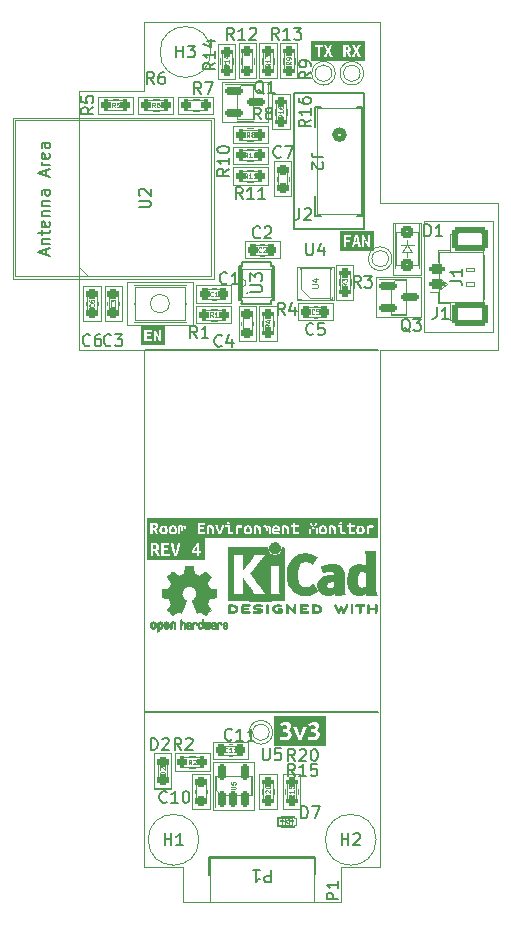
<source format=gto>
%TF.GenerationSoftware,KiCad,Pcbnew,7.0.7*%
%TF.CreationDate,2023-10-18T20:35:36-04:00*%
%TF.ProjectId,room_environment_monitor,726f6f6d-5f65-46e7-9669-726f6e6d656e,rev?*%
%TF.SameCoordinates,Original*%
%TF.FileFunction,Legend,Top*%
%TF.FilePolarity,Positive*%
%FSLAX46Y46*%
G04 Gerber Fmt 4.6, Leading zero omitted, Abs format (unit mm)*
G04 Created by KiCad (PCBNEW 7.0.7) date 2023-10-18 20:35:36*
%MOMM*%
%LPD*%
G01*
G04 APERTURE LIST*
G04 Aperture macros list*
%AMRoundRect*
0 Rectangle with rounded corners*
0 $1 Rounding radius*
0 $2 $3 $4 $5 $6 $7 $8 $9 X,Y pos of 4 corners*
0 Add a 4 corners polygon primitive as box body*
4,1,4,$2,$3,$4,$5,$6,$7,$8,$9,$2,$3,0*
0 Add four circle primitives for the rounded corners*
1,1,$1+$1,$2,$3*
1,1,$1+$1,$4,$5*
1,1,$1+$1,$6,$7*
1,1,$1+$1,$8,$9*
0 Add four rect primitives between the rounded corners*
20,1,$1+$1,$2,$3,$4,$5,0*
20,1,$1+$1,$4,$5,$6,$7,0*
20,1,$1+$1,$6,$7,$8,$9,0*
20,1,$1+$1,$8,$9,$2,$3,0*%
%AMFreePoly0*
4,1,6,0.725000,-0.725000,-0.725000,-0.725000,-0.725000,0.125000,-0.125000,0.725000,0.725000,0.725000,0.725000,-0.725000,0.725000,-0.725000,$1*%
G04 Aperture macros list end*
%ADD10C,0.150000*%
%ADD11C,0.010000*%
%ADD12C,0.120000*%
%ADD13C,0.152400*%
%ADD14C,0.100000*%
%ADD15RoundRect,0.200000X0.275000X-0.200000X0.275000X0.200000X-0.275000X0.200000X-0.275000X-0.200000X0*%
%ADD16RoundRect,0.200000X-0.275000X0.200000X-0.275000X-0.200000X0.275000X-0.200000X0.275000X0.200000X0*%
%ADD17RoundRect,0.200000X0.200000X0.275000X-0.200000X0.275000X-0.200000X-0.275000X0.200000X-0.275000X0*%
%ADD18RoundRect,0.225000X-0.225000X-0.250000X0.225000X-0.250000X0.225000X0.250000X-0.225000X0.250000X0*%
%ADD19C,2.200000*%
%ADD20RoundRect,0.150000X-0.587500X-0.150000X0.587500X-0.150000X0.587500X0.150000X-0.587500X0.150000X0*%
%ADD21RoundRect,0.150000X0.150000X-0.512500X0.150000X0.512500X-0.150000X0.512500X-0.150000X-0.512500X0*%
%ADD22RoundRect,0.200000X-0.200000X-0.275000X0.200000X-0.275000X0.200000X0.275000X-0.200000X0.275000X0*%
%ADD23R,0.711200X2.006600*%
%ADD24R,0.812800X2.006600*%
%ADD25R,0.889000X2.006600*%
%ADD26O,1.066800X1.701800*%
%ADD27R,0.500000X0.350000*%
%ADD28C,1.000000*%
%ADD29R,0.355600X0.660400*%
%ADD30R,1.701800X1.244600*%
%ADD31RoundRect,0.225000X-0.250000X0.225000X-0.250000X-0.225000X0.250000X-0.225000X0.250000X0.225000X0*%
%ADD32R,0.400000X0.800000*%
%ADD33R,0.800000X0.400000*%
%ADD34FreePoly0,90.000000*%
%ADD35R,1.450000X1.450000*%
%ADD36R,0.700000X0.700000*%
%ADD37R,3.352800X0.711200*%
%ADD38R,2.387600X1.600200*%
%ADD39RoundRect,0.062500X0.117500X0.062500X-0.117500X0.062500X-0.117500X-0.062500X0.117500X-0.062500X0*%
%ADD40RoundRect,0.218750X0.256250X-0.218750X0.256250X0.218750X-0.256250X0.218750X-0.256250X-0.218750X0*%
%ADD41RoundRect,0.225000X0.250000X-0.225000X0.250000X0.225000X-0.250000X0.225000X-0.250000X-0.225000X0*%
%ADD42RoundRect,0.200000X0.450000X-0.200000X0.450000X0.200000X-0.450000X0.200000X-0.450000X-0.200000X0*%
%ADD43RoundRect,0.250001X1.249999X-0.799999X1.249999X0.799999X-1.249999X0.799999X-1.249999X-0.799999X0*%
%ADD44RoundRect,0.225000X0.225000X0.250000X-0.225000X0.250000X-0.225000X-0.250000X0.225000X-0.250000X0*%
%ADD45R,0.900000X1.000000*%
%ADD46RoundRect,0.250000X-0.300000X0.300000X-0.300000X-0.300000X0.300000X-0.300000X0.300000X0.300000X0*%
%TA.AperFunction,Profile*%
%ADD47C,0.100000*%
%TD*%
%ADD48C,0.050000*%
%ADD49C,0.060000*%
%ADD50C,0.075000*%
%ADD51C,0.025400*%
%ADD52C,0.508000*%
G04 APERTURE END LIST*
D10*
X100100000Y-128400000D02*
X119800000Y-128400000D01*
X119825000Y-97750000D02*
X100100000Y-97750000D01*
X118333333Y-92454819D02*
X118000000Y-91978628D01*
X117761905Y-92454819D02*
X117761905Y-91454819D01*
X117761905Y-91454819D02*
X118142857Y-91454819D01*
X118142857Y-91454819D02*
X118238095Y-91502438D01*
X118238095Y-91502438D02*
X118285714Y-91550057D01*
X118285714Y-91550057D02*
X118333333Y-91645295D01*
X118333333Y-91645295D02*
X118333333Y-91788152D01*
X118333333Y-91788152D02*
X118285714Y-91883390D01*
X118285714Y-91883390D02*
X118238095Y-91931009D01*
X118238095Y-91931009D02*
X118142857Y-91978628D01*
X118142857Y-91978628D02*
X117761905Y-91978628D01*
X118666667Y-91454819D02*
X119285714Y-91454819D01*
X119285714Y-91454819D02*
X118952381Y-91835771D01*
X118952381Y-91835771D02*
X119095238Y-91835771D01*
X119095238Y-91835771D02*
X119190476Y-91883390D01*
X119190476Y-91883390D02*
X119238095Y-91931009D01*
X119238095Y-91931009D02*
X119285714Y-92026247D01*
X119285714Y-92026247D02*
X119285714Y-92264342D01*
X119285714Y-92264342D02*
X119238095Y-92359580D01*
X119238095Y-92359580D02*
X119190476Y-92407200D01*
X119190476Y-92407200D02*
X119095238Y-92454819D01*
X119095238Y-92454819D02*
X118809524Y-92454819D01*
X118809524Y-92454819D02*
X118714286Y-92407200D01*
X118714286Y-92407200D02*
X118666667Y-92359580D01*
X114134819Y-74166666D02*
X113658628Y-74499999D01*
X114134819Y-74738094D02*
X113134819Y-74738094D01*
X113134819Y-74738094D02*
X113134819Y-74357142D01*
X113134819Y-74357142D02*
X113182438Y-74261904D01*
X113182438Y-74261904D02*
X113230057Y-74214285D01*
X113230057Y-74214285D02*
X113325295Y-74166666D01*
X113325295Y-74166666D02*
X113468152Y-74166666D01*
X113468152Y-74166666D02*
X113563390Y-74214285D01*
X113563390Y-74214285D02*
X113611009Y-74261904D01*
X113611009Y-74261904D02*
X113658628Y-74357142D01*
X113658628Y-74357142D02*
X113658628Y-74738094D01*
X114134819Y-73690475D02*
X114134819Y-73499999D01*
X114134819Y-73499999D02*
X114087200Y-73404761D01*
X114087200Y-73404761D02*
X114039580Y-73357142D01*
X114039580Y-73357142D02*
X113896723Y-73261904D01*
X113896723Y-73261904D02*
X113706247Y-73214285D01*
X113706247Y-73214285D02*
X113325295Y-73214285D01*
X113325295Y-73214285D02*
X113230057Y-73261904D01*
X113230057Y-73261904D02*
X113182438Y-73309523D01*
X113182438Y-73309523D02*
X113134819Y-73404761D01*
X113134819Y-73404761D02*
X113134819Y-73595237D01*
X113134819Y-73595237D02*
X113182438Y-73690475D01*
X113182438Y-73690475D02*
X113230057Y-73738094D01*
X113230057Y-73738094D02*
X113325295Y-73785713D01*
X113325295Y-73785713D02*
X113563390Y-73785713D01*
X113563390Y-73785713D02*
X113658628Y-73738094D01*
X113658628Y-73738094D02*
X113706247Y-73690475D01*
X113706247Y-73690475D02*
X113753866Y-73595237D01*
X113753866Y-73595237D02*
X113753866Y-73404761D01*
X113753866Y-73404761D02*
X113706247Y-73309523D01*
X113706247Y-73309523D02*
X113658628Y-73261904D01*
X113658628Y-73261904D02*
X113563390Y-73214285D01*
X111407142Y-71454819D02*
X111073809Y-70978628D01*
X110835714Y-71454819D02*
X110835714Y-70454819D01*
X110835714Y-70454819D02*
X111216666Y-70454819D01*
X111216666Y-70454819D02*
X111311904Y-70502438D01*
X111311904Y-70502438D02*
X111359523Y-70550057D01*
X111359523Y-70550057D02*
X111407142Y-70645295D01*
X111407142Y-70645295D02*
X111407142Y-70788152D01*
X111407142Y-70788152D02*
X111359523Y-70883390D01*
X111359523Y-70883390D02*
X111311904Y-70931009D01*
X111311904Y-70931009D02*
X111216666Y-70978628D01*
X111216666Y-70978628D02*
X110835714Y-70978628D01*
X112359523Y-71454819D02*
X111788095Y-71454819D01*
X112073809Y-71454819D02*
X112073809Y-70454819D01*
X112073809Y-70454819D02*
X111978571Y-70597676D01*
X111978571Y-70597676D02*
X111883333Y-70692914D01*
X111883333Y-70692914D02*
X111788095Y-70740533D01*
X112692857Y-70454819D02*
X113311904Y-70454819D01*
X113311904Y-70454819D02*
X112978571Y-70835771D01*
X112978571Y-70835771D02*
X113121428Y-70835771D01*
X113121428Y-70835771D02*
X113216666Y-70883390D01*
X113216666Y-70883390D02*
X113264285Y-70931009D01*
X113264285Y-70931009D02*
X113311904Y-71026247D01*
X113311904Y-71026247D02*
X113311904Y-71264342D01*
X113311904Y-71264342D02*
X113264285Y-71359580D01*
X113264285Y-71359580D02*
X113216666Y-71407200D01*
X113216666Y-71407200D02*
X113121428Y-71454819D01*
X113121428Y-71454819D02*
X112835714Y-71454819D01*
X112835714Y-71454819D02*
X112740476Y-71407200D01*
X112740476Y-71407200D02*
X112692857Y-71359580D01*
X109908333Y-78204819D02*
X109575000Y-77728628D01*
X109336905Y-78204819D02*
X109336905Y-77204819D01*
X109336905Y-77204819D02*
X109717857Y-77204819D01*
X109717857Y-77204819D02*
X109813095Y-77252438D01*
X109813095Y-77252438D02*
X109860714Y-77300057D01*
X109860714Y-77300057D02*
X109908333Y-77395295D01*
X109908333Y-77395295D02*
X109908333Y-77538152D01*
X109908333Y-77538152D02*
X109860714Y-77633390D01*
X109860714Y-77633390D02*
X109813095Y-77681009D01*
X109813095Y-77681009D02*
X109717857Y-77728628D01*
X109717857Y-77728628D02*
X109336905Y-77728628D01*
X110479762Y-77633390D02*
X110384524Y-77585771D01*
X110384524Y-77585771D02*
X110336905Y-77538152D01*
X110336905Y-77538152D02*
X110289286Y-77442914D01*
X110289286Y-77442914D02*
X110289286Y-77395295D01*
X110289286Y-77395295D02*
X110336905Y-77300057D01*
X110336905Y-77300057D02*
X110384524Y-77252438D01*
X110384524Y-77252438D02*
X110479762Y-77204819D01*
X110479762Y-77204819D02*
X110670238Y-77204819D01*
X110670238Y-77204819D02*
X110765476Y-77252438D01*
X110765476Y-77252438D02*
X110813095Y-77300057D01*
X110813095Y-77300057D02*
X110860714Y-77395295D01*
X110860714Y-77395295D02*
X110860714Y-77442914D01*
X110860714Y-77442914D02*
X110813095Y-77538152D01*
X110813095Y-77538152D02*
X110765476Y-77585771D01*
X110765476Y-77585771D02*
X110670238Y-77633390D01*
X110670238Y-77633390D02*
X110479762Y-77633390D01*
X110479762Y-77633390D02*
X110384524Y-77681009D01*
X110384524Y-77681009D02*
X110336905Y-77728628D01*
X110336905Y-77728628D02*
X110289286Y-77823866D01*
X110289286Y-77823866D02*
X110289286Y-78014342D01*
X110289286Y-78014342D02*
X110336905Y-78109580D01*
X110336905Y-78109580D02*
X110384524Y-78157200D01*
X110384524Y-78157200D02*
X110479762Y-78204819D01*
X110479762Y-78204819D02*
X110670238Y-78204819D01*
X110670238Y-78204819D02*
X110765476Y-78157200D01*
X110765476Y-78157200D02*
X110813095Y-78109580D01*
X110813095Y-78109580D02*
X110860714Y-78014342D01*
X110860714Y-78014342D02*
X110860714Y-77823866D01*
X110860714Y-77823866D02*
X110813095Y-77728628D01*
X110813095Y-77728628D02*
X110765476Y-77681009D01*
X110765476Y-77681009D02*
X110670238Y-77633390D01*
X107033333Y-92059580D02*
X106985714Y-92107200D01*
X106985714Y-92107200D02*
X106842857Y-92154819D01*
X106842857Y-92154819D02*
X106747619Y-92154819D01*
X106747619Y-92154819D02*
X106604762Y-92107200D01*
X106604762Y-92107200D02*
X106509524Y-92011961D01*
X106509524Y-92011961D02*
X106461905Y-91916723D01*
X106461905Y-91916723D02*
X106414286Y-91726247D01*
X106414286Y-91726247D02*
X106414286Y-91583390D01*
X106414286Y-91583390D02*
X106461905Y-91392914D01*
X106461905Y-91392914D02*
X106509524Y-91297676D01*
X106509524Y-91297676D02*
X106604762Y-91202438D01*
X106604762Y-91202438D02*
X106747619Y-91154819D01*
X106747619Y-91154819D02*
X106842857Y-91154819D01*
X106842857Y-91154819D02*
X106985714Y-91202438D01*
X106985714Y-91202438D02*
X107033333Y-91250057D01*
X107985714Y-92154819D02*
X107414286Y-92154819D01*
X107700000Y-92154819D02*
X107700000Y-91154819D01*
X107700000Y-91154819D02*
X107604762Y-91297676D01*
X107604762Y-91297676D02*
X107509524Y-91392914D01*
X107509524Y-91392914D02*
X107414286Y-91440533D01*
X109833333Y-88179580D02*
X109785714Y-88227200D01*
X109785714Y-88227200D02*
X109642857Y-88274819D01*
X109642857Y-88274819D02*
X109547619Y-88274819D01*
X109547619Y-88274819D02*
X109404762Y-88227200D01*
X109404762Y-88227200D02*
X109309524Y-88131961D01*
X109309524Y-88131961D02*
X109261905Y-88036723D01*
X109261905Y-88036723D02*
X109214286Y-87846247D01*
X109214286Y-87846247D02*
X109214286Y-87703390D01*
X109214286Y-87703390D02*
X109261905Y-87512914D01*
X109261905Y-87512914D02*
X109309524Y-87417676D01*
X109309524Y-87417676D02*
X109404762Y-87322438D01*
X109404762Y-87322438D02*
X109547619Y-87274819D01*
X109547619Y-87274819D02*
X109642857Y-87274819D01*
X109642857Y-87274819D02*
X109785714Y-87322438D01*
X109785714Y-87322438D02*
X109833333Y-87370057D01*
X110214286Y-87370057D02*
X110261905Y-87322438D01*
X110261905Y-87322438D02*
X110357143Y-87274819D01*
X110357143Y-87274819D02*
X110595238Y-87274819D01*
X110595238Y-87274819D02*
X110690476Y-87322438D01*
X110690476Y-87322438D02*
X110738095Y-87370057D01*
X110738095Y-87370057D02*
X110785714Y-87465295D01*
X110785714Y-87465295D02*
X110785714Y-87560533D01*
X110785714Y-87560533D02*
X110738095Y-87703390D01*
X110738095Y-87703390D02*
X110166667Y-88274819D01*
X110166667Y-88274819D02*
X110785714Y-88274819D01*
X122529761Y-96200057D02*
X122434523Y-96152438D01*
X122434523Y-96152438D02*
X122339285Y-96057200D01*
X122339285Y-96057200D02*
X122196428Y-95914342D01*
X122196428Y-95914342D02*
X122101190Y-95866723D01*
X122101190Y-95866723D02*
X122005952Y-95866723D01*
X122053571Y-96104819D02*
X121958333Y-96057200D01*
X121958333Y-96057200D02*
X121863095Y-95961961D01*
X121863095Y-95961961D02*
X121815476Y-95771485D01*
X121815476Y-95771485D02*
X121815476Y-95438152D01*
X121815476Y-95438152D02*
X121863095Y-95247676D01*
X121863095Y-95247676D02*
X121958333Y-95152438D01*
X121958333Y-95152438D02*
X122053571Y-95104819D01*
X122053571Y-95104819D02*
X122244047Y-95104819D01*
X122244047Y-95104819D02*
X122339285Y-95152438D01*
X122339285Y-95152438D02*
X122434523Y-95247676D01*
X122434523Y-95247676D02*
X122482142Y-95438152D01*
X122482142Y-95438152D02*
X122482142Y-95771485D01*
X122482142Y-95771485D02*
X122434523Y-95961961D01*
X122434523Y-95961961D02*
X122339285Y-96057200D01*
X122339285Y-96057200D02*
X122244047Y-96104819D01*
X122244047Y-96104819D02*
X122053571Y-96104819D01*
X122815476Y-95104819D02*
X123434523Y-95104819D01*
X123434523Y-95104819D02*
X123101190Y-95485771D01*
X123101190Y-95485771D02*
X123244047Y-95485771D01*
X123244047Y-95485771D02*
X123339285Y-95533390D01*
X123339285Y-95533390D02*
X123386904Y-95581009D01*
X123386904Y-95581009D02*
X123434523Y-95676247D01*
X123434523Y-95676247D02*
X123434523Y-95914342D01*
X123434523Y-95914342D02*
X123386904Y-96009580D01*
X123386904Y-96009580D02*
X123339285Y-96057200D01*
X123339285Y-96057200D02*
X123244047Y-96104819D01*
X123244047Y-96104819D02*
X122958333Y-96104819D01*
X122958333Y-96104819D02*
X122863095Y-96057200D01*
X122863095Y-96057200D02*
X122815476Y-96009580D01*
X110063095Y-131454819D02*
X110063095Y-132264342D01*
X110063095Y-132264342D02*
X110110714Y-132359580D01*
X110110714Y-132359580D02*
X110158333Y-132407200D01*
X110158333Y-132407200D02*
X110253571Y-132454819D01*
X110253571Y-132454819D02*
X110444047Y-132454819D01*
X110444047Y-132454819D02*
X110539285Y-132407200D01*
X110539285Y-132407200D02*
X110586904Y-132359580D01*
X110586904Y-132359580D02*
X110634523Y-132264342D01*
X110634523Y-132264342D02*
X110634523Y-131454819D01*
X111586904Y-131454819D02*
X111110714Y-131454819D01*
X111110714Y-131454819D02*
X111063095Y-131931009D01*
X111063095Y-131931009D02*
X111110714Y-131883390D01*
X111110714Y-131883390D02*
X111205952Y-131835771D01*
X111205952Y-131835771D02*
X111444047Y-131835771D01*
X111444047Y-131835771D02*
X111539285Y-131883390D01*
X111539285Y-131883390D02*
X111586904Y-131931009D01*
X111586904Y-131931009D02*
X111634523Y-132026247D01*
X111634523Y-132026247D02*
X111634523Y-132264342D01*
X111634523Y-132264342D02*
X111586904Y-132359580D01*
X111586904Y-132359580D02*
X111539285Y-132407200D01*
X111539285Y-132407200D02*
X111444047Y-132454819D01*
X111444047Y-132454819D02*
X111205952Y-132454819D01*
X111205952Y-132454819D02*
X111110714Y-132407200D01*
X111110714Y-132407200D02*
X111063095Y-132359580D01*
X108357142Y-84954819D02*
X108023809Y-84478628D01*
X107785714Y-84954819D02*
X107785714Y-83954819D01*
X107785714Y-83954819D02*
X108166666Y-83954819D01*
X108166666Y-83954819D02*
X108261904Y-84002438D01*
X108261904Y-84002438D02*
X108309523Y-84050057D01*
X108309523Y-84050057D02*
X108357142Y-84145295D01*
X108357142Y-84145295D02*
X108357142Y-84288152D01*
X108357142Y-84288152D02*
X108309523Y-84383390D01*
X108309523Y-84383390D02*
X108261904Y-84431009D01*
X108261904Y-84431009D02*
X108166666Y-84478628D01*
X108166666Y-84478628D02*
X107785714Y-84478628D01*
X109309523Y-84954819D02*
X108738095Y-84954819D01*
X109023809Y-84954819D02*
X109023809Y-83954819D01*
X109023809Y-83954819D02*
X108928571Y-84097676D01*
X108928571Y-84097676D02*
X108833333Y-84192914D01*
X108833333Y-84192914D02*
X108738095Y-84240533D01*
X110261904Y-84954819D02*
X109690476Y-84954819D01*
X109976190Y-84954819D02*
X109976190Y-83954819D01*
X109976190Y-83954819D02*
X109880952Y-84097676D01*
X109880952Y-84097676D02*
X109785714Y-84192914D01*
X109785714Y-84192914D02*
X109690476Y-84240533D01*
X116454819Y-144238094D02*
X115454819Y-144238094D01*
X115454819Y-144238094D02*
X115454819Y-143857142D01*
X115454819Y-143857142D02*
X115502438Y-143761904D01*
X115502438Y-143761904D02*
X115550057Y-143714285D01*
X115550057Y-143714285D02*
X115645295Y-143666666D01*
X115645295Y-143666666D02*
X115788152Y-143666666D01*
X115788152Y-143666666D02*
X115883390Y-143714285D01*
X115883390Y-143714285D02*
X115931009Y-143761904D01*
X115931009Y-143761904D02*
X115978628Y-143857142D01*
X115978628Y-143857142D02*
X115978628Y-144238094D01*
X116454819Y-142714285D02*
X116454819Y-143285713D01*
X116454819Y-142999999D02*
X115454819Y-142999999D01*
X115454819Y-142999999D02*
X115597676Y-143095237D01*
X115597676Y-143095237D02*
X115692914Y-143190475D01*
X115692914Y-143190475D02*
X115740533Y-143285713D01*
X113738095Y-88704819D02*
X113738095Y-89514342D01*
X113738095Y-89514342D02*
X113785714Y-89609580D01*
X113785714Y-89609580D02*
X113833333Y-89657200D01*
X113833333Y-89657200D02*
X113928571Y-89704819D01*
X113928571Y-89704819D02*
X114119047Y-89704819D01*
X114119047Y-89704819D02*
X114214285Y-89657200D01*
X114214285Y-89657200D02*
X114261904Y-89609580D01*
X114261904Y-89609580D02*
X114309523Y-89514342D01*
X114309523Y-89514342D02*
X114309523Y-88704819D01*
X115214285Y-89038152D02*
X115214285Y-89704819D01*
X114976190Y-88657200D02*
X114738095Y-89371485D01*
X114738095Y-89371485D02*
X115357142Y-89371485D01*
X111583333Y-81359580D02*
X111535714Y-81407200D01*
X111535714Y-81407200D02*
X111392857Y-81454819D01*
X111392857Y-81454819D02*
X111297619Y-81454819D01*
X111297619Y-81454819D02*
X111154762Y-81407200D01*
X111154762Y-81407200D02*
X111059524Y-81311961D01*
X111059524Y-81311961D02*
X111011905Y-81216723D01*
X111011905Y-81216723D02*
X110964286Y-81026247D01*
X110964286Y-81026247D02*
X110964286Y-80883390D01*
X110964286Y-80883390D02*
X111011905Y-80692914D01*
X111011905Y-80692914D02*
X111059524Y-80597676D01*
X111059524Y-80597676D02*
X111154762Y-80502438D01*
X111154762Y-80502438D02*
X111297619Y-80454819D01*
X111297619Y-80454819D02*
X111392857Y-80454819D01*
X111392857Y-80454819D02*
X111535714Y-80502438D01*
X111535714Y-80502438D02*
X111583333Y-80550057D01*
X111916667Y-80454819D02*
X112583333Y-80454819D01*
X112583333Y-80454819D02*
X112154762Y-81454819D01*
X112777142Y-133784819D02*
X112443809Y-133308628D01*
X112205714Y-133784819D02*
X112205714Y-132784819D01*
X112205714Y-132784819D02*
X112586666Y-132784819D01*
X112586666Y-132784819D02*
X112681904Y-132832438D01*
X112681904Y-132832438D02*
X112729523Y-132880057D01*
X112729523Y-132880057D02*
X112777142Y-132975295D01*
X112777142Y-132975295D02*
X112777142Y-133118152D01*
X112777142Y-133118152D02*
X112729523Y-133213390D01*
X112729523Y-133213390D02*
X112681904Y-133261009D01*
X112681904Y-133261009D02*
X112586666Y-133308628D01*
X112586666Y-133308628D02*
X112205714Y-133308628D01*
X113729523Y-133784819D02*
X113158095Y-133784819D01*
X113443809Y-133784819D02*
X113443809Y-132784819D01*
X113443809Y-132784819D02*
X113348571Y-132927676D01*
X113348571Y-132927676D02*
X113253333Y-133022914D01*
X113253333Y-133022914D02*
X113158095Y-133070533D01*
X114634285Y-132784819D02*
X114158095Y-132784819D01*
X114158095Y-132784819D02*
X114110476Y-133261009D01*
X114110476Y-133261009D02*
X114158095Y-133213390D01*
X114158095Y-133213390D02*
X114253333Y-133165771D01*
X114253333Y-133165771D02*
X114491428Y-133165771D01*
X114491428Y-133165771D02*
X114586666Y-133213390D01*
X114586666Y-133213390D02*
X114634285Y-133261009D01*
X114634285Y-133261009D02*
X114681904Y-133356247D01*
X114681904Y-133356247D02*
X114681904Y-133594342D01*
X114681904Y-133594342D02*
X114634285Y-133689580D01*
X114634285Y-133689580D02*
X114586666Y-133737200D01*
X114586666Y-133737200D02*
X114491428Y-133784819D01*
X114491428Y-133784819D02*
X114253333Y-133784819D01*
X114253333Y-133784819D02*
X114158095Y-133737200D01*
X114158095Y-133737200D02*
X114110476Y-133689580D01*
X91719104Y-89661905D02*
X91719104Y-89185715D01*
X92004819Y-89757143D02*
X91004819Y-89423810D01*
X91004819Y-89423810D02*
X92004819Y-89090477D01*
X91338152Y-88757143D02*
X92004819Y-88757143D01*
X91433390Y-88757143D02*
X91385771Y-88709524D01*
X91385771Y-88709524D02*
X91338152Y-88614286D01*
X91338152Y-88614286D02*
X91338152Y-88471429D01*
X91338152Y-88471429D02*
X91385771Y-88376191D01*
X91385771Y-88376191D02*
X91481009Y-88328572D01*
X91481009Y-88328572D02*
X92004819Y-88328572D01*
X91338152Y-87995238D02*
X91338152Y-87614286D01*
X91004819Y-87852381D02*
X91861961Y-87852381D01*
X91861961Y-87852381D02*
X91957200Y-87804762D01*
X91957200Y-87804762D02*
X92004819Y-87709524D01*
X92004819Y-87709524D02*
X92004819Y-87614286D01*
X91957200Y-86900000D02*
X92004819Y-86995238D01*
X92004819Y-86995238D02*
X92004819Y-87185714D01*
X92004819Y-87185714D02*
X91957200Y-87280952D01*
X91957200Y-87280952D02*
X91861961Y-87328571D01*
X91861961Y-87328571D02*
X91481009Y-87328571D01*
X91481009Y-87328571D02*
X91385771Y-87280952D01*
X91385771Y-87280952D02*
X91338152Y-87185714D01*
X91338152Y-87185714D02*
X91338152Y-86995238D01*
X91338152Y-86995238D02*
X91385771Y-86900000D01*
X91385771Y-86900000D02*
X91481009Y-86852381D01*
X91481009Y-86852381D02*
X91576247Y-86852381D01*
X91576247Y-86852381D02*
X91671485Y-87328571D01*
X91338152Y-86423809D02*
X92004819Y-86423809D01*
X91433390Y-86423809D02*
X91385771Y-86376190D01*
X91385771Y-86376190D02*
X91338152Y-86280952D01*
X91338152Y-86280952D02*
X91338152Y-86138095D01*
X91338152Y-86138095D02*
X91385771Y-86042857D01*
X91385771Y-86042857D02*
X91481009Y-85995238D01*
X91481009Y-85995238D02*
X92004819Y-85995238D01*
X91338152Y-85519047D02*
X92004819Y-85519047D01*
X91433390Y-85519047D02*
X91385771Y-85471428D01*
X91385771Y-85471428D02*
X91338152Y-85376190D01*
X91338152Y-85376190D02*
X91338152Y-85233333D01*
X91338152Y-85233333D02*
X91385771Y-85138095D01*
X91385771Y-85138095D02*
X91481009Y-85090476D01*
X91481009Y-85090476D02*
X92004819Y-85090476D01*
X92004819Y-84185714D02*
X91481009Y-84185714D01*
X91481009Y-84185714D02*
X91385771Y-84233333D01*
X91385771Y-84233333D02*
X91338152Y-84328571D01*
X91338152Y-84328571D02*
X91338152Y-84519047D01*
X91338152Y-84519047D02*
X91385771Y-84614285D01*
X91957200Y-84185714D02*
X92004819Y-84280952D01*
X92004819Y-84280952D02*
X92004819Y-84519047D01*
X92004819Y-84519047D02*
X91957200Y-84614285D01*
X91957200Y-84614285D02*
X91861961Y-84661904D01*
X91861961Y-84661904D02*
X91766723Y-84661904D01*
X91766723Y-84661904D02*
X91671485Y-84614285D01*
X91671485Y-84614285D02*
X91623866Y-84519047D01*
X91623866Y-84519047D02*
X91623866Y-84280952D01*
X91623866Y-84280952D02*
X91576247Y-84185714D01*
X91719104Y-82995237D02*
X91719104Y-82519047D01*
X92004819Y-83090475D02*
X91004819Y-82757142D01*
X91004819Y-82757142D02*
X92004819Y-82423809D01*
X92004819Y-82090475D02*
X91338152Y-82090475D01*
X91528628Y-82090475D02*
X91433390Y-82042856D01*
X91433390Y-82042856D02*
X91385771Y-81995237D01*
X91385771Y-81995237D02*
X91338152Y-81899999D01*
X91338152Y-81899999D02*
X91338152Y-81804761D01*
X91957200Y-81090475D02*
X92004819Y-81185713D01*
X92004819Y-81185713D02*
X92004819Y-81376189D01*
X92004819Y-81376189D02*
X91957200Y-81471427D01*
X91957200Y-81471427D02*
X91861961Y-81519046D01*
X91861961Y-81519046D02*
X91481009Y-81519046D01*
X91481009Y-81519046D02*
X91385771Y-81471427D01*
X91385771Y-81471427D02*
X91338152Y-81376189D01*
X91338152Y-81376189D02*
X91338152Y-81185713D01*
X91338152Y-81185713D02*
X91385771Y-81090475D01*
X91385771Y-81090475D02*
X91481009Y-81042856D01*
X91481009Y-81042856D02*
X91576247Y-81042856D01*
X91576247Y-81042856D02*
X91671485Y-81519046D01*
X92004819Y-80185713D02*
X91481009Y-80185713D01*
X91481009Y-80185713D02*
X91385771Y-80233332D01*
X91385771Y-80233332D02*
X91338152Y-80328570D01*
X91338152Y-80328570D02*
X91338152Y-80519046D01*
X91338152Y-80519046D02*
X91385771Y-80614284D01*
X91957200Y-80185713D02*
X92004819Y-80280951D01*
X92004819Y-80280951D02*
X92004819Y-80519046D01*
X92004819Y-80519046D02*
X91957200Y-80614284D01*
X91957200Y-80614284D02*
X91861961Y-80661903D01*
X91861961Y-80661903D02*
X91766723Y-80661903D01*
X91766723Y-80661903D02*
X91671485Y-80614284D01*
X91671485Y-80614284D02*
X91623866Y-80519046D01*
X91623866Y-80519046D02*
X91623866Y-80280951D01*
X91623866Y-80280951D02*
X91576247Y-80185713D01*
X113166666Y-85704819D02*
X113166666Y-86419104D01*
X113166666Y-86419104D02*
X113119047Y-86561961D01*
X113119047Y-86561961D02*
X113023809Y-86657200D01*
X113023809Y-86657200D02*
X112880952Y-86704819D01*
X112880952Y-86704819D02*
X112785714Y-86704819D01*
X113595238Y-85800057D02*
X113642857Y-85752438D01*
X113642857Y-85752438D02*
X113738095Y-85704819D01*
X113738095Y-85704819D02*
X113976190Y-85704819D01*
X113976190Y-85704819D02*
X114071428Y-85752438D01*
X114071428Y-85752438D02*
X114119047Y-85800057D01*
X114119047Y-85800057D02*
X114166666Y-85895295D01*
X114166666Y-85895295D02*
X114166666Y-85990533D01*
X114166666Y-85990533D02*
X114119047Y-86133390D01*
X114119047Y-86133390D02*
X113547619Y-86704819D01*
X113547619Y-86704819D02*
X114166666Y-86704819D01*
X107437142Y-130699580D02*
X107389523Y-130747200D01*
X107389523Y-130747200D02*
X107246666Y-130794819D01*
X107246666Y-130794819D02*
X107151428Y-130794819D01*
X107151428Y-130794819D02*
X107008571Y-130747200D01*
X107008571Y-130747200D02*
X106913333Y-130651961D01*
X106913333Y-130651961D02*
X106865714Y-130556723D01*
X106865714Y-130556723D02*
X106818095Y-130366247D01*
X106818095Y-130366247D02*
X106818095Y-130223390D01*
X106818095Y-130223390D02*
X106865714Y-130032914D01*
X106865714Y-130032914D02*
X106913333Y-129937676D01*
X106913333Y-129937676D02*
X107008571Y-129842438D01*
X107008571Y-129842438D02*
X107151428Y-129794819D01*
X107151428Y-129794819D02*
X107246666Y-129794819D01*
X107246666Y-129794819D02*
X107389523Y-129842438D01*
X107389523Y-129842438D02*
X107437142Y-129890057D01*
X108389523Y-130794819D02*
X107818095Y-130794819D01*
X108103809Y-130794819D02*
X108103809Y-129794819D01*
X108103809Y-129794819D02*
X108008571Y-129937676D01*
X108008571Y-129937676D02*
X107913333Y-130032914D01*
X107913333Y-130032914D02*
X107818095Y-130080533D01*
X109341904Y-130794819D02*
X108770476Y-130794819D01*
X109056190Y-130794819D02*
X109056190Y-129794819D01*
X109056190Y-129794819D02*
X108960952Y-129937676D01*
X108960952Y-129937676D02*
X108865714Y-130032914D01*
X108865714Y-130032914D02*
X108770476Y-130080533D01*
X113306905Y-137374819D02*
X113306905Y-136374819D01*
X113306905Y-136374819D02*
X113545000Y-136374819D01*
X113545000Y-136374819D02*
X113687857Y-136422438D01*
X113687857Y-136422438D02*
X113783095Y-136517676D01*
X113783095Y-136517676D02*
X113830714Y-136612914D01*
X113830714Y-136612914D02*
X113878333Y-136803390D01*
X113878333Y-136803390D02*
X113878333Y-136946247D01*
X113878333Y-136946247D02*
X113830714Y-137136723D01*
X113830714Y-137136723D02*
X113783095Y-137231961D01*
X113783095Y-137231961D02*
X113687857Y-137327200D01*
X113687857Y-137327200D02*
X113545000Y-137374819D01*
X113545000Y-137374819D02*
X113306905Y-137374819D01*
X114211667Y-136374819D02*
X114878333Y-136374819D01*
X114878333Y-136374819D02*
X114449762Y-137374819D01*
X107607142Y-71454819D02*
X107273809Y-70978628D01*
X107035714Y-71454819D02*
X107035714Y-70454819D01*
X107035714Y-70454819D02*
X107416666Y-70454819D01*
X107416666Y-70454819D02*
X107511904Y-70502438D01*
X107511904Y-70502438D02*
X107559523Y-70550057D01*
X107559523Y-70550057D02*
X107607142Y-70645295D01*
X107607142Y-70645295D02*
X107607142Y-70788152D01*
X107607142Y-70788152D02*
X107559523Y-70883390D01*
X107559523Y-70883390D02*
X107511904Y-70931009D01*
X107511904Y-70931009D02*
X107416666Y-70978628D01*
X107416666Y-70978628D02*
X107035714Y-70978628D01*
X108559523Y-71454819D02*
X107988095Y-71454819D01*
X108273809Y-71454819D02*
X108273809Y-70454819D01*
X108273809Y-70454819D02*
X108178571Y-70597676D01*
X108178571Y-70597676D02*
X108083333Y-70692914D01*
X108083333Y-70692914D02*
X107988095Y-70740533D01*
X108940476Y-70550057D02*
X108988095Y-70502438D01*
X108988095Y-70502438D02*
X109083333Y-70454819D01*
X109083333Y-70454819D02*
X109321428Y-70454819D01*
X109321428Y-70454819D02*
X109416666Y-70502438D01*
X109416666Y-70502438D02*
X109464285Y-70550057D01*
X109464285Y-70550057D02*
X109511904Y-70645295D01*
X109511904Y-70645295D02*
X109511904Y-70740533D01*
X109511904Y-70740533D02*
X109464285Y-70883390D01*
X109464285Y-70883390D02*
X108892857Y-71454819D01*
X108892857Y-71454819D02*
X109511904Y-71454819D01*
X106024819Y-73392857D02*
X105548628Y-73726190D01*
X106024819Y-73964285D02*
X105024819Y-73964285D01*
X105024819Y-73964285D02*
X105024819Y-73583333D01*
X105024819Y-73583333D02*
X105072438Y-73488095D01*
X105072438Y-73488095D02*
X105120057Y-73440476D01*
X105120057Y-73440476D02*
X105215295Y-73392857D01*
X105215295Y-73392857D02*
X105358152Y-73392857D01*
X105358152Y-73392857D02*
X105453390Y-73440476D01*
X105453390Y-73440476D02*
X105501009Y-73488095D01*
X105501009Y-73488095D02*
X105548628Y-73583333D01*
X105548628Y-73583333D02*
X105548628Y-73964285D01*
X106024819Y-72440476D02*
X106024819Y-73011904D01*
X106024819Y-72726190D02*
X105024819Y-72726190D01*
X105024819Y-72726190D02*
X105167676Y-72821428D01*
X105167676Y-72821428D02*
X105262914Y-72916666D01*
X105262914Y-72916666D02*
X105310533Y-73011904D01*
X105358152Y-71583333D02*
X106024819Y-71583333D01*
X104977200Y-71821428D02*
X105691485Y-72059523D01*
X105691485Y-72059523D02*
X105691485Y-71440476D01*
X107204819Y-82392857D02*
X106728628Y-82726190D01*
X107204819Y-82964285D02*
X106204819Y-82964285D01*
X106204819Y-82964285D02*
X106204819Y-82583333D01*
X106204819Y-82583333D02*
X106252438Y-82488095D01*
X106252438Y-82488095D02*
X106300057Y-82440476D01*
X106300057Y-82440476D02*
X106395295Y-82392857D01*
X106395295Y-82392857D02*
X106538152Y-82392857D01*
X106538152Y-82392857D02*
X106633390Y-82440476D01*
X106633390Y-82440476D02*
X106681009Y-82488095D01*
X106681009Y-82488095D02*
X106728628Y-82583333D01*
X106728628Y-82583333D02*
X106728628Y-82964285D01*
X107204819Y-81440476D02*
X107204819Y-82011904D01*
X107204819Y-81726190D02*
X106204819Y-81726190D01*
X106204819Y-81726190D02*
X106347676Y-81821428D01*
X106347676Y-81821428D02*
X106442914Y-81916666D01*
X106442914Y-81916666D02*
X106490533Y-82011904D01*
X106204819Y-80821428D02*
X106204819Y-80726190D01*
X106204819Y-80726190D02*
X106252438Y-80630952D01*
X106252438Y-80630952D02*
X106300057Y-80583333D01*
X106300057Y-80583333D02*
X106395295Y-80535714D01*
X106395295Y-80535714D02*
X106585771Y-80488095D01*
X106585771Y-80488095D02*
X106823866Y-80488095D01*
X106823866Y-80488095D02*
X107014342Y-80535714D01*
X107014342Y-80535714D02*
X107109580Y-80583333D01*
X107109580Y-80583333D02*
X107157200Y-80630952D01*
X107157200Y-80630952D02*
X107204819Y-80726190D01*
X107204819Y-80726190D02*
X107204819Y-80821428D01*
X107204819Y-80821428D02*
X107157200Y-80916666D01*
X107157200Y-80916666D02*
X107109580Y-80964285D01*
X107109580Y-80964285D02*
X107014342Y-81011904D01*
X107014342Y-81011904D02*
X106823866Y-81059523D01*
X106823866Y-81059523D02*
X106585771Y-81059523D01*
X106585771Y-81059523D02*
X106395295Y-81011904D01*
X106395295Y-81011904D02*
X106300057Y-80964285D01*
X106300057Y-80964285D02*
X106252438Y-80916666D01*
X106252438Y-80916666D02*
X106204819Y-80821428D01*
X104508333Y-96704819D02*
X104175000Y-96228628D01*
X103936905Y-96704819D02*
X103936905Y-95704819D01*
X103936905Y-95704819D02*
X104317857Y-95704819D01*
X104317857Y-95704819D02*
X104413095Y-95752438D01*
X104413095Y-95752438D02*
X104460714Y-95800057D01*
X104460714Y-95800057D02*
X104508333Y-95895295D01*
X104508333Y-95895295D02*
X104508333Y-96038152D01*
X104508333Y-96038152D02*
X104460714Y-96133390D01*
X104460714Y-96133390D02*
X104413095Y-96181009D01*
X104413095Y-96181009D02*
X104317857Y-96228628D01*
X104317857Y-96228628D02*
X103936905Y-96228628D01*
X105460714Y-96704819D02*
X104889286Y-96704819D01*
X105175000Y-96704819D02*
X105175000Y-95704819D01*
X105175000Y-95704819D02*
X105079762Y-95847676D01*
X105079762Y-95847676D02*
X104984524Y-95942914D01*
X104984524Y-95942914D02*
X104889286Y-95990533D01*
X112787142Y-132524819D02*
X112453809Y-132048628D01*
X112215714Y-132524819D02*
X112215714Y-131524819D01*
X112215714Y-131524819D02*
X112596666Y-131524819D01*
X112596666Y-131524819D02*
X112691904Y-131572438D01*
X112691904Y-131572438D02*
X112739523Y-131620057D01*
X112739523Y-131620057D02*
X112787142Y-131715295D01*
X112787142Y-131715295D02*
X112787142Y-131858152D01*
X112787142Y-131858152D02*
X112739523Y-131953390D01*
X112739523Y-131953390D02*
X112691904Y-132001009D01*
X112691904Y-132001009D02*
X112596666Y-132048628D01*
X112596666Y-132048628D02*
X112215714Y-132048628D01*
X113168095Y-131620057D02*
X113215714Y-131572438D01*
X113215714Y-131572438D02*
X113310952Y-131524819D01*
X113310952Y-131524819D02*
X113549047Y-131524819D01*
X113549047Y-131524819D02*
X113644285Y-131572438D01*
X113644285Y-131572438D02*
X113691904Y-131620057D01*
X113691904Y-131620057D02*
X113739523Y-131715295D01*
X113739523Y-131715295D02*
X113739523Y-131810533D01*
X113739523Y-131810533D02*
X113691904Y-131953390D01*
X113691904Y-131953390D02*
X113120476Y-132524819D01*
X113120476Y-132524819D02*
X113739523Y-132524819D01*
X114358571Y-131524819D02*
X114453809Y-131524819D01*
X114453809Y-131524819D02*
X114549047Y-131572438D01*
X114549047Y-131572438D02*
X114596666Y-131620057D01*
X114596666Y-131620057D02*
X114644285Y-131715295D01*
X114644285Y-131715295D02*
X114691904Y-131905771D01*
X114691904Y-131905771D02*
X114691904Y-132143866D01*
X114691904Y-132143866D02*
X114644285Y-132334342D01*
X114644285Y-132334342D02*
X114596666Y-132429580D01*
X114596666Y-132429580D02*
X114549047Y-132477200D01*
X114549047Y-132477200D02*
X114453809Y-132524819D01*
X114453809Y-132524819D02*
X114358571Y-132524819D01*
X114358571Y-132524819D02*
X114263333Y-132477200D01*
X114263333Y-132477200D02*
X114215714Y-132429580D01*
X114215714Y-132429580D02*
X114168095Y-132334342D01*
X114168095Y-132334342D02*
X114120476Y-132143866D01*
X114120476Y-132143866D02*
X114120476Y-131905771D01*
X114120476Y-131905771D02*
X114168095Y-131715295D01*
X114168095Y-131715295D02*
X114215714Y-131620057D01*
X114215714Y-131620057D02*
X114263333Y-131572438D01*
X114263333Y-131572438D02*
X114358571Y-131524819D01*
X100586905Y-131579819D02*
X100586905Y-130579819D01*
X100586905Y-130579819D02*
X100825000Y-130579819D01*
X100825000Y-130579819D02*
X100967857Y-130627438D01*
X100967857Y-130627438D02*
X101063095Y-130722676D01*
X101063095Y-130722676D02*
X101110714Y-130817914D01*
X101110714Y-130817914D02*
X101158333Y-131008390D01*
X101158333Y-131008390D02*
X101158333Y-131151247D01*
X101158333Y-131151247D02*
X101110714Y-131341723D01*
X101110714Y-131341723D02*
X101063095Y-131436961D01*
X101063095Y-131436961D02*
X100967857Y-131532200D01*
X100967857Y-131532200D02*
X100825000Y-131579819D01*
X100825000Y-131579819D02*
X100586905Y-131579819D01*
X101539286Y-130675057D02*
X101586905Y-130627438D01*
X101586905Y-130627438D02*
X101682143Y-130579819D01*
X101682143Y-130579819D02*
X101920238Y-130579819D01*
X101920238Y-130579819D02*
X102015476Y-130627438D01*
X102015476Y-130627438D02*
X102063095Y-130675057D01*
X102063095Y-130675057D02*
X102110714Y-130770295D01*
X102110714Y-130770295D02*
X102110714Y-130865533D01*
X102110714Y-130865533D02*
X102063095Y-131008390D01*
X102063095Y-131008390D02*
X101491667Y-131579819D01*
X101491667Y-131579819D02*
X102110714Y-131579819D01*
X101932142Y-135984580D02*
X101884523Y-136032200D01*
X101884523Y-136032200D02*
X101741666Y-136079819D01*
X101741666Y-136079819D02*
X101646428Y-136079819D01*
X101646428Y-136079819D02*
X101503571Y-136032200D01*
X101503571Y-136032200D02*
X101408333Y-135936961D01*
X101408333Y-135936961D02*
X101360714Y-135841723D01*
X101360714Y-135841723D02*
X101313095Y-135651247D01*
X101313095Y-135651247D02*
X101313095Y-135508390D01*
X101313095Y-135508390D02*
X101360714Y-135317914D01*
X101360714Y-135317914D02*
X101408333Y-135222676D01*
X101408333Y-135222676D02*
X101503571Y-135127438D01*
X101503571Y-135127438D02*
X101646428Y-135079819D01*
X101646428Y-135079819D02*
X101741666Y-135079819D01*
X101741666Y-135079819D02*
X101884523Y-135127438D01*
X101884523Y-135127438D02*
X101932142Y-135175057D01*
X102884523Y-136079819D02*
X102313095Y-136079819D01*
X102598809Y-136079819D02*
X102598809Y-135079819D01*
X102598809Y-135079819D02*
X102503571Y-135222676D01*
X102503571Y-135222676D02*
X102408333Y-135317914D01*
X102408333Y-135317914D02*
X102313095Y-135365533D01*
X103503571Y-135079819D02*
X103598809Y-135079819D01*
X103598809Y-135079819D02*
X103694047Y-135127438D01*
X103694047Y-135127438D02*
X103741666Y-135175057D01*
X103741666Y-135175057D02*
X103789285Y-135270295D01*
X103789285Y-135270295D02*
X103836904Y-135460771D01*
X103836904Y-135460771D02*
X103836904Y-135698866D01*
X103836904Y-135698866D02*
X103789285Y-135889342D01*
X103789285Y-135889342D02*
X103741666Y-135984580D01*
X103741666Y-135984580D02*
X103694047Y-136032200D01*
X103694047Y-136032200D02*
X103598809Y-136079819D01*
X103598809Y-136079819D02*
X103503571Y-136079819D01*
X103503571Y-136079819D02*
X103408333Y-136032200D01*
X103408333Y-136032200D02*
X103360714Y-135984580D01*
X103360714Y-135984580D02*
X103313095Y-135889342D01*
X103313095Y-135889342D02*
X103265476Y-135698866D01*
X103265476Y-135698866D02*
X103265476Y-135460771D01*
X103265476Y-135460771D02*
X103313095Y-135270295D01*
X103313095Y-135270295D02*
X103360714Y-135175057D01*
X103360714Y-135175057D02*
X103408333Y-135127438D01*
X103408333Y-135127438D02*
X103503571Y-135079819D01*
X95704819Y-77166666D02*
X95228628Y-77499999D01*
X95704819Y-77738094D02*
X94704819Y-77738094D01*
X94704819Y-77738094D02*
X94704819Y-77357142D01*
X94704819Y-77357142D02*
X94752438Y-77261904D01*
X94752438Y-77261904D02*
X94800057Y-77214285D01*
X94800057Y-77214285D02*
X94895295Y-77166666D01*
X94895295Y-77166666D02*
X95038152Y-77166666D01*
X95038152Y-77166666D02*
X95133390Y-77214285D01*
X95133390Y-77214285D02*
X95181009Y-77261904D01*
X95181009Y-77261904D02*
X95228628Y-77357142D01*
X95228628Y-77357142D02*
X95228628Y-77738094D01*
X94704819Y-76261904D02*
X94704819Y-76738094D01*
X94704819Y-76738094D02*
X95181009Y-76785713D01*
X95181009Y-76785713D02*
X95133390Y-76738094D01*
X95133390Y-76738094D02*
X95085771Y-76642856D01*
X95085771Y-76642856D02*
X95085771Y-76404761D01*
X95085771Y-76404761D02*
X95133390Y-76309523D01*
X95133390Y-76309523D02*
X95181009Y-76261904D01*
X95181009Y-76261904D02*
X95276247Y-76214285D01*
X95276247Y-76214285D02*
X95514342Y-76214285D01*
X95514342Y-76214285D02*
X95609580Y-76261904D01*
X95609580Y-76261904D02*
X95657200Y-76309523D01*
X95657200Y-76309523D02*
X95704819Y-76404761D01*
X95704819Y-76404761D02*
X95704819Y-76642856D01*
X95704819Y-76642856D02*
X95657200Y-76738094D01*
X95657200Y-76738094D02*
X95609580Y-76785713D01*
X124791666Y-94104819D02*
X124791666Y-94819104D01*
X124791666Y-94819104D02*
X124744047Y-94961961D01*
X124744047Y-94961961D02*
X124648809Y-95057200D01*
X124648809Y-95057200D02*
X124505952Y-95104819D01*
X124505952Y-95104819D02*
X124410714Y-95104819D01*
X125791666Y-95104819D02*
X125220238Y-95104819D01*
X125505952Y-95104819D02*
X125505952Y-94104819D01*
X125505952Y-94104819D02*
X125410714Y-94247676D01*
X125410714Y-94247676D02*
X125315476Y-94342914D01*
X125315476Y-94342914D02*
X125220238Y-94390533D01*
X100833333Y-75204819D02*
X100500000Y-74728628D01*
X100261905Y-75204819D02*
X100261905Y-74204819D01*
X100261905Y-74204819D02*
X100642857Y-74204819D01*
X100642857Y-74204819D02*
X100738095Y-74252438D01*
X100738095Y-74252438D02*
X100785714Y-74300057D01*
X100785714Y-74300057D02*
X100833333Y-74395295D01*
X100833333Y-74395295D02*
X100833333Y-74538152D01*
X100833333Y-74538152D02*
X100785714Y-74633390D01*
X100785714Y-74633390D02*
X100738095Y-74681009D01*
X100738095Y-74681009D02*
X100642857Y-74728628D01*
X100642857Y-74728628D02*
X100261905Y-74728628D01*
X101690476Y-74204819D02*
X101500000Y-74204819D01*
X101500000Y-74204819D02*
X101404762Y-74252438D01*
X101404762Y-74252438D02*
X101357143Y-74300057D01*
X101357143Y-74300057D02*
X101261905Y-74442914D01*
X101261905Y-74442914D02*
X101214286Y-74633390D01*
X101214286Y-74633390D02*
X101214286Y-75014342D01*
X101214286Y-75014342D02*
X101261905Y-75109580D01*
X101261905Y-75109580D02*
X101309524Y-75157200D01*
X101309524Y-75157200D02*
X101404762Y-75204819D01*
X101404762Y-75204819D02*
X101595238Y-75204819D01*
X101595238Y-75204819D02*
X101690476Y-75157200D01*
X101690476Y-75157200D02*
X101738095Y-75109580D01*
X101738095Y-75109580D02*
X101785714Y-75014342D01*
X101785714Y-75014342D02*
X101785714Y-74776247D01*
X101785714Y-74776247D02*
X101738095Y-74681009D01*
X101738095Y-74681009D02*
X101690476Y-74633390D01*
X101690476Y-74633390D02*
X101595238Y-74585771D01*
X101595238Y-74585771D02*
X101404762Y-74585771D01*
X101404762Y-74585771D02*
X101309524Y-74633390D01*
X101309524Y-74633390D02*
X101261905Y-74681009D01*
X101261905Y-74681009D02*
X101214286Y-74776247D01*
X114104819Y-78217857D02*
X113628628Y-78551190D01*
X114104819Y-78789285D02*
X113104819Y-78789285D01*
X113104819Y-78789285D02*
X113104819Y-78408333D01*
X113104819Y-78408333D02*
X113152438Y-78313095D01*
X113152438Y-78313095D02*
X113200057Y-78265476D01*
X113200057Y-78265476D02*
X113295295Y-78217857D01*
X113295295Y-78217857D02*
X113438152Y-78217857D01*
X113438152Y-78217857D02*
X113533390Y-78265476D01*
X113533390Y-78265476D02*
X113581009Y-78313095D01*
X113581009Y-78313095D02*
X113628628Y-78408333D01*
X113628628Y-78408333D02*
X113628628Y-78789285D01*
X114104819Y-77265476D02*
X114104819Y-77836904D01*
X114104819Y-77551190D02*
X113104819Y-77551190D01*
X113104819Y-77551190D02*
X113247676Y-77646428D01*
X113247676Y-77646428D02*
X113342914Y-77741666D01*
X113342914Y-77741666D02*
X113390533Y-77836904D01*
X113104819Y-76408333D02*
X113104819Y-76598809D01*
X113104819Y-76598809D02*
X113152438Y-76694047D01*
X113152438Y-76694047D02*
X113200057Y-76741666D01*
X113200057Y-76741666D02*
X113342914Y-76836904D01*
X113342914Y-76836904D02*
X113533390Y-76884523D01*
X113533390Y-76884523D02*
X113914342Y-76884523D01*
X113914342Y-76884523D02*
X114009580Y-76836904D01*
X114009580Y-76836904D02*
X114057200Y-76789285D01*
X114057200Y-76789285D02*
X114104819Y-76694047D01*
X114104819Y-76694047D02*
X114104819Y-76503571D01*
X114104819Y-76503571D02*
X114057200Y-76408333D01*
X114057200Y-76408333D02*
X114009580Y-76360714D01*
X114009580Y-76360714D02*
X113914342Y-76313095D01*
X113914342Y-76313095D02*
X113676247Y-76313095D01*
X113676247Y-76313095D02*
X113581009Y-76360714D01*
X113581009Y-76360714D02*
X113533390Y-76408333D01*
X113533390Y-76408333D02*
X113485771Y-76503571D01*
X113485771Y-76503571D02*
X113485771Y-76694047D01*
X113485771Y-76694047D02*
X113533390Y-76789285D01*
X113533390Y-76789285D02*
X113581009Y-76836904D01*
X113581009Y-76836904D02*
X113676247Y-76884523D01*
X114333333Y-96359580D02*
X114285714Y-96407200D01*
X114285714Y-96407200D02*
X114142857Y-96454819D01*
X114142857Y-96454819D02*
X114047619Y-96454819D01*
X114047619Y-96454819D02*
X113904762Y-96407200D01*
X113904762Y-96407200D02*
X113809524Y-96311961D01*
X113809524Y-96311961D02*
X113761905Y-96216723D01*
X113761905Y-96216723D02*
X113714286Y-96026247D01*
X113714286Y-96026247D02*
X113714286Y-95883390D01*
X113714286Y-95883390D02*
X113761905Y-95692914D01*
X113761905Y-95692914D02*
X113809524Y-95597676D01*
X113809524Y-95597676D02*
X113904762Y-95502438D01*
X113904762Y-95502438D02*
X114047619Y-95454819D01*
X114047619Y-95454819D02*
X114142857Y-95454819D01*
X114142857Y-95454819D02*
X114285714Y-95502438D01*
X114285714Y-95502438D02*
X114333333Y-95550057D01*
X115238095Y-95454819D02*
X114761905Y-95454819D01*
X114761905Y-95454819D02*
X114714286Y-95931009D01*
X114714286Y-95931009D02*
X114761905Y-95883390D01*
X114761905Y-95883390D02*
X114857143Y-95835771D01*
X114857143Y-95835771D02*
X115095238Y-95835771D01*
X115095238Y-95835771D02*
X115190476Y-95883390D01*
X115190476Y-95883390D02*
X115238095Y-95931009D01*
X115238095Y-95931009D02*
X115285714Y-96026247D01*
X115285714Y-96026247D02*
X115285714Y-96264342D01*
X115285714Y-96264342D02*
X115238095Y-96359580D01*
X115238095Y-96359580D02*
X115190476Y-96407200D01*
X115190476Y-96407200D02*
X115095238Y-96454819D01*
X115095238Y-96454819D02*
X114857143Y-96454819D01*
X114857143Y-96454819D02*
X114761905Y-96407200D01*
X114761905Y-96407200D02*
X114714286Y-96359580D01*
X103158333Y-131579819D02*
X102825000Y-131103628D01*
X102586905Y-131579819D02*
X102586905Y-130579819D01*
X102586905Y-130579819D02*
X102967857Y-130579819D01*
X102967857Y-130579819D02*
X103063095Y-130627438D01*
X103063095Y-130627438D02*
X103110714Y-130675057D01*
X103110714Y-130675057D02*
X103158333Y-130770295D01*
X103158333Y-130770295D02*
X103158333Y-130913152D01*
X103158333Y-130913152D02*
X103110714Y-131008390D01*
X103110714Y-131008390D02*
X103063095Y-131056009D01*
X103063095Y-131056009D02*
X102967857Y-131103628D01*
X102967857Y-131103628D02*
X102586905Y-131103628D01*
X103539286Y-130675057D02*
X103586905Y-130627438D01*
X103586905Y-130627438D02*
X103682143Y-130579819D01*
X103682143Y-130579819D02*
X103920238Y-130579819D01*
X103920238Y-130579819D02*
X104015476Y-130627438D01*
X104015476Y-130627438D02*
X104063095Y-130675057D01*
X104063095Y-130675057D02*
X104110714Y-130770295D01*
X104110714Y-130770295D02*
X104110714Y-130865533D01*
X104110714Y-130865533D02*
X104063095Y-131008390D01*
X104063095Y-131008390D02*
X103491667Y-131579819D01*
X103491667Y-131579819D02*
X104110714Y-131579819D01*
X106583333Y-97359580D02*
X106535714Y-97407200D01*
X106535714Y-97407200D02*
X106392857Y-97454819D01*
X106392857Y-97454819D02*
X106297619Y-97454819D01*
X106297619Y-97454819D02*
X106154762Y-97407200D01*
X106154762Y-97407200D02*
X106059524Y-97311961D01*
X106059524Y-97311961D02*
X106011905Y-97216723D01*
X106011905Y-97216723D02*
X105964286Y-97026247D01*
X105964286Y-97026247D02*
X105964286Y-96883390D01*
X105964286Y-96883390D02*
X106011905Y-96692914D01*
X106011905Y-96692914D02*
X106059524Y-96597676D01*
X106059524Y-96597676D02*
X106154762Y-96502438D01*
X106154762Y-96502438D02*
X106297619Y-96454819D01*
X106297619Y-96454819D02*
X106392857Y-96454819D01*
X106392857Y-96454819D02*
X106535714Y-96502438D01*
X106535714Y-96502438D02*
X106583333Y-96550057D01*
X107440476Y-96788152D02*
X107440476Y-97454819D01*
X107202381Y-96407200D02*
X106964286Y-97121485D01*
X106964286Y-97121485D02*
X107583333Y-97121485D01*
X111933333Y-94754819D02*
X111600000Y-94278628D01*
X111361905Y-94754819D02*
X111361905Y-93754819D01*
X111361905Y-93754819D02*
X111742857Y-93754819D01*
X111742857Y-93754819D02*
X111838095Y-93802438D01*
X111838095Y-93802438D02*
X111885714Y-93850057D01*
X111885714Y-93850057D02*
X111933333Y-93945295D01*
X111933333Y-93945295D02*
X111933333Y-94088152D01*
X111933333Y-94088152D02*
X111885714Y-94183390D01*
X111885714Y-94183390D02*
X111838095Y-94231009D01*
X111838095Y-94231009D02*
X111742857Y-94278628D01*
X111742857Y-94278628D02*
X111361905Y-94278628D01*
X112790476Y-94088152D02*
X112790476Y-94754819D01*
X112552381Y-93707200D02*
X112314286Y-94421485D01*
X112314286Y-94421485D02*
X112933333Y-94421485D01*
X97208333Y-97309580D02*
X97160714Y-97357200D01*
X97160714Y-97357200D02*
X97017857Y-97404819D01*
X97017857Y-97404819D02*
X96922619Y-97404819D01*
X96922619Y-97404819D02*
X96779762Y-97357200D01*
X96779762Y-97357200D02*
X96684524Y-97261961D01*
X96684524Y-97261961D02*
X96636905Y-97166723D01*
X96636905Y-97166723D02*
X96589286Y-96976247D01*
X96589286Y-96976247D02*
X96589286Y-96833390D01*
X96589286Y-96833390D02*
X96636905Y-96642914D01*
X96636905Y-96642914D02*
X96684524Y-96547676D01*
X96684524Y-96547676D02*
X96779762Y-96452438D01*
X96779762Y-96452438D02*
X96922619Y-96404819D01*
X96922619Y-96404819D02*
X97017857Y-96404819D01*
X97017857Y-96404819D02*
X97160714Y-96452438D01*
X97160714Y-96452438D02*
X97208333Y-96500057D01*
X97541667Y-96404819D02*
X98160714Y-96404819D01*
X98160714Y-96404819D02*
X97827381Y-96785771D01*
X97827381Y-96785771D02*
X97970238Y-96785771D01*
X97970238Y-96785771D02*
X98065476Y-96833390D01*
X98065476Y-96833390D02*
X98113095Y-96881009D01*
X98113095Y-96881009D02*
X98160714Y-96976247D01*
X98160714Y-96976247D02*
X98160714Y-97214342D01*
X98160714Y-97214342D02*
X98113095Y-97309580D01*
X98113095Y-97309580D02*
X98065476Y-97357200D01*
X98065476Y-97357200D02*
X97970238Y-97404819D01*
X97970238Y-97404819D02*
X97684524Y-97404819D01*
X97684524Y-97404819D02*
X97589286Y-97357200D01*
X97589286Y-97357200D02*
X97541667Y-97309580D01*
X95433333Y-97309580D02*
X95385714Y-97357200D01*
X95385714Y-97357200D02*
X95242857Y-97404819D01*
X95242857Y-97404819D02*
X95147619Y-97404819D01*
X95147619Y-97404819D02*
X95004762Y-97357200D01*
X95004762Y-97357200D02*
X94909524Y-97261961D01*
X94909524Y-97261961D02*
X94861905Y-97166723D01*
X94861905Y-97166723D02*
X94814286Y-96976247D01*
X94814286Y-96976247D02*
X94814286Y-96833390D01*
X94814286Y-96833390D02*
X94861905Y-96642914D01*
X94861905Y-96642914D02*
X94909524Y-96547676D01*
X94909524Y-96547676D02*
X95004762Y-96452438D01*
X95004762Y-96452438D02*
X95147619Y-96404819D01*
X95147619Y-96404819D02*
X95242857Y-96404819D01*
X95242857Y-96404819D02*
X95385714Y-96452438D01*
X95385714Y-96452438D02*
X95433333Y-96500057D01*
X96290476Y-96404819D02*
X96100000Y-96404819D01*
X96100000Y-96404819D02*
X96004762Y-96452438D01*
X96004762Y-96452438D02*
X95957143Y-96500057D01*
X95957143Y-96500057D02*
X95861905Y-96642914D01*
X95861905Y-96642914D02*
X95814286Y-96833390D01*
X95814286Y-96833390D02*
X95814286Y-97214342D01*
X95814286Y-97214342D02*
X95861905Y-97309580D01*
X95861905Y-97309580D02*
X95909524Y-97357200D01*
X95909524Y-97357200D02*
X96004762Y-97404819D01*
X96004762Y-97404819D02*
X96195238Y-97404819D01*
X96195238Y-97404819D02*
X96290476Y-97357200D01*
X96290476Y-97357200D02*
X96338095Y-97309580D01*
X96338095Y-97309580D02*
X96385714Y-97214342D01*
X96385714Y-97214342D02*
X96385714Y-96976247D01*
X96385714Y-96976247D02*
X96338095Y-96881009D01*
X96338095Y-96881009D02*
X96290476Y-96833390D01*
X96290476Y-96833390D02*
X96195238Y-96785771D01*
X96195238Y-96785771D02*
X96004762Y-96785771D01*
X96004762Y-96785771D02*
X95909524Y-96833390D01*
X95909524Y-96833390D02*
X95861905Y-96881009D01*
X95861905Y-96881009D02*
X95814286Y-96976247D01*
X123736905Y-88104819D02*
X123736905Y-87104819D01*
X123736905Y-87104819D02*
X123975000Y-87104819D01*
X123975000Y-87104819D02*
X124117857Y-87152438D01*
X124117857Y-87152438D02*
X124213095Y-87247676D01*
X124213095Y-87247676D02*
X124260714Y-87342914D01*
X124260714Y-87342914D02*
X124308333Y-87533390D01*
X124308333Y-87533390D02*
X124308333Y-87676247D01*
X124308333Y-87676247D02*
X124260714Y-87866723D01*
X124260714Y-87866723D02*
X124213095Y-87961961D01*
X124213095Y-87961961D02*
X124117857Y-88057200D01*
X124117857Y-88057200D02*
X123975000Y-88104819D01*
X123975000Y-88104819D02*
X123736905Y-88104819D01*
X125260714Y-88104819D02*
X124689286Y-88104819D01*
X124975000Y-88104819D02*
X124975000Y-87104819D01*
X124975000Y-87104819D02*
X124879762Y-87247676D01*
X124879762Y-87247676D02*
X124784524Y-87342914D01*
X124784524Y-87342914D02*
X124689286Y-87390533D01*
X104833333Y-76054819D02*
X104500000Y-75578628D01*
X104261905Y-76054819D02*
X104261905Y-75054819D01*
X104261905Y-75054819D02*
X104642857Y-75054819D01*
X104642857Y-75054819D02*
X104738095Y-75102438D01*
X104738095Y-75102438D02*
X104785714Y-75150057D01*
X104785714Y-75150057D02*
X104833333Y-75245295D01*
X104833333Y-75245295D02*
X104833333Y-75388152D01*
X104833333Y-75388152D02*
X104785714Y-75483390D01*
X104785714Y-75483390D02*
X104738095Y-75531009D01*
X104738095Y-75531009D02*
X104642857Y-75578628D01*
X104642857Y-75578628D02*
X104261905Y-75578628D01*
X105166667Y-75054819D02*
X105833333Y-75054819D01*
X105833333Y-75054819D02*
X105404762Y-76054819D01*
X110154761Y-76050057D02*
X110059523Y-76002438D01*
X110059523Y-76002438D02*
X109964285Y-75907200D01*
X109964285Y-75907200D02*
X109821428Y-75764342D01*
X109821428Y-75764342D02*
X109726190Y-75716723D01*
X109726190Y-75716723D02*
X109630952Y-75716723D01*
X109678571Y-75954819D02*
X109583333Y-75907200D01*
X109583333Y-75907200D02*
X109488095Y-75811961D01*
X109488095Y-75811961D02*
X109440476Y-75621485D01*
X109440476Y-75621485D02*
X109440476Y-75288152D01*
X109440476Y-75288152D02*
X109488095Y-75097676D01*
X109488095Y-75097676D02*
X109583333Y-75002438D01*
X109583333Y-75002438D02*
X109678571Y-74954819D01*
X109678571Y-74954819D02*
X109869047Y-74954819D01*
X109869047Y-74954819D02*
X109964285Y-75002438D01*
X109964285Y-75002438D02*
X110059523Y-75097676D01*
X110059523Y-75097676D02*
X110107142Y-75288152D01*
X110107142Y-75288152D02*
X110107142Y-75621485D01*
X110107142Y-75621485D02*
X110059523Y-75811961D01*
X110059523Y-75811961D02*
X109964285Y-75907200D01*
X109964285Y-75907200D02*
X109869047Y-75954819D01*
X109869047Y-75954819D02*
X109678571Y-75954819D01*
X111059523Y-75954819D02*
X110488095Y-75954819D01*
X110773809Y-75954819D02*
X110773809Y-74954819D01*
X110773809Y-74954819D02*
X110678571Y-75097676D01*
X110678571Y-75097676D02*
X110583333Y-75192914D01*
X110583333Y-75192914D02*
X110488095Y-75240533D01*
%TO.C,REF\u002A\u002A*%
D11*
X117588614Y-119275877D02*
X117612327Y-119290647D01*
X117638978Y-119312227D01*
X117638978Y-119633773D01*
X117638893Y-119727830D01*
X117638529Y-119801932D01*
X117637724Y-119858704D01*
X117636313Y-119900768D01*
X117634133Y-119930748D01*
X117631021Y-119951267D01*
X117626814Y-119964949D01*
X117621348Y-119974416D01*
X117617472Y-119979082D01*
X117586034Y-119999575D01*
X117550233Y-119998739D01*
X117518873Y-119981264D01*
X117492222Y-119959684D01*
X117492222Y-119312227D01*
X117518873Y-119290647D01*
X117544594Y-119274949D01*
X117565600Y-119269067D01*
X117588614Y-119275877D01*
G36*
X117588614Y-119275877D02*
G01*
X117612327Y-119290647D01*
X117638978Y-119312227D01*
X117638978Y-119633773D01*
X117638893Y-119727830D01*
X117638529Y-119801932D01*
X117637724Y-119858704D01*
X117636313Y-119900768D01*
X117634133Y-119930748D01*
X117631021Y-119951267D01*
X117626814Y-119964949D01*
X117621348Y-119974416D01*
X117617472Y-119979082D01*
X117586034Y-119999575D01*
X117550233Y-119998739D01*
X117518873Y-119981264D01*
X117492222Y-119959684D01*
X117492222Y-119312227D01*
X117518873Y-119290647D01*
X117544594Y-119274949D01*
X117565600Y-119269067D01*
X117588614Y-119275877D01*
G37*
X110476178Y-119291645D02*
X110482758Y-119299218D01*
X110487921Y-119308987D01*
X110491836Y-119323571D01*
X110494676Y-119345585D01*
X110496613Y-119377648D01*
X110497817Y-119422375D01*
X110498461Y-119482385D01*
X110498716Y-119560294D01*
X110498755Y-119635956D01*
X110498686Y-119729802D01*
X110498362Y-119803689D01*
X110497614Y-119860232D01*
X110496268Y-119902049D01*
X110494154Y-119931757D01*
X110491100Y-119951973D01*
X110486934Y-119965314D01*
X110481484Y-119974398D01*
X110476178Y-119980267D01*
X110443174Y-119999947D01*
X110408009Y-119998181D01*
X110376545Y-119976717D01*
X110369316Y-119968337D01*
X110363666Y-119958614D01*
X110359401Y-119944861D01*
X110356327Y-119924389D01*
X110354248Y-119894512D01*
X110352970Y-119852541D01*
X110352299Y-119795789D01*
X110352041Y-119721567D01*
X110352000Y-119637537D01*
X110352000Y-119324485D01*
X110379709Y-119296776D01*
X110413863Y-119273463D01*
X110446994Y-119272623D01*
X110476178Y-119291645D01*
G36*
X110476178Y-119291645D02*
G01*
X110482758Y-119299218D01*
X110487921Y-119308987D01*
X110491836Y-119323571D01*
X110494676Y-119345585D01*
X110496613Y-119377648D01*
X110497817Y-119422375D01*
X110498461Y-119482385D01*
X110498716Y-119560294D01*
X110498755Y-119635956D01*
X110498686Y-119729802D01*
X110498362Y-119803689D01*
X110497614Y-119860232D01*
X110496268Y-119902049D01*
X110494154Y-119931757D01*
X110491100Y-119951973D01*
X110486934Y-119965314D01*
X110481484Y-119974398D01*
X110476178Y-119980267D01*
X110443174Y-119999947D01*
X110408009Y-119998181D01*
X110376545Y-119976717D01*
X110369316Y-119968337D01*
X110363666Y-119958614D01*
X110359401Y-119944861D01*
X110356327Y-119924389D01*
X110354248Y-119894512D01*
X110352970Y-119852541D01*
X110352299Y-119795789D01*
X110352041Y-119721567D01*
X110352000Y-119637537D01*
X110352000Y-119324485D01*
X110379709Y-119296776D01*
X110413863Y-119273463D01*
X110446994Y-119272623D01*
X110476178Y-119291645D01*
G37*
X111126957Y-114026571D02*
X111223232Y-114050809D01*
X111309816Y-114093641D01*
X111384627Y-114153419D01*
X111445582Y-114228494D01*
X111490601Y-114317220D01*
X111516864Y-114413530D01*
X111522714Y-114510795D01*
X111507860Y-114604654D01*
X111474160Y-114692511D01*
X111423472Y-114771770D01*
X111357655Y-114839836D01*
X111278566Y-114894112D01*
X111188066Y-114932002D01*
X111136800Y-114944426D01*
X111092302Y-114951947D01*
X111058001Y-114954919D01*
X111025040Y-114953094D01*
X110984566Y-114946225D01*
X110951469Y-114939250D01*
X110858053Y-114907741D01*
X110774381Y-114856617D01*
X110702335Y-114787429D01*
X110643800Y-114701728D01*
X110629852Y-114674489D01*
X110613414Y-114638122D01*
X110603106Y-114607582D01*
X110597540Y-114575450D01*
X110595331Y-114534307D01*
X110595052Y-114488222D01*
X110599139Y-114403865D01*
X110612554Y-114334586D01*
X110637744Y-114273961D01*
X110677154Y-114215567D01*
X110715702Y-114171302D01*
X110787594Y-114105484D01*
X110862687Y-114060053D01*
X110945438Y-114032850D01*
X111023072Y-114022576D01*
X111126957Y-114026571D01*
G36*
X111126957Y-114026571D02*
G01*
X111223232Y-114050809D01*
X111309816Y-114093641D01*
X111384627Y-114153419D01*
X111445582Y-114228494D01*
X111490601Y-114317220D01*
X111516864Y-114413530D01*
X111522714Y-114510795D01*
X111507860Y-114604654D01*
X111474160Y-114692511D01*
X111423472Y-114771770D01*
X111357655Y-114839836D01*
X111278566Y-114894112D01*
X111188066Y-114932002D01*
X111136800Y-114944426D01*
X111092302Y-114951947D01*
X111058001Y-114954919D01*
X111025040Y-114953094D01*
X110984566Y-114946225D01*
X110951469Y-114939250D01*
X110858053Y-114907741D01*
X110774381Y-114856617D01*
X110702335Y-114787429D01*
X110643800Y-114701728D01*
X110629852Y-114674489D01*
X110613414Y-114638122D01*
X110603106Y-114607582D01*
X110597540Y-114575450D01*
X110595331Y-114534307D01*
X110595052Y-114488222D01*
X110599139Y-114403865D01*
X110612554Y-114334586D01*
X110637744Y-114273961D01*
X110677154Y-114215567D01*
X110715702Y-114171302D01*
X110787594Y-114105484D01*
X110862687Y-114060053D01*
X110945438Y-114032850D01*
X111023072Y-114022576D01*
X111126957Y-114026571D01*
G37*
X118363065Y-119269163D02*
X118441772Y-119269542D01*
X118502863Y-119270333D01*
X118548817Y-119271670D01*
X118582114Y-119273683D01*
X118605236Y-119276506D01*
X118620662Y-119280269D01*
X118630871Y-119285105D01*
X118635813Y-119288822D01*
X118661457Y-119321358D01*
X118664559Y-119355138D01*
X118648711Y-119385826D01*
X118638348Y-119398089D01*
X118627196Y-119406450D01*
X118611035Y-119411657D01*
X118585642Y-119414457D01*
X118546798Y-119415596D01*
X118490280Y-119415821D01*
X118479180Y-119415822D01*
X118333244Y-119415822D01*
X118333244Y-119686756D01*
X118333148Y-119772154D01*
X118332711Y-119837864D01*
X118331712Y-119886774D01*
X118329928Y-119921773D01*
X118327137Y-119945749D01*
X118323117Y-119961593D01*
X118317645Y-119972191D01*
X118310666Y-119980267D01*
X118277734Y-120000112D01*
X118243354Y-119998548D01*
X118212176Y-119975906D01*
X118209886Y-119973100D01*
X118202429Y-119962492D01*
X118196747Y-119950081D01*
X118192601Y-119932850D01*
X118189750Y-119907784D01*
X118187954Y-119871867D01*
X118186972Y-119822083D01*
X118186564Y-119755417D01*
X118186489Y-119679589D01*
X118186489Y-119415822D01*
X118047127Y-119415822D01*
X117987322Y-119415418D01*
X117945918Y-119413840D01*
X117918748Y-119410547D01*
X117901646Y-119404992D01*
X117890443Y-119396631D01*
X117889083Y-119395178D01*
X117872725Y-119361939D01*
X117874172Y-119324362D01*
X117892978Y-119291645D01*
X117900250Y-119285298D01*
X117909627Y-119280266D01*
X117923609Y-119276396D01*
X117944696Y-119273537D01*
X117975389Y-119271535D01*
X118018189Y-119270239D01*
X118075595Y-119269498D01*
X118150110Y-119269158D01*
X118244233Y-119269068D01*
X118264260Y-119269067D01*
X118363065Y-119269163D01*
G36*
X118363065Y-119269163D02*
G01*
X118441772Y-119269542D01*
X118502863Y-119270333D01*
X118548817Y-119271670D01*
X118582114Y-119273683D01*
X118605236Y-119276506D01*
X118620662Y-119280269D01*
X118630871Y-119285105D01*
X118635813Y-119288822D01*
X118661457Y-119321358D01*
X118664559Y-119355138D01*
X118648711Y-119385826D01*
X118638348Y-119398089D01*
X118627196Y-119406450D01*
X118611035Y-119411657D01*
X118585642Y-119414457D01*
X118546798Y-119415596D01*
X118490280Y-119415821D01*
X118479180Y-119415822D01*
X118333244Y-119415822D01*
X118333244Y-119686756D01*
X118333148Y-119772154D01*
X118332711Y-119837864D01*
X118331712Y-119886774D01*
X118329928Y-119921773D01*
X118327137Y-119945749D01*
X118323117Y-119961593D01*
X118317645Y-119972191D01*
X118310666Y-119980267D01*
X118277734Y-120000112D01*
X118243354Y-119998548D01*
X118212176Y-119975906D01*
X118209886Y-119973100D01*
X118202429Y-119962492D01*
X118196747Y-119950081D01*
X118192601Y-119932850D01*
X118189750Y-119907784D01*
X118187954Y-119871867D01*
X118186972Y-119822083D01*
X118186564Y-119755417D01*
X118186489Y-119679589D01*
X118186489Y-119415822D01*
X118047127Y-119415822D01*
X117987322Y-119415418D01*
X117945918Y-119413840D01*
X117918748Y-119410547D01*
X117901646Y-119404992D01*
X117890443Y-119396631D01*
X117889083Y-119395178D01*
X117872725Y-119361939D01*
X117874172Y-119324362D01*
X117892978Y-119291645D01*
X117900250Y-119285298D01*
X117909627Y-119280266D01*
X117923609Y-119276396D01*
X117944696Y-119273537D01*
X117975389Y-119271535D01*
X118018189Y-119270239D01*
X118075595Y-119269498D01*
X118150110Y-119269158D01*
X118244233Y-119269068D01*
X118264260Y-119269067D01*
X118363065Y-119269163D01*
G37*
X119628823Y-119274533D02*
X119660202Y-119296776D01*
X119687911Y-119324485D01*
X119687911Y-119633920D01*
X119687838Y-119725799D01*
X119687495Y-119797840D01*
X119686692Y-119852780D01*
X119685241Y-119893360D01*
X119682952Y-119922317D01*
X119679636Y-119942391D01*
X119675105Y-119956321D01*
X119669169Y-119966845D01*
X119664514Y-119973100D01*
X119633783Y-119997673D01*
X119598496Y-120000341D01*
X119566245Y-119985271D01*
X119555588Y-119976374D01*
X119548464Y-119964557D01*
X119544167Y-119945526D01*
X119541991Y-119914992D01*
X119541228Y-119868662D01*
X119541155Y-119832871D01*
X119541155Y-119698045D01*
X119044444Y-119698045D01*
X119044444Y-119820700D01*
X119043931Y-119876787D01*
X119041876Y-119915333D01*
X119037508Y-119941361D01*
X119030056Y-119959897D01*
X119021047Y-119973100D01*
X118990144Y-119997604D01*
X118955196Y-120000506D01*
X118921738Y-119983089D01*
X118912604Y-119973959D01*
X118906152Y-119961855D01*
X118901897Y-119943001D01*
X118899352Y-119913620D01*
X118898029Y-119869937D01*
X118897443Y-119808175D01*
X118897375Y-119794000D01*
X118896891Y-119677631D01*
X118896641Y-119581727D01*
X118896723Y-119504177D01*
X118897231Y-119442869D01*
X118898262Y-119395690D01*
X118899913Y-119360530D01*
X118902279Y-119335276D01*
X118905457Y-119317817D01*
X118909544Y-119306041D01*
X118914634Y-119297835D01*
X118920266Y-119291645D01*
X118952128Y-119271844D01*
X118985357Y-119274533D01*
X119016735Y-119296776D01*
X119029433Y-119311126D01*
X119037526Y-119326978D01*
X119042042Y-119349554D01*
X119044006Y-119384078D01*
X119044444Y-119435776D01*
X119044444Y-119551289D01*
X119541155Y-119551289D01*
X119541155Y-119432756D01*
X119541662Y-119378148D01*
X119543698Y-119341275D01*
X119548035Y-119317307D01*
X119555447Y-119301415D01*
X119563733Y-119291645D01*
X119595594Y-119271844D01*
X119628823Y-119274533D01*
G36*
X119628823Y-119274533D02*
G01*
X119660202Y-119296776D01*
X119687911Y-119324485D01*
X119687911Y-119633920D01*
X119687838Y-119725799D01*
X119687495Y-119797840D01*
X119686692Y-119852780D01*
X119685241Y-119893360D01*
X119682952Y-119922317D01*
X119679636Y-119942391D01*
X119675105Y-119956321D01*
X119669169Y-119966845D01*
X119664514Y-119973100D01*
X119633783Y-119997673D01*
X119598496Y-120000341D01*
X119566245Y-119985271D01*
X119555588Y-119976374D01*
X119548464Y-119964557D01*
X119544167Y-119945526D01*
X119541991Y-119914992D01*
X119541228Y-119868662D01*
X119541155Y-119832871D01*
X119541155Y-119698045D01*
X119044444Y-119698045D01*
X119044444Y-119820700D01*
X119043931Y-119876787D01*
X119041876Y-119915333D01*
X119037508Y-119941361D01*
X119030056Y-119959897D01*
X119021047Y-119973100D01*
X118990144Y-119997604D01*
X118955196Y-120000506D01*
X118921738Y-119983089D01*
X118912604Y-119973959D01*
X118906152Y-119961855D01*
X118901897Y-119943001D01*
X118899352Y-119913620D01*
X118898029Y-119869937D01*
X118897443Y-119808175D01*
X118897375Y-119794000D01*
X118896891Y-119677631D01*
X118896641Y-119581727D01*
X118896723Y-119504177D01*
X118897231Y-119442869D01*
X118898262Y-119395690D01*
X118899913Y-119360530D01*
X118902279Y-119335276D01*
X118905457Y-119317817D01*
X118909544Y-119306041D01*
X118914634Y-119297835D01*
X118920266Y-119291645D01*
X118952128Y-119271844D01*
X118985357Y-119274533D01*
X119016735Y-119296776D01*
X119029433Y-119311126D01*
X119037526Y-119326978D01*
X119042042Y-119349554D01*
X119044006Y-119384078D01*
X119044444Y-119435776D01*
X119044444Y-119551289D01*
X119541155Y-119551289D01*
X119541155Y-119432756D01*
X119541662Y-119378148D01*
X119543698Y-119341275D01*
X119548035Y-119317307D01*
X119555447Y-119301415D01*
X119563733Y-119291645D01*
X119595594Y-119271844D01*
X119628823Y-119274533D01*
G37*
X114418309Y-119269275D02*
X114547288Y-119273636D01*
X114656991Y-119286861D01*
X114749226Y-119309741D01*
X114825802Y-119343070D01*
X114888527Y-119387638D01*
X114939212Y-119444236D01*
X114979663Y-119513658D01*
X114980459Y-119515351D01*
X115004601Y-119577483D01*
X115013203Y-119632509D01*
X115006231Y-119687887D01*
X114983654Y-119751073D01*
X114979372Y-119760689D01*
X114950172Y-119816966D01*
X114917356Y-119860451D01*
X114875002Y-119897417D01*
X114817190Y-119934135D01*
X114813831Y-119936052D01*
X114763504Y-119960227D01*
X114706621Y-119978282D01*
X114639527Y-119990839D01*
X114558565Y-119998522D01*
X114460082Y-120001953D01*
X114425286Y-120002251D01*
X114259594Y-120002845D01*
X114236197Y-119973100D01*
X114229257Y-119963319D01*
X114223842Y-119951897D01*
X114219765Y-119936095D01*
X114216837Y-119913175D01*
X114214867Y-119880396D01*
X114214225Y-119856089D01*
X114370844Y-119856089D01*
X114464726Y-119856089D01*
X114519664Y-119854483D01*
X114576060Y-119850255D01*
X114622345Y-119844292D01*
X114625139Y-119843790D01*
X114707348Y-119821736D01*
X114771114Y-119788600D01*
X114818452Y-119742847D01*
X114851382Y-119682939D01*
X114857108Y-119667061D01*
X114862721Y-119642333D01*
X114860291Y-119617902D01*
X114848467Y-119585400D01*
X114841340Y-119569434D01*
X114818000Y-119527006D01*
X114789880Y-119497240D01*
X114758940Y-119476511D01*
X114696966Y-119449537D01*
X114617651Y-119429998D01*
X114525253Y-119418746D01*
X114458333Y-119416270D01*
X114370844Y-119415822D01*
X114370844Y-119856089D01*
X114214225Y-119856089D01*
X114213668Y-119835021D01*
X114213050Y-119774311D01*
X114212825Y-119695526D01*
X114212800Y-119633920D01*
X114212800Y-119324485D01*
X114240509Y-119296776D01*
X114252806Y-119285544D01*
X114266103Y-119277853D01*
X114284672Y-119273040D01*
X114312786Y-119270446D01*
X114354717Y-119269410D01*
X114414737Y-119269270D01*
X114418309Y-119269275D01*
G36*
X114418309Y-119269275D02*
G01*
X114547288Y-119273636D01*
X114656991Y-119286861D01*
X114749226Y-119309741D01*
X114825802Y-119343070D01*
X114888527Y-119387638D01*
X114939212Y-119444236D01*
X114979663Y-119513658D01*
X114980459Y-119515351D01*
X115004601Y-119577483D01*
X115013203Y-119632509D01*
X115006231Y-119687887D01*
X114983654Y-119751073D01*
X114979372Y-119760689D01*
X114950172Y-119816966D01*
X114917356Y-119860451D01*
X114875002Y-119897417D01*
X114817190Y-119934135D01*
X114813831Y-119936052D01*
X114763504Y-119960227D01*
X114706621Y-119978282D01*
X114639527Y-119990839D01*
X114558565Y-119998522D01*
X114460082Y-120001953D01*
X114425286Y-120002251D01*
X114259594Y-120002845D01*
X114236197Y-119973100D01*
X114229257Y-119963319D01*
X114223842Y-119951897D01*
X114219765Y-119936095D01*
X114216837Y-119913175D01*
X114214867Y-119880396D01*
X114214225Y-119856089D01*
X114370844Y-119856089D01*
X114464726Y-119856089D01*
X114519664Y-119854483D01*
X114576060Y-119850255D01*
X114622345Y-119844292D01*
X114625139Y-119843790D01*
X114707348Y-119821736D01*
X114771114Y-119788600D01*
X114818452Y-119742847D01*
X114851382Y-119682939D01*
X114857108Y-119667061D01*
X114862721Y-119642333D01*
X114860291Y-119617902D01*
X114848467Y-119585400D01*
X114841340Y-119569434D01*
X114818000Y-119527006D01*
X114789880Y-119497240D01*
X114758940Y-119476511D01*
X114696966Y-119449537D01*
X114617651Y-119429998D01*
X114525253Y-119418746D01*
X114458333Y-119416270D01*
X114370844Y-119415822D01*
X114370844Y-119856089D01*
X114214225Y-119856089D01*
X114213668Y-119835021D01*
X114213050Y-119774311D01*
X114212825Y-119695526D01*
X114212800Y-119633920D01*
X114212800Y-119324485D01*
X114240509Y-119296776D01*
X114252806Y-119285544D01*
X114266103Y-119277853D01*
X114284672Y-119273040D01*
X114312786Y-119270446D01*
X114354717Y-119269410D01*
X114414737Y-119269270D01*
X114418309Y-119269275D01*
G37*
X107278629Y-119269066D02*
X107318111Y-119269467D01*
X107433800Y-119272259D01*
X107530689Y-119280550D01*
X107612081Y-119295232D01*
X107681277Y-119317193D01*
X107741580Y-119347322D01*
X107796292Y-119386510D01*
X107815833Y-119403532D01*
X107848250Y-119443363D01*
X107877480Y-119497413D01*
X107900009Y-119557323D01*
X107912321Y-119614739D01*
X107913600Y-119635956D01*
X107905583Y-119694769D01*
X107884101Y-119759013D01*
X107853001Y-119819821D01*
X107816134Y-119868330D01*
X107810146Y-119874182D01*
X107759421Y-119915321D01*
X107703875Y-119947435D01*
X107640304Y-119971365D01*
X107565506Y-119987953D01*
X107476278Y-119998041D01*
X107369418Y-120002469D01*
X107320472Y-120002845D01*
X107258238Y-120002545D01*
X107214472Y-120001292D01*
X107185069Y-119998554D01*
X107165921Y-119993801D01*
X107152923Y-119986501D01*
X107145955Y-119980267D01*
X107139374Y-119972694D01*
X107134212Y-119962924D01*
X107130297Y-119948340D01*
X107127457Y-119926326D01*
X107125520Y-119894264D01*
X107124316Y-119849536D01*
X107123672Y-119789526D01*
X107123417Y-119711617D01*
X107123378Y-119635956D01*
X107123130Y-119535041D01*
X107123183Y-119454427D01*
X107124143Y-119415822D01*
X107270133Y-119415822D01*
X107270133Y-119856089D01*
X107363266Y-119856004D01*
X107419307Y-119854396D01*
X107478001Y-119850256D01*
X107526972Y-119844464D01*
X107528462Y-119844226D01*
X107607608Y-119825090D01*
X107668998Y-119795287D01*
X107715695Y-119752878D01*
X107745365Y-119706961D01*
X107763647Y-119656026D01*
X107762229Y-119608200D01*
X107741012Y-119556933D01*
X107699511Y-119503899D01*
X107642002Y-119464600D01*
X107567250Y-119438331D01*
X107517292Y-119429035D01*
X107460584Y-119422507D01*
X107400481Y-119417782D01*
X107349361Y-119415817D01*
X107346333Y-119415808D01*
X107270133Y-119415822D01*
X107124143Y-119415822D01*
X107124740Y-119391851D01*
X107129002Y-119345055D01*
X107137170Y-119311778D01*
X107150444Y-119289759D01*
X107170026Y-119276739D01*
X107197117Y-119270457D01*
X107232918Y-119268653D01*
X107278629Y-119269066D01*
G36*
X107278629Y-119269066D02*
G01*
X107318111Y-119269467D01*
X107433800Y-119272259D01*
X107530689Y-119280550D01*
X107612081Y-119295232D01*
X107681277Y-119317193D01*
X107741580Y-119347322D01*
X107796292Y-119386510D01*
X107815833Y-119403532D01*
X107848250Y-119443363D01*
X107877480Y-119497413D01*
X107900009Y-119557323D01*
X107912321Y-119614739D01*
X107913600Y-119635956D01*
X107905583Y-119694769D01*
X107884101Y-119759013D01*
X107853001Y-119819821D01*
X107816134Y-119868330D01*
X107810146Y-119874182D01*
X107759421Y-119915321D01*
X107703875Y-119947435D01*
X107640304Y-119971365D01*
X107565506Y-119987953D01*
X107476278Y-119998041D01*
X107369418Y-120002469D01*
X107320472Y-120002845D01*
X107258238Y-120002545D01*
X107214472Y-120001292D01*
X107185069Y-119998554D01*
X107165921Y-119993801D01*
X107152923Y-119986501D01*
X107145955Y-119980267D01*
X107139374Y-119972694D01*
X107134212Y-119962924D01*
X107130297Y-119948340D01*
X107127457Y-119926326D01*
X107125520Y-119894264D01*
X107124316Y-119849536D01*
X107123672Y-119789526D01*
X107123417Y-119711617D01*
X107123378Y-119635956D01*
X107123130Y-119535041D01*
X107123183Y-119454427D01*
X107124143Y-119415822D01*
X107270133Y-119415822D01*
X107270133Y-119856089D01*
X107363266Y-119856004D01*
X107419307Y-119854396D01*
X107478001Y-119850256D01*
X107526972Y-119844464D01*
X107528462Y-119844226D01*
X107607608Y-119825090D01*
X107668998Y-119795287D01*
X107715695Y-119752878D01*
X107745365Y-119706961D01*
X107763647Y-119656026D01*
X107762229Y-119608200D01*
X107741012Y-119556933D01*
X107699511Y-119503899D01*
X107642002Y-119464600D01*
X107567250Y-119438331D01*
X107517292Y-119429035D01*
X107460584Y-119422507D01*
X107400481Y-119417782D01*
X107349361Y-119415817D01*
X107346333Y-119415808D01*
X107270133Y-119415822D01*
X107124143Y-119415822D01*
X107124740Y-119391851D01*
X107129002Y-119345055D01*
X107137170Y-119311778D01*
X107150444Y-119289759D01*
X107170026Y-119276739D01*
X107197117Y-119270457D01*
X107232918Y-119268653D01*
X107278629Y-119269066D01*
G37*
X112099886Y-119273448D02*
X112123452Y-119287273D01*
X112154265Y-119309881D01*
X112193922Y-119342338D01*
X112244020Y-119385708D01*
X112306157Y-119441058D01*
X112381928Y-119509451D01*
X112468666Y-119588084D01*
X112649289Y-119751878D01*
X112654933Y-119532029D01*
X112656971Y-119456351D01*
X112658937Y-119399994D01*
X112661266Y-119359706D01*
X112664394Y-119332235D01*
X112668755Y-119314329D01*
X112674784Y-119302737D01*
X112682916Y-119294208D01*
X112687228Y-119290623D01*
X112721759Y-119271670D01*
X112754617Y-119274441D01*
X112780682Y-119290633D01*
X112807333Y-119312199D01*
X112810648Y-119627151D01*
X112811565Y-119719779D01*
X112812032Y-119792544D01*
X112811887Y-119848161D01*
X112810968Y-119889342D01*
X112809113Y-119918803D01*
X112806161Y-119939255D01*
X112801950Y-119953413D01*
X112796318Y-119963991D01*
X112790073Y-119972474D01*
X112776561Y-119988207D01*
X112763117Y-119998636D01*
X112747876Y-120002639D01*
X112728974Y-119999094D01*
X112704545Y-119986879D01*
X112672727Y-119964871D01*
X112631652Y-119931949D01*
X112579458Y-119886991D01*
X112514278Y-119828875D01*
X112440444Y-119762099D01*
X112175155Y-119521458D01*
X112169511Y-119740589D01*
X112167469Y-119816128D01*
X112165498Y-119872354D01*
X112163161Y-119912524D01*
X112160019Y-119939896D01*
X112155636Y-119957728D01*
X112149576Y-119969279D01*
X112141400Y-119977807D01*
X112137216Y-119981282D01*
X112100235Y-120000372D01*
X112065292Y-119997493D01*
X112034864Y-119973100D01*
X112027903Y-119963286D01*
X112022477Y-119951826D01*
X112018397Y-119935968D01*
X112015471Y-119912963D01*
X112013508Y-119880062D01*
X112012317Y-119834516D01*
X112011708Y-119773573D01*
X112011489Y-119694486D01*
X112011466Y-119635956D01*
X112011540Y-119544407D01*
X112011887Y-119472687D01*
X112012699Y-119418045D01*
X112014167Y-119377732D01*
X112016481Y-119348998D01*
X112019833Y-119329093D01*
X112024412Y-119315268D01*
X112030411Y-119304772D01*
X112034864Y-119298811D01*
X112046150Y-119284691D01*
X112056699Y-119274029D01*
X112068107Y-119267892D01*
X112081970Y-119267343D01*
X112099886Y-119273448D01*
G36*
X112099886Y-119273448D02*
G01*
X112123452Y-119287273D01*
X112154265Y-119309881D01*
X112193922Y-119342338D01*
X112244020Y-119385708D01*
X112306157Y-119441058D01*
X112381928Y-119509451D01*
X112468666Y-119588084D01*
X112649289Y-119751878D01*
X112654933Y-119532029D01*
X112656971Y-119456351D01*
X112658937Y-119399994D01*
X112661266Y-119359706D01*
X112664394Y-119332235D01*
X112668755Y-119314329D01*
X112674784Y-119302737D01*
X112682916Y-119294208D01*
X112687228Y-119290623D01*
X112721759Y-119271670D01*
X112754617Y-119274441D01*
X112780682Y-119290633D01*
X112807333Y-119312199D01*
X112810648Y-119627151D01*
X112811565Y-119719779D01*
X112812032Y-119792544D01*
X112811887Y-119848161D01*
X112810968Y-119889342D01*
X112809113Y-119918803D01*
X112806161Y-119939255D01*
X112801950Y-119953413D01*
X112796318Y-119963991D01*
X112790073Y-119972474D01*
X112776561Y-119988207D01*
X112763117Y-119998636D01*
X112747876Y-120002639D01*
X112728974Y-119999094D01*
X112704545Y-119986879D01*
X112672727Y-119964871D01*
X112631652Y-119931949D01*
X112579458Y-119886991D01*
X112514278Y-119828875D01*
X112440444Y-119762099D01*
X112175155Y-119521458D01*
X112169511Y-119740589D01*
X112167469Y-119816128D01*
X112165498Y-119872354D01*
X112163161Y-119912524D01*
X112160019Y-119939896D01*
X112155636Y-119957728D01*
X112149576Y-119969279D01*
X112141400Y-119977807D01*
X112137216Y-119981282D01*
X112100235Y-120000372D01*
X112065292Y-119997493D01*
X112034864Y-119973100D01*
X112027903Y-119963286D01*
X112022477Y-119951826D01*
X112018397Y-119935968D01*
X112015471Y-119912963D01*
X112013508Y-119880062D01*
X112012317Y-119834516D01*
X112011708Y-119773573D01*
X112011489Y-119694486D01*
X112011466Y-119635956D01*
X112011540Y-119544407D01*
X112011887Y-119472687D01*
X112012699Y-119418045D01*
X112014167Y-119377732D01*
X112016481Y-119348998D01*
X112019833Y-119329093D01*
X112024412Y-119315268D01*
X112030411Y-119304772D01*
X112034864Y-119298811D01*
X112046150Y-119284691D01*
X112056699Y-119274029D01*
X112068107Y-119267892D01*
X112081970Y-119267343D01*
X112099886Y-119273448D01*
G37*
X111449919Y-119274599D02*
X111518435Y-119286095D01*
X111571057Y-119303967D01*
X111605292Y-119327499D01*
X111614621Y-119340924D01*
X111624107Y-119372148D01*
X111617723Y-119400395D01*
X111597570Y-119427182D01*
X111566255Y-119439713D01*
X111520817Y-119438696D01*
X111485674Y-119431906D01*
X111407581Y-119418971D01*
X111327774Y-119417742D01*
X111238445Y-119428241D01*
X111213771Y-119432690D01*
X111130709Y-119456108D01*
X111065727Y-119490945D01*
X111019539Y-119536604D01*
X110992855Y-119592494D01*
X110987337Y-119621388D01*
X110990949Y-119680012D01*
X111014271Y-119731879D01*
X111055176Y-119775978D01*
X111111541Y-119811299D01*
X111181240Y-119836829D01*
X111262148Y-119851559D01*
X111352140Y-119854478D01*
X111449090Y-119844575D01*
X111454564Y-119843641D01*
X111493125Y-119836459D01*
X111514506Y-119829521D01*
X111523773Y-119819227D01*
X111525994Y-119801976D01*
X111526044Y-119792841D01*
X111526044Y-119754489D01*
X111457569Y-119754489D01*
X111397100Y-119750347D01*
X111355835Y-119737147D01*
X111331825Y-119713730D01*
X111323123Y-119678936D01*
X111323017Y-119674394D01*
X111328108Y-119644654D01*
X111345567Y-119623419D01*
X111378061Y-119609366D01*
X111428257Y-119601173D01*
X111476877Y-119598161D01*
X111547544Y-119596433D01*
X111598802Y-119599070D01*
X111633761Y-119608800D01*
X111655530Y-119628353D01*
X111667220Y-119660456D01*
X111671940Y-119707838D01*
X111672800Y-119770071D01*
X111671391Y-119839535D01*
X111667152Y-119886786D01*
X111660064Y-119912012D01*
X111658689Y-119913988D01*
X111619772Y-119945508D01*
X111562714Y-119970470D01*
X111491131Y-119988340D01*
X111408642Y-119998586D01*
X111318861Y-120000673D01*
X111225408Y-119994068D01*
X111170444Y-119985956D01*
X111084234Y-119961554D01*
X111004108Y-119921662D01*
X110937023Y-119869887D01*
X110926827Y-119859539D01*
X110893698Y-119816035D01*
X110863806Y-119762118D01*
X110840643Y-119705592D01*
X110827702Y-119654259D01*
X110826142Y-119634544D01*
X110832782Y-119593419D01*
X110850432Y-119542252D01*
X110875703Y-119488394D01*
X110905211Y-119439195D01*
X110931281Y-119406334D01*
X110992235Y-119357452D01*
X111071031Y-119318545D01*
X111164843Y-119290494D01*
X111270850Y-119274179D01*
X111368000Y-119270192D01*
X111449919Y-119274599D01*
G36*
X111449919Y-119274599D02*
G01*
X111518435Y-119286095D01*
X111571057Y-119303967D01*
X111605292Y-119327499D01*
X111614621Y-119340924D01*
X111624107Y-119372148D01*
X111617723Y-119400395D01*
X111597570Y-119427182D01*
X111566255Y-119439713D01*
X111520817Y-119438696D01*
X111485674Y-119431906D01*
X111407581Y-119418971D01*
X111327774Y-119417742D01*
X111238445Y-119428241D01*
X111213771Y-119432690D01*
X111130709Y-119456108D01*
X111065727Y-119490945D01*
X111019539Y-119536604D01*
X110992855Y-119592494D01*
X110987337Y-119621388D01*
X110990949Y-119680012D01*
X111014271Y-119731879D01*
X111055176Y-119775978D01*
X111111541Y-119811299D01*
X111181240Y-119836829D01*
X111262148Y-119851559D01*
X111352140Y-119854478D01*
X111449090Y-119844575D01*
X111454564Y-119843641D01*
X111493125Y-119836459D01*
X111514506Y-119829521D01*
X111523773Y-119819227D01*
X111525994Y-119801976D01*
X111526044Y-119792841D01*
X111526044Y-119754489D01*
X111457569Y-119754489D01*
X111397100Y-119750347D01*
X111355835Y-119737147D01*
X111331825Y-119713730D01*
X111323123Y-119678936D01*
X111323017Y-119674394D01*
X111328108Y-119644654D01*
X111345567Y-119623419D01*
X111378061Y-119609366D01*
X111428257Y-119601173D01*
X111476877Y-119598161D01*
X111547544Y-119596433D01*
X111598802Y-119599070D01*
X111633761Y-119608800D01*
X111655530Y-119628353D01*
X111667220Y-119660456D01*
X111671940Y-119707838D01*
X111672800Y-119770071D01*
X111671391Y-119839535D01*
X111667152Y-119886786D01*
X111660064Y-119912012D01*
X111658689Y-119913988D01*
X111619772Y-119945508D01*
X111562714Y-119970470D01*
X111491131Y-119988340D01*
X111408642Y-119998586D01*
X111318861Y-120000673D01*
X111225408Y-119994068D01*
X111170444Y-119985956D01*
X111084234Y-119961554D01*
X111004108Y-119921662D01*
X110937023Y-119869887D01*
X110926827Y-119859539D01*
X110893698Y-119816035D01*
X110863806Y-119762118D01*
X110840643Y-119705592D01*
X110827702Y-119654259D01*
X110826142Y-119634544D01*
X110832782Y-119593419D01*
X110850432Y-119542252D01*
X110875703Y-119488394D01*
X110905211Y-119439195D01*
X110931281Y-119406334D01*
X110992235Y-119357452D01*
X111071031Y-119318545D01*
X111164843Y-119290494D01*
X111270850Y-119274179D01*
X111368000Y-119270192D01*
X111449919Y-119274599D01*
G37*
X113630343Y-119269260D02*
X113706701Y-119270174D01*
X113765217Y-119272311D01*
X113808255Y-119276175D01*
X113838183Y-119282267D01*
X113857368Y-119291090D01*
X113868176Y-119303146D01*
X113872973Y-119318939D01*
X113874127Y-119338970D01*
X113874133Y-119341335D01*
X113873131Y-119363992D01*
X113868396Y-119381503D01*
X113857333Y-119394574D01*
X113837348Y-119403913D01*
X113805846Y-119410227D01*
X113760232Y-119414222D01*
X113697913Y-119416606D01*
X113616293Y-119418086D01*
X113591277Y-119418414D01*
X113349200Y-119421467D01*
X113345814Y-119486378D01*
X113342429Y-119551289D01*
X113510576Y-119551289D01*
X113576266Y-119551531D01*
X113623172Y-119552556D01*
X113655083Y-119554811D01*
X113675791Y-119558742D01*
X113689084Y-119564798D01*
X113698755Y-119573424D01*
X113698817Y-119573493D01*
X113716356Y-119607112D01*
X113715722Y-119643448D01*
X113697314Y-119674423D01*
X113693671Y-119677607D01*
X113680741Y-119685812D01*
X113663024Y-119691521D01*
X113636570Y-119695162D01*
X113597432Y-119697167D01*
X113541662Y-119697964D01*
X113505994Y-119698045D01*
X113343555Y-119698045D01*
X113343555Y-119856089D01*
X113590161Y-119856089D01*
X113671580Y-119856231D01*
X113733410Y-119856814D01*
X113778637Y-119858068D01*
X113810248Y-119860227D01*
X113831231Y-119863523D01*
X113844573Y-119868189D01*
X113853261Y-119874457D01*
X113855450Y-119876733D01*
X113871614Y-119908280D01*
X113872797Y-119944168D01*
X113859536Y-119975285D01*
X113849043Y-119985271D01*
X113838129Y-119990769D01*
X113821217Y-119995022D01*
X113795633Y-119998180D01*
X113758701Y-120000392D01*
X113707746Y-120001806D01*
X113640094Y-120002572D01*
X113553069Y-120002838D01*
X113533394Y-120002845D01*
X113444911Y-120002787D01*
X113376227Y-120002467D01*
X113324564Y-120001667D01*
X113287145Y-120000167D01*
X113261190Y-119997749D01*
X113243922Y-119994194D01*
X113232562Y-119989282D01*
X113224332Y-119982795D01*
X113219817Y-119978138D01*
X113213021Y-119969889D01*
X113207712Y-119959669D01*
X113203706Y-119944800D01*
X113200821Y-119922602D01*
X113198874Y-119890393D01*
X113197681Y-119845496D01*
X113197061Y-119785228D01*
X113196829Y-119706911D01*
X113196800Y-119640994D01*
X113196871Y-119548628D01*
X113197208Y-119476117D01*
X113197998Y-119420737D01*
X113199426Y-119379765D01*
X113201679Y-119350478D01*
X113204943Y-119330153D01*
X113209404Y-119316066D01*
X113215248Y-119305495D01*
X113220197Y-119298811D01*
X113243594Y-119269067D01*
X113533774Y-119269067D01*
X113630343Y-119269260D01*
G36*
X113630343Y-119269260D02*
G01*
X113706701Y-119270174D01*
X113765217Y-119272311D01*
X113808255Y-119276175D01*
X113838183Y-119282267D01*
X113857368Y-119291090D01*
X113868176Y-119303146D01*
X113872973Y-119318939D01*
X113874127Y-119338970D01*
X113874133Y-119341335D01*
X113873131Y-119363992D01*
X113868396Y-119381503D01*
X113857333Y-119394574D01*
X113837348Y-119403913D01*
X113805846Y-119410227D01*
X113760232Y-119414222D01*
X113697913Y-119416606D01*
X113616293Y-119418086D01*
X113591277Y-119418414D01*
X113349200Y-119421467D01*
X113345814Y-119486378D01*
X113342429Y-119551289D01*
X113510576Y-119551289D01*
X113576266Y-119551531D01*
X113623172Y-119552556D01*
X113655083Y-119554811D01*
X113675791Y-119558742D01*
X113689084Y-119564798D01*
X113698755Y-119573424D01*
X113698817Y-119573493D01*
X113716356Y-119607112D01*
X113715722Y-119643448D01*
X113697314Y-119674423D01*
X113693671Y-119677607D01*
X113680741Y-119685812D01*
X113663024Y-119691521D01*
X113636570Y-119695162D01*
X113597432Y-119697167D01*
X113541662Y-119697964D01*
X113505994Y-119698045D01*
X113343555Y-119698045D01*
X113343555Y-119856089D01*
X113590161Y-119856089D01*
X113671580Y-119856231D01*
X113733410Y-119856814D01*
X113778637Y-119858068D01*
X113810248Y-119860227D01*
X113831231Y-119863523D01*
X113844573Y-119868189D01*
X113853261Y-119874457D01*
X113855450Y-119876733D01*
X113871614Y-119908280D01*
X113872797Y-119944168D01*
X113859536Y-119975285D01*
X113849043Y-119985271D01*
X113838129Y-119990769D01*
X113821217Y-119995022D01*
X113795633Y-119998180D01*
X113758701Y-120000392D01*
X113707746Y-120001806D01*
X113640094Y-120002572D01*
X113553069Y-120002838D01*
X113533394Y-120002845D01*
X113444911Y-120002787D01*
X113376227Y-120002467D01*
X113324564Y-120001667D01*
X113287145Y-120000167D01*
X113261190Y-119997749D01*
X113243922Y-119994194D01*
X113232562Y-119989282D01*
X113224332Y-119982795D01*
X113219817Y-119978138D01*
X113213021Y-119969889D01*
X113207712Y-119959669D01*
X113203706Y-119944800D01*
X113200821Y-119922602D01*
X113198874Y-119890393D01*
X113197681Y-119845496D01*
X113197061Y-119785228D01*
X113196829Y-119706911D01*
X113196800Y-119640994D01*
X113196871Y-119548628D01*
X113197208Y-119476117D01*
X113197998Y-119420737D01*
X113199426Y-119379765D01*
X113201679Y-119350478D01*
X113204943Y-119330153D01*
X113209404Y-119316066D01*
X113215248Y-119305495D01*
X113220197Y-119298811D01*
X113243594Y-119269067D01*
X113533774Y-119269067D01*
X113630343Y-119269260D01*
G37*
X108687206Y-119269146D02*
X108756614Y-119269518D01*
X108809003Y-119270385D01*
X108847153Y-119271946D01*
X108873841Y-119274403D01*
X108891847Y-119277957D01*
X108903951Y-119282810D01*
X108912931Y-119289161D01*
X108916182Y-119292084D01*
X108935957Y-119323142D01*
X108939518Y-119358828D01*
X108926509Y-119390510D01*
X108920494Y-119396913D01*
X108910765Y-119403121D01*
X108895099Y-119407910D01*
X108870592Y-119411514D01*
X108834339Y-119414164D01*
X108783435Y-119416095D01*
X108714974Y-119417539D01*
X108652383Y-119418418D01*
X108404666Y-119421467D01*
X108401281Y-119486378D01*
X108397895Y-119551289D01*
X108566042Y-119551289D01*
X108639041Y-119551919D01*
X108692483Y-119554553D01*
X108729372Y-119560309D01*
X108752712Y-119570304D01*
X108765506Y-119585656D01*
X108770758Y-119607482D01*
X108771555Y-119627738D01*
X108769077Y-119652592D01*
X108759723Y-119670906D01*
X108740617Y-119683637D01*
X108708882Y-119691741D01*
X108661641Y-119696176D01*
X108596017Y-119697899D01*
X108560199Y-119698045D01*
X108399022Y-119698045D01*
X108399022Y-119856089D01*
X108647378Y-119856089D01*
X108728787Y-119856202D01*
X108790658Y-119856712D01*
X108836032Y-119857870D01*
X108867946Y-119859930D01*
X108889441Y-119863146D01*
X108903557Y-119867772D01*
X108913332Y-119874059D01*
X108918311Y-119878667D01*
X108935390Y-119905560D01*
X108940889Y-119929467D01*
X108933037Y-119958667D01*
X108918311Y-119980267D01*
X108910454Y-119987066D01*
X108900312Y-119992346D01*
X108885156Y-119996298D01*
X108862259Y-119999113D01*
X108828891Y-120000982D01*
X108782325Y-120002098D01*
X108719833Y-120002651D01*
X108638686Y-120002833D01*
X108596578Y-120002845D01*
X108506402Y-120002765D01*
X108436076Y-120002398D01*
X108382871Y-120001552D01*
X108344060Y-120000036D01*
X108316913Y-119997659D01*
X108298702Y-119994229D01*
X108286700Y-119989554D01*
X108278178Y-119983444D01*
X108274844Y-119980267D01*
X108268245Y-119972670D01*
X108263073Y-119962870D01*
X108259154Y-119948239D01*
X108256316Y-119926152D01*
X108254385Y-119893982D01*
X108253188Y-119849103D01*
X108252552Y-119788889D01*
X108252303Y-119710713D01*
X108252266Y-119637923D01*
X108252300Y-119544707D01*
X108252535Y-119471431D01*
X108253170Y-119415458D01*
X108254406Y-119374151D01*
X108256444Y-119344872D01*
X108259483Y-119324984D01*
X108263723Y-119311850D01*
X108269365Y-119302832D01*
X108276609Y-119295293D01*
X108278394Y-119293612D01*
X108287055Y-119286172D01*
X108297118Y-119280409D01*
X108311375Y-119276112D01*
X108332617Y-119273064D01*
X108363636Y-119271051D01*
X108407223Y-119269860D01*
X108466169Y-119269275D01*
X108543266Y-119269083D01*
X108597999Y-119269067D01*
X108687206Y-119269146D01*
G36*
X108687206Y-119269146D02*
G01*
X108756614Y-119269518D01*
X108809003Y-119270385D01*
X108847153Y-119271946D01*
X108873841Y-119274403D01*
X108891847Y-119277957D01*
X108903951Y-119282810D01*
X108912931Y-119289161D01*
X108916182Y-119292084D01*
X108935957Y-119323142D01*
X108939518Y-119358828D01*
X108926509Y-119390510D01*
X108920494Y-119396913D01*
X108910765Y-119403121D01*
X108895099Y-119407910D01*
X108870592Y-119411514D01*
X108834339Y-119414164D01*
X108783435Y-119416095D01*
X108714974Y-119417539D01*
X108652383Y-119418418D01*
X108404666Y-119421467D01*
X108401281Y-119486378D01*
X108397895Y-119551289D01*
X108566042Y-119551289D01*
X108639041Y-119551919D01*
X108692483Y-119554553D01*
X108729372Y-119560309D01*
X108752712Y-119570304D01*
X108765506Y-119585656D01*
X108770758Y-119607482D01*
X108771555Y-119627738D01*
X108769077Y-119652592D01*
X108759723Y-119670906D01*
X108740617Y-119683637D01*
X108708882Y-119691741D01*
X108661641Y-119696176D01*
X108596017Y-119697899D01*
X108560199Y-119698045D01*
X108399022Y-119698045D01*
X108399022Y-119856089D01*
X108647378Y-119856089D01*
X108728787Y-119856202D01*
X108790658Y-119856712D01*
X108836032Y-119857870D01*
X108867946Y-119859930D01*
X108889441Y-119863146D01*
X108903557Y-119867772D01*
X108913332Y-119874059D01*
X108918311Y-119878667D01*
X108935390Y-119905560D01*
X108940889Y-119929467D01*
X108933037Y-119958667D01*
X108918311Y-119980267D01*
X108910454Y-119987066D01*
X108900312Y-119992346D01*
X108885156Y-119996298D01*
X108862259Y-119999113D01*
X108828891Y-120000982D01*
X108782325Y-120002098D01*
X108719833Y-120002651D01*
X108638686Y-120002833D01*
X108596578Y-120002845D01*
X108506402Y-120002765D01*
X108436076Y-120002398D01*
X108382871Y-120001552D01*
X108344060Y-120000036D01*
X108316913Y-119997659D01*
X108298702Y-119994229D01*
X108286700Y-119989554D01*
X108278178Y-119983444D01*
X108274844Y-119980267D01*
X108268245Y-119972670D01*
X108263073Y-119962870D01*
X108259154Y-119948239D01*
X108256316Y-119926152D01*
X108254385Y-119893982D01*
X108253188Y-119849103D01*
X108252552Y-119788889D01*
X108252303Y-119710713D01*
X108252266Y-119637923D01*
X108252300Y-119544707D01*
X108252535Y-119471431D01*
X108253170Y-119415458D01*
X108254406Y-119374151D01*
X108256444Y-119344872D01*
X108259483Y-119324984D01*
X108263723Y-119311850D01*
X108269365Y-119302832D01*
X108276609Y-119295293D01*
X108278394Y-119293612D01*
X108287055Y-119286172D01*
X108297118Y-119280409D01*
X108311375Y-119276112D01*
X108332617Y-119273064D01*
X108363636Y-119271051D01*
X108407223Y-119269860D01*
X108466169Y-119269275D01*
X108543266Y-119269083D01*
X108597999Y-119269067D01*
X108687206Y-119269146D01*
G37*
X117144665Y-119271034D02*
X117164255Y-119278035D01*
X117165010Y-119278377D01*
X117191613Y-119298678D01*
X117206270Y-119319561D01*
X117209138Y-119329352D01*
X117208996Y-119342361D01*
X117204961Y-119360895D01*
X117196146Y-119387257D01*
X117181669Y-119423752D01*
X117160645Y-119472687D01*
X117132188Y-119536365D01*
X117095415Y-119617093D01*
X117075175Y-119661216D01*
X117038625Y-119739985D01*
X117004315Y-119812423D01*
X116973552Y-119875880D01*
X116947648Y-119927708D01*
X116927910Y-119965259D01*
X116915650Y-119985884D01*
X116913224Y-119988733D01*
X116882183Y-120001302D01*
X116847121Y-119999619D01*
X116819000Y-119984332D01*
X116817854Y-119983089D01*
X116806668Y-119966154D01*
X116787904Y-119933170D01*
X116763875Y-119888380D01*
X116736897Y-119836032D01*
X116727201Y-119816742D01*
X116654014Y-119670150D01*
X116574240Y-119829393D01*
X116545767Y-119884415D01*
X116519350Y-119932132D01*
X116497148Y-119968893D01*
X116481319Y-119991044D01*
X116475954Y-119995741D01*
X116434257Y-120002102D01*
X116399849Y-119988733D01*
X116389728Y-119974446D01*
X116372214Y-119942692D01*
X116348735Y-119896597D01*
X116320720Y-119839285D01*
X116289599Y-119773880D01*
X116256799Y-119703507D01*
X116223750Y-119631291D01*
X116191881Y-119560355D01*
X116162619Y-119493825D01*
X116137395Y-119434826D01*
X116117636Y-119386481D01*
X116104772Y-119351915D01*
X116100231Y-119334253D01*
X116100277Y-119333613D01*
X116111326Y-119311388D01*
X116133410Y-119288753D01*
X116134710Y-119287768D01*
X116161853Y-119272425D01*
X116186958Y-119272574D01*
X116196368Y-119275466D01*
X116207834Y-119281718D01*
X116220010Y-119294014D01*
X116234357Y-119314908D01*
X116252336Y-119346949D01*
X116275407Y-119392688D01*
X116305030Y-119454677D01*
X116331745Y-119511898D01*
X116362480Y-119578226D01*
X116390021Y-119637874D01*
X116412938Y-119687725D01*
X116429798Y-119724664D01*
X116439173Y-119745573D01*
X116440540Y-119748845D01*
X116446689Y-119743497D01*
X116460822Y-119721109D01*
X116481057Y-119684946D01*
X116505515Y-119638277D01*
X116515248Y-119619022D01*
X116548217Y-119554004D01*
X116573643Y-119506654D01*
X116593612Y-119474219D01*
X116610210Y-119453946D01*
X116625524Y-119443082D01*
X116641640Y-119438875D01*
X116652143Y-119438400D01*
X116670670Y-119440042D01*
X116686904Y-119446831D01*
X116703035Y-119461566D01*
X116721251Y-119487044D01*
X116743739Y-119526061D01*
X116772689Y-119581414D01*
X116788662Y-119612903D01*
X116814570Y-119663087D01*
X116837167Y-119704704D01*
X116854458Y-119734242D01*
X116864450Y-119748189D01*
X116865809Y-119748770D01*
X116872261Y-119737793D01*
X116886708Y-119709290D01*
X116907703Y-119666244D01*
X116933797Y-119611638D01*
X116963546Y-119548454D01*
X116978180Y-119517071D01*
X117016250Y-119436078D01*
X117046905Y-119373756D01*
X117071737Y-119328071D01*
X117092337Y-119296989D01*
X117110298Y-119278478D01*
X117127210Y-119270504D01*
X117144665Y-119271034D01*
G36*
X117144665Y-119271034D02*
G01*
X117164255Y-119278035D01*
X117165010Y-119278377D01*
X117191613Y-119298678D01*
X117206270Y-119319561D01*
X117209138Y-119329352D01*
X117208996Y-119342361D01*
X117204961Y-119360895D01*
X117196146Y-119387257D01*
X117181669Y-119423752D01*
X117160645Y-119472687D01*
X117132188Y-119536365D01*
X117095415Y-119617093D01*
X117075175Y-119661216D01*
X117038625Y-119739985D01*
X117004315Y-119812423D01*
X116973552Y-119875880D01*
X116947648Y-119927708D01*
X116927910Y-119965259D01*
X116915650Y-119985884D01*
X116913224Y-119988733D01*
X116882183Y-120001302D01*
X116847121Y-119999619D01*
X116819000Y-119984332D01*
X116817854Y-119983089D01*
X116806668Y-119966154D01*
X116787904Y-119933170D01*
X116763875Y-119888380D01*
X116736897Y-119836032D01*
X116727201Y-119816742D01*
X116654014Y-119670150D01*
X116574240Y-119829393D01*
X116545767Y-119884415D01*
X116519350Y-119932132D01*
X116497148Y-119968893D01*
X116481319Y-119991044D01*
X116475954Y-119995741D01*
X116434257Y-120002102D01*
X116399849Y-119988733D01*
X116389728Y-119974446D01*
X116372214Y-119942692D01*
X116348735Y-119896597D01*
X116320720Y-119839285D01*
X116289599Y-119773880D01*
X116256799Y-119703507D01*
X116223750Y-119631291D01*
X116191881Y-119560355D01*
X116162619Y-119493825D01*
X116137395Y-119434826D01*
X116117636Y-119386481D01*
X116104772Y-119351915D01*
X116100231Y-119334253D01*
X116100277Y-119333613D01*
X116111326Y-119311388D01*
X116133410Y-119288753D01*
X116134710Y-119287768D01*
X116161853Y-119272425D01*
X116186958Y-119272574D01*
X116196368Y-119275466D01*
X116207834Y-119281718D01*
X116220010Y-119294014D01*
X116234357Y-119314908D01*
X116252336Y-119346949D01*
X116275407Y-119392688D01*
X116305030Y-119454677D01*
X116331745Y-119511898D01*
X116362480Y-119578226D01*
X116390021Y-119637874D01*
X116412938Y-119687725D01*
X116429798Y-119724664D01*
X116439173Y-119745573D01*
X116440540Y-119748845D01*
X116446689Y-119743497D01*
X116460822Y-119721109D01*
X116481057Y-119684946D01*
X116505515Y-119638277D01*
X116515248Y-119619022D01*
X116548217Y-119554004D01*
X116573643Y-119506654D01*
X116593612Y-119474219D01*
X116610210Y-119453946D01*
X116625524Y-119443082D01*
X116641640Y-119438875D01*
X116652143Y-119438400D01*
X116670670Y-119440042D01*
X116686904Y-119446831D01*
X116703035Y-119461566D01*
X116721251Y-119487044D01*
X116743739Y-119526061D01*
X116772689Y-119581414D01*
X116788662Y-119612903D01*
X116814570Y-119663087D01*
X116837167Y-119704704D01*
X116854458Y-119734242D01*
X116864450Y-119748189D01*
X116865809Y-119748770D01*
X116872261Y-119737793D01*
X116886708Y-119709290D01*
X116907703Y-119666244D01*
X116933797Y-119611638D01*
X116963546Y-119548454D01*
X116978180Y-119517071D01*
X117016250Y-119436078D01*
X117046905Y-119373756D01*
X117071737Y-119328071D01*
X117092337Y-119296989D01*
X117110298Y-119278478D01*
X117127210Y-119270504D01*
X117144665Y-119271034D01*
G37*
X109708297Y-119270351D02*
X109783112Y-119275581D01*
X109852694Y-119283750D01*
X109912998Y-119294550D01*
X109959980Y-119307673D01*
X109989594Y-119322813D01*
X109994140Y-119327269D01*
X110009946Y-119361850D01*
X110005153Y-119397351D01*
X109980636Y-119427725D01*
X109979466Y-119428596D01*
X109965046Y-119437954D01*
X109949992Y-119442876D01*
X109928995Y-119443473D01*
X109896743Y-119439861D01*
X109847927Y-119432154D01*
X109844000Y-119431505D01*
X109771261Y-119422569D01*
X109692783Y-119418161D01*
X109614073Y-119418119D01*
X109540639Y-119422279D01*
X109477989Y-119430479D01*
X109431630Y-119442557D01*
X109428584Y-119443771D01*
X109394952Y-119462615D01*
X109383136Y-119481685D01*
X109392386Y-119500439D01*
X109421953Y-119518337D01*
X109471089Y-119534837D01*
X109539043Y-119549396D01*
X109584355Y-119556406D01*
X109678544Y-119569889D01*
X109753456Y-119582214D01*
X109812283Y-119594449D01*
X109858215Y-119607661D01*
X109894445Y-119622917D01*
X109924162Y-119641285D01*
X109950558Y-119663831D01*
X109971770Y-119685971D01*
X109996935Y-119716819D01*
X110009319Y-119743345D01*
X110013192Y-119776026D01*
X110013333Y-119787995D01*
X110010424Y-119827712D01*
X109998798Y-119857259D01*
X109978677Y-119883486D01*
X109937784Y-119923576D01*
X109892183Y-119954149D01*
X109838487Y-119976203D01*
X109773308Y-119990735D01*
X109693256Y-119998741D01*
X109594943Y-120001218D01*
X109578711Y-120001177D01*
X109513151Y-119999818D01*
X109448134Y-119996730D01*
X109390748Y-119992356D01*
X109348078Y-119987140D01*
X109344628Y-119986541D01*
X109302204Y-119976491D01*
X109266220Y-119963796D01*
X109245850Y-119952190D01*
X109226893Y-119921572D01*
X109225573Y-119885918D01*
X109241915Y-119854144D01*
X109245571Y-119850551D01*
X109260685Y-119839876D01*
X109279585Y-119835276D01*
X109308838Y-119836059D01*
X109344349Y-119840127D01*
X109384030Y-119843762D01*
X109439655Y-119846828D01*
X109504594Y-119849053D01*
X109572215Y-119850164D01*
X109590000Y-119850237D01*
X109657872Y-119849964D01*
X109707546Y-119848646D01*
X109743390Y-119845827D01*
X109769776Y-119841050D01*
X109791074Y-119833857D01*
X109803874Y-119827867D01*
X109832000Y-119811233D01*
X109849932Y-119796168D01*
X109852553Y-119791897D01*
X109847024Y-119774263D01*
X109820740Y-119757192D01*
X109775522Y-119741458D01*
X109713192Y-119727838D01*
X109694829Y-119724804D01*
X109598910Y-119709738D01*
X109522359Y-119697146D01*
X109462220Y-119686111D01*
X109415540Y-119675720D01*
X109379363Y-119665056D01*
X109350735Y-119653205D01*
X109326702Y-119639251D01*
X109304308Y-119622281D01*
X109280598Y-119601378D01*
X109272620Y-119594049D01*
X109244647Y-119566699D01*
X109229840Y-119545029D01*
X109224048Y-119520232D01*
X109223111Y-119488983D01*
X109233425Y-119427705D01*
X109264248Y-119375640D01*
X109315405Y-119332958D01*
X109386717Y-119299825D01*
X109437600Y-119284964D01*
X109492900Y-119275366D01*
X109559147Y-119269936D01*
X109632294Y-119268367D01*
X109708297Y-119270351D01*
G36*
X109708297Y-119270351D02*
G01*
X109783112Y-119275581D01*
X109852694Y-119283750D01*
X109912998Y-119294550D01*
X109959980Y-119307673D01*
X109989594Y-119322813D01*
X109994140Y-119327269D01*
X110009946Y-119361850D01*
X110005153Y-119397351D01*
X109980636Y-119427725D01*
X109979466Y-119428596D01*
X109965046Y-119437954D01*
X109949992Y-119442876D01*
X109928995Y-119443473D01*
X109896743Y-119439861D01*
X109847927Y-119432154D01*
X109844000Y-119431505D01*
X109771261Y-119422569D01*
X109692783Y-119418161D01*
X109614073Y-119418119D01*
X109540639Y-119422279D01*
X109477989Y-119430479D01*
X109431630Y-119442557D01*
X109428584Y-119443771D01*
X109394952Y-119462615D01*
X109383136Y-119481685D01*
X109392386Y-119500439D01*
X109421953Y-119518337D01*
X109471089Y-119534837D01*
X109539043Y-119549396D01*
X109584355Y-119556406D01*
X109678544Y-119569889D01*
X109753456Y-119582214D01*
X109812283Y-119594449D01*
X109858215Y-119607661D01*
X109894445Y-119622917D01*
X109924162Y-119641285D01*
X109950558Y-119663831D01*
X109971770Y-119685971D01*
X109996935Y-119716819D01*
X110009319Y-119743345D01*
X110013192Y-119776026D01*
X110013333Y-119787995D01*
X110010424Y-119827712D01*
X109998798Y-119857259D01*
X109978677Y-119883486D01*
X109937784Y-119923576D01*
X109892183Y-119954149D01*
X109838487Y-119976203D01*
X109773308Y-119990735D01*
X109693256Y-119998741D01*
X109594943Y-120001218D01*
X109578711Y-120001177D01*
X109513151Y-119999818D01*
X109448134Y-119996730D01*
X109390748Y-119992356D01*
X109348078Y-119987140D01*
X109344628Y-119986541D01*
X109302204Y-119976491D01*
X109266220Y-119963796D01*
X109245850Y-119952190D01*
X109226893Y-119921572D01*
X109225573Y-119885918D01*
X109241915Y-119854144D01*
X109245571Y-119850551D01*
X109260685Y-119839876D01*
X109279585Y-119835276D01*
X109308838Y-119836059D01*
X109344349Y-119840127D01*
X109384030Y-119843762D01*
X109439655Y-119846828D01*
X109504594Y-119849053D01*
X109572215Y-119850164D01*
X109590000Y-119850237D01*
X109657872Y-119849964D01*
X109707546Y-119848646D01*
X109743390Y-119845827D01*
X109769776Y-119841050D01*
X109791074Y-119833857D01*
X109803874Y-119827867D01*
X109832000Y-119811233D01*
X109849932Y-119796168D01*
X109852553Y-119791897D01*
X109847024Y-119774263D01*
X109820740Y-119757192D01*
X109775522Y-119741458D01*
X109713192Y-119727838D01*
X109694829Y-119724804D01*
X109598910Y-119709738D01*
X109522359Y-119697146D01*
X109462220Y-119686111D01*
X109415540Y-119675720D01*
X109379363Y-119665056D01*
X109350735Y-119653205D01*
X109326702Y-119639251D01*
X109304308Y-119622281D01*
X109280598Y-119601378D01*
X109272620Y-119594049D01*
X109244647Y-119566699D01*
X109229840Y-119545029D01*
X109224048Y-119520232D01*
X109223111Y-119488983D01*
X109233425Y-119427705D01*
X109264248Y-119375640D01*
X109315405Y-119332958D01*
X109386717Y-119299825D01*
X109437600Y-119284964D01*
X109492900Y-119275366D01*
X109559147Y-119269936D01*
X109632294Y-119268367D01*
X109708297Y-119270351D01*
G37*
X113728429Y-114949071D02*
X113888570Y-114970245D01*
X114052510Y-115010385D01*
X114222313Y-115069889D01*
X114400043Y-115149154D01*
X114411310Y-115154699D01*
X114469005Y-115182725D01*
X114520552Y-115206802D01*
X114562191Y-115225249D01*
X114590162Y-115236386D01*
X114599733Y-115238933D01*
X114618950Y-115243941D01*
X114623561Y-115248147D01*
X114618458Y-115258580D01*
X114602418Y-115284868D01*
X114577288Y-115324257D01*
X114544914Y-115373991D01*
X114507143Y-115431315D01*
X114465822Y-115493476D01*
X114422798Y-115557718D01*
X114379917Y-115621285D01*
X114339026Y-115681425D01*
X114301971Y-115735380D01*
X114270600Y-115780397D01*
X114246759Y-115813721D01*
X114232294Y-115832597D01*
X114230309Y-115834787D01*
X114220191Y-115830138D01*
X114197850Y-115812962D01*
X114167280Y-115786440D01*
X114151536Y-115771964D01*
X114055047Y-115696682D01*
X113948336Y-115641241D01*
X113832832Y-115606141D01*
X113709962Y-115591880D01*
X113640561Y-115593051D01*
X113519423Y-115610212D01*
X113410205Y-115646094D01*
X113312582Y-115700959D01*
X113226228Y-115775070D01*
X113150815Y-115868688D01*
X113086018Y-115982076D01*
X113048601Y-116068667D01*
X113004748Y-116204366D01*
X112972428Y-116351850D01*
X112951557Y-116507314D01*
X112942051Y-116666956D01*
X112943827Y-116826973D01*
X112956803Y-116983561D01*
X112980894Y-117132918D01*
X113016018Y-117271240D01*
X113062092Y-117394724D01*
X113078373Y-117428978D01*
X113146620Y-117543064D01*
X113227079Y-117639557D01*
X113318570Y-117717670D01*
X113419911Y-117776617D01*
X113529920Y-117815612D01*
X113647415Y-117833868D01*
X113688883Y-117835211D01*
X113810441Y-117824290D01*
X113930878Y-117791474D01*
X114048666Y-117737439D01*
X114162277Y-117662865D01*
X114253685Y-117584539D01*
X114300215Y-117540008D01*
X114481483Y-117837271D01*
X114526580Y-117911433D01*
X114567819Y-117979646D01*
X114603735Y-118039459D01*
X114632866Y-118088420D01*
X114653750Y-118124079D01*
X114664924Y-118143984D01*
X114666375Y-118147079D01*
X114658146Y-118156718D01*
X114632567Y-118173999D01*
X114592873Y-118197283D01*
X114542297Y-118224934D01*
X114484074Y-118255315D01*
X114421437Y-118286790D01*
X114357621Y-118317722D01*
X114295860Y-118346473D01*
X114239388Y-118371408D01*
X114191438Y-118390889D01*
X114167986Y-118399318D01*
X114034221Y-118437133D01*
X113896327Y-118462136D01*
X113748622Y-118475140D01*
X113621833Y-118477468D01*
X113553878Y-118476373D01*
X113488277Y-118474275D01*
X113430847Y-118471434D01*
X113387403Y-118468106D01*
X113373298Y-118466422D01*
X113234284Y-118437587D01*
X113092757Y-118392468D01*
X112955275Y-118333750D01*
X112828394Y-118264120D01*
X112750889Y-118211441D01*
X112623481Y-118103239D01*
X112505178Y-117976671D01*
X112398172Y-117834866D01*
X112304652Y-117680951D01*
X112226810Y-117518053D01*
X112182956Y-117400756D01*
X112132708Y-117217128D01*
X112099209Y-117022581D01*
X112082449Y-116821325D01*
X112082416Y-116617568D01*
X112099101Y-116415521D01*
X112132493Y-116219392D01*
X112182580Y-116033391D01*
X112186397Y-116021803D01*
X112249281Y-115859750D01*
X112326028Y-115711832D01*
X112419242Y-115573865D01*
X112531527Y-115441661D01*
X112575392Y-115396399D01*
X112711534Y-115272457D01*
X112851491Y-115169915D01*
X112997411Y-115087656D01*
X113151442Y-115024564D01*
X113315732Y-114979523D01*
X113411289Y-114962033D01*
X113570023Y-114946466D01*
X113728429Y-114949071D01*
G36*
X113728429Y-114949071D02*
G01*
X113888570Y-114970245D01*
X114052510Y-115010385D01*
X114222313Y-115069889D01*
X114400043Y-115149154D01*
X114411310Y-115154699D01*
X114469005Y-115182725D01*
X114520552Y-115206802D01*
X114562191Y-115225249D01*
X114590162Y-115236386D01*
X114599733Y-115238933D01*
X114618950Y-115243941D01*
X114623561Y-115248147D01*
X114618458Y-115258580D01*
X114602418Y-115284868D01*
X114577288Y-115324257D01*
X114544914Y-115373991D01*
X114507143Y-115431315D01*
X114465822Y-115493476D01*
X114422798Y-115557718D01*
X114379917Y-115621285D01*
X114339026Y-115681425D01*
X114301971Y-115735380D01*
X114270600Y-115780397D01*
X114246759Y-115813721D01*
X114232294Y-115832597D01*
X114230309Y-115834787D01*
X114220191Y-115830138D01*
X114197850Y-115812962D01*
X114167280Y-115786440D01*
X114151536Y-115771964D01*
X114055047Y-115696682D01*
X113948336Y-115641241D01*
X113832832Y-115606141D01*
X113709962Y-115591880D01*
X113640561Y-115593051D01*
X113519423Y-115610212D01*
X113410205Y-115646094D01*
X113312582Y-115700959D01*
X113226228Y-115775070D01*
X113150815Y-115868688D01*
X113086018Y-115982076D01*
X113048601Y-116068667D01*
X113004748Y-116204366D01*
X112972428Y-116351850D01*
X112951557Y-116507314D01*
X112942051Y-116666956D01*
X112943827Y-116826973D01*
X112956803Y-116983561D01*
X112980894Y-117132918D01*
X113016018Y-117271240D01*
X113062092Y-117394724D01*
X113078373Y-117428978D01*
X113146620Y-117543064D01*
X113227079Y-117639557D01*
X113318570Y-117717670D01*
X113419911Y-117776617D01*
X113529920Y-117815612D01*
X113647415Y-117833868D01*
X113688883Y-117835211D01*
X113810441Y-117824290D01*
X113930878Y-117791474D01*
X114048666Y-117737439D01*
X114162277Y-117662865D01*
X114253685Y-117584539D01*
X114300215Y-117540008D01*
X114481483Y-117837271D01*
X114526580Y-117911433D01*
X114567819Y-117979646D01*
X114603735Y-118039459D01*
X114632866Y-118088420D01*
X114653750Y-118124079D01*
X114664924Y-118143984D01*
X114666375Y-118147079D01*
X114658146Y-118156718D01*
X114632567Y-118173999D01*
X114592873Y-118197283D01*
X114542297Y-118224934D01*
X114484074Y-118255315D01*
X114421437Y-118286790D01*
X114357621Y-118317722D01*
X114295860Y-118346473D01*
X114239388Y-118371408D01*
X114191438Y-118390889D01*
X114167986Y-118399318D01*
X114034221Y-118437133D01*
X113896327Y-118462136D01*
X113748622Y-118475140D01*
X113621833Y-118477468D01*
X113553878Y-118476373D01*
X113488277Y-118474275D01*
X113430847Y-118471434D01*
X113387403Y-118468106D01*
X113373298Y-118466422D01*
X113234284Y-118437587D01*
X113092757Y-118392468D01*
X112955275Y-118333750D01*
X112828394Y-118264120D01*
X112750889Y-118211441D01*
X112623481Y-118103239D01*
X112505178Y-117976671D01*
X112398172Y-117834866D01*
X112304652Y-117680951D01*
X112226810Y-117518053D01*
X112182956Y-117400756D01*
X112132708Y-117217128D01*
X112099209Y-117022581D01*
X112082449Y-116821325D01*
X112082416Y-116617568D01*
X112099101Y-116415521D01*
X112132493Y-116219392D01*
X112182580Y-116033391D01*
X112186397Y-116021803D01*
X112249281Y-115859750D01*
X112326028Y-115711832D01*
X112419242Y-115573865D01*
X112531527Y-115441661D01*
X112575392Y-115396399D01*
X112711534Y-115272457D01*
X112851491Y-115169915D01*
X112997411Y-115087656D01*
X113151442Y-115024564D01*
X113315732Y-114979523D01*
X113411289Y-114962033D01*
X113570023Y-114946466D01*
X113728429Y-114949071D01*
G37*
X119586507Y-116472245D02*
X119586526Y-116706662D01*
X119586552Y-116919603D01*
X119586625Y-117112168D01*
X119586782Y-117285459D01*
X119587064Y-117440576D01*
X119587509Y-117578620D01*
X119588156Y-117700692D01*
X119589045Y-117807894D01*
X119590213Y-117901326D01*
X119591701Y-117982090D01*
X119593546Y-118051286D01*
X119595789Y-118110015D01*
X119598469Y-118159379D01*
X119601623Y-118200478D01*
X119605292Y-118234413D01*
X119609513Y-118262286D01*
X119614327Y-118285198D01*
X119619773Y-118304249D01*
X119625888Y-118320540D01*
X119632712Y-118335173D01*
X119640285Y-118349249D01*
X119648645Y-118363868D01*
X119653839Y-118372974D01*
X119688104Y-118433689D01*
X118829955Y-118433689D01*
X118829955Y-118337733D01*
X118829224Y-118294370D01*
X118827272Y-118261205D01*
X118824463Y-118243424D01*
X118823221Y-118241778D01*
X118811799Y-118248662D01*
X118789084Y-118266505D01*
X118766385Y-118285879D01*
X118711800Y-118326614D01*
X118642321Y-118367617D01*
X118565270Y-118405123D01*
X118487965Y-118435364D01*
X118457113Y-118445012D01*
X118388616Y-118459578D01*
X118305764Y-118469539D01*
X118216371Y-118474583D01*
X118128248Y-118474396D01*
X118049207Y-118468666D01*
X118011511Y-118462858D01*
X117873414Y-118424797D01*
X117746113Y-118367073D01*
X117630292Y-118290211D01*
X117526637Y-118194739D01*
X117435833Y-118081179D01*
X117369031Y-117970381D01*
X117314164Y-117853625D01*
X117272163Y-117734276D01*
X117242167Y-117608283D01*
X117223311Y-117471594D01*
X117214732Y-117320158D01*
X117214006Y-117242711D01*
X117216100Y-117185934D01*
X118045217Y-117185934D01*
X118045424Y-117279002D01*
X118048337Y-117366692D01*
X118054000Y-117443772D01*
X118062455Y-117505009D01*
X118065038Y-117517350D01*
X118096840Y-117624633D01*
X118138498Y-117711658D01*
X118190363Y-117778642D01*
X118252781Y-117825805D01*
X118326100Y-117853365D01*
X118410669Y-117861541D01*
X118506835Y-117850551D01*
X118570311Y-117834829D01*
X118619454Y-117816639D01*
X118673583Y-117790791D01*
X118714244Y-117767089D01*
X118784800Y-117720721D01*
X118784800Y-116570530D01*
X118717392Y-116526962D01*
X118638867Y-116486040D01*
X118554681Y-116459389D01*
X118469557Y-116447465D01*
X118388216Y-116450722D01*
X118315380Y-116469615D01*
X118283426Y-116485184D01*
X118225501Y-116528181D01*
X118176544Y-116584953D01*
X118135390Y-116657575D01*
X118100874Y-116748121D01*
X118071833Y-116858666D01*
X118070552Y-116864533D01*
X118060381Y-116926788D01*
X118052739Y-117004594D01*
X118047670Y-117092720D01*
X118045217Y-117185934D01*
X117216100Y-117185934D01*
X117221857Y-117029895D01*
X117243802Y-116834059D01*
X117279786Y-116655332D01*
X117329759Y-116493845D01*
X117393668Y-116349726D01*
X117471462Y-116223106D01*
X117563089Y-116114115D01*
X117668497Y-116022883D01*
X117713662Y-115991932D01*
X117814611Y-115935785D01*
X117917901Y-115896174D01*
X118027989Y-115872014D01*
X118149330Y-115862219D01*
X118241836Y-115863265D01*
X118371490Y-115874231D01*
X118484084Y-115896046D01*
X118582875Y-115929714D01*
X118671121Y-115976236D01*
X118719986Y-116010448D01*
X118749353Y-116032362D01*
X118771043Y-116047333D01*
X118779253Y-116051733D01*
X118780868Y-116040904D01*
X118782159Y-116010251D01*
X118783138Y-115962526D01*
X118783817Y-115900479D01*
X118784210Y-115826862D01*
X118784330Y-115744427D01*
X118784188Y-115655925D01*
X118783797Y-115564107D01*
X118783171Y-115471724D01*
X118782320Y-115381528D01*
X118781260Y-115296271D01*
X118780001Y-115218703D01*
X118778556Y-115151576D01*
X118776938Y-115097641D01*
X118775161Y-115059650D01*
X118774669Y-115052667D01*
X118767092Y-114982251D01*
X118755531Y-114927102D01*
X118737792Y-114879981D01*
X118711682Y-114833647D01*
X118705415Y-114824067D01*
X118680983Y-114787378D01*
X119586311Y-114787378D01*
X119586507Y-116472245D01*
G36*
X119586507Y-116472245D02*
G01*
X119586526Y-116706662D01*
X119586552Y-116919603D01*
X119586625Y-117112168D01*
X119586782Y-117285459D01*
X119587064Y-117440576D01*
X119587509Y-117578620D01*
X119588156Y-117700692D01*
X119589045Y-117807894D01*
X119590213Y-117901326D01*
X119591701Y-117982090D01*
X119593546Y-118051286D01*
X119595789Y-118110015D01*
X119598469Y-118159379D01*
X119601623Y-118200478D01*
X119605292Y-118234413D01*
X119609513Y-118262286D01*
X119614327Y-118285198D01*
X119619773Y-118304249D01*
X119625888Y-118320540D01*
X119632712Y-118335173D01*
X119640285Y-118349249D01*
X119648645Y-118363868D01*
X119653839Y-118372974D01*
X119688104Y-118433689D01*
X118829955Y-118433689D01*
X118829955Y-118337733D01*
X118829224Y-118294370D01*
X118827272Y-118261205D01*
X118824463Y-118243424D01*
X118823221Y-118241778D01*
X118811799Y-118248662D01*
X118789084Y-118266505D01*
X118766385Y-118285879D01*
X118711800Y-118326614D01*
X118642321Y-118367617D01*
X118565270Y-118405123D01*
X118487965Y-118435364D01*
X118457113Y-118445012D01*
X118388616Y-118459578D01*
X118305764Y-118469539D01*
X118216371Y-118474583D01*
X118128248Y-118474396D01*
X118049207Y-118468666D01*
X118011511Y-118462858D01*
X117873414Y-118424797D01*
X117746113Y-118367073D01*
X117630292Y-118290211D01*
X117526637Y-118194739D01*
X117435833Y-118081179D01*
X117369031Y-117970381D01*
X117314164Y-117853625D01*
X117272163Y-117734276D01*
X117242167Y-117608283D01*
X117223311Y-117471594D01*
X117214732Y-117320158D01*
X117214006Y-117242711D01*
X117216100Y-117185934D01*
X118045217Y-117185934D01*
X118045424Y-117279002D01*
X118048337Y-117366692D01*
X118054000Y-117443772D01*
X118062455Y-117505009D01*
X118065038Y-117517350D01*
X118096840Y-117624633D01*
X118138498Y-117711658D01*
X118190363Y-117778642D01*
X118252781Y-117825805D01*
X118326100Y-117853365D01*
X118410669Y-117861541D01*
X118506835Y-117850551D01*
X118570311Y-117834829D01*
X118619454Y-117816639D01*
X118673583Y-117790791D01*
X118714244Y-117767089D01*
X118784800Y-117720721D01*
X118784800Y-116570530D01*
X118717392Y-116526962D01*
X118638867Y-116486040D01*
X118554681Y-116459389D01*
X118469557Y-116447465D01*
X118388216Y-116450722D01*
X118315380Y-116469615D01*
X118283426Y-116485184D01*
X118225501Y-116528181D01*
X118176544Y-116584953D01*
X118135390Y-116657575D01*
X118100874Y-116748121D01*
X118071833Y-116858666D01*
X118070552Y-116864533D01*
X118060381Y-116926788D01*
X118052739Y-117004594D01*
X118047670Y-117092720D01*
X118045217Y-117185934D01*
X117216100Y-117185934D01*
X117221857Y-117029895D01*
X117243802Y-116834059D01*
X117279786Y-116655332D01*
X117329759Y-116493845D01*
X117393668Y-116349726D01*
X117471462Y-116223106D01*
X117563089Y-116114115D01*
X117668497Y-116022883D01*
X117713662Y-115991932D01*
X117814611Y-115935785D01*
X117917901Y-115896174D01*
X118027989Y-115872014D01*
X118149330Y-115862219D01*
X118241836Y-115863265D01*
X118371490Y-115874231D01*
X118484084Y-115896046D01*
X118582875Y-115929714D01*
X118671121Y-115976236D01*
X118719986Y-116010448D01*
X118749353Y-116032362D01*
X118771043Y-116047333D01*
X118779253Y-116051733D01*
X118780868Y-116040904D01*
X118782159Y-116010251D01*
X118783138Y-115962526D01*
X118783817Y-115900479D01*
X118784210Y-115826862D01*
X118784330Y-115744427D01*
X118784188Y-115655925D01*
X118783797Y-115564107D01*
X118783171Y-115471724D01*
X118782320Y-115381528D01*
X118781260Y-115296271D01*
X118780001Y-115218703D01*
X118778556Y-115151576D01*
X118776938Y-115097641D01*
X118775161Y-115059650D01*
X118774669Y-115052667D01*
X118767092Y-114982251D01*
X118755531Y-114927102D01*
X118737792Y-114879981D01*
X118711682Y-114833647D01*
X118705415Y-114824067D01*
X118680983Y-114787378D01*
X119586311Y-114787378D01*
X119586507Y-116472245D01*
G37*
X116073574Y-115866552D02*
X116225492Y-115886567D01*
X116360756Y-115920202D01*
X116480239Y-115967725D01*
X116584815Y-116029405D01*
X116662424Y-116092965D01*
X116731265Y-116167099D01*
X116785006Y-116246871D01*
X116827910Y-116339091D01*
X116843384Y-116382161D01*
X116856244Y-116421142D01*
X116867446Y-116457289D01*
X116877120Y-116492434D01*
X116885396Y-116528410D01*
X116892403Y-116567050D01*
X116898272Y-116610185D01*
X116903131Y-116659649D01*
X116907110Y-116717273D01*
X116910340Y-116784891D01*
X116912949Y-116864334D01*
X116915067Y-116957436D01*
X116916824Y-117066027D01*
X116918349Y-117191942D01*
X116919772Y-117337012D01*
X116921025Y-117479778D01*
X116922351Y-117635968D01*
X116923556Y-117771239D01*
X116924766Y-117887246D01*
X116926106Y-117985645D01*
X116927700Y-118068093D01*
X116929675Y-118136246D01*
X116932156Y-118191760D01*
X116935269Y-118236292D01*
X116939138Y-118271498D01*
X116943889Y-118299034D01*
X116949648Y-118320556D01*
X116956539Y-118337722D01*
X116964689Y-118352186D01*
X116974223Y-118365606D01*
X116985266Y-118379638D01*
X116989566Y-118385071D01*
X117005386Y-118407910D01*
X117012422Y-118423463D01*
X117012444Y-118423922D01*
X117001567Y-118426121D01*
X116970582Y-118428147D01*
X116921957Y-118429942D01*
X116858163Y-118431451D01*
X116781669Y-118432616D01*
X116694944Y-118433380D01*
X116600457Y-118433686D01*
X116589550Y-118433689D01*
X116166657Y-118433689D01*
X116163395Y-118337622D01*
X116160133Y-118241556D01*
X116098044Y-118292543D01*
X116000714Y-118360057D01*
X115890813Y-118414749D01*
X115804349Y-118444978D01*
X115735278Y-118459666D01*
X115651925Y-118469659D01*
X115562159Y-118474646D01*
X115473845Y-118474313D01*
X115394851Y-118468351D01*
X115358622Y-118462638D01*
X115218603Y-118424776D01*
X115092178Y-118369932D01*
X114980260Y-118298924D01*
X114883762Y-118212568D01*
X114803600Y-118111679D01*
X114740687Y-117997076D01*
X114696312Y-117870984D01*
X114683978Y-117814401D01*
X114676368Y-117752202D01*
X114672739Y-117677363D01*
X114672245Y-117643467D01*
X114672310Y-117640282D01*
X115432248Y-117640282D01*
X115441541Y-117715333D01*
X115469728Y-117779160D01*
X115518197Y-117834798D01*
X115523254Y-117839211D01*
X115571548Y-117874037D01*
X115623257Y-117896620D01*
X115683989Y-117908540D01*
X115759352Y-117911383D01*
X115777459Y-117910978D01*
X115831278Y-117908325D01*
X115871308Y-117902909D01*
X115906324Y-117892745D01*
X115945103Y-117875850D01*
X115955745Y-117870672D01*
X116016396Y-117834844D01*
X116063215Y-117792212D01*
X116075952Y-117776973D01*
X116120622Y-117720462D01*
X116120622Y-117524586D01*
X116120086Y-117445939D01*
X116118396Y-117387988D01*
X116115428Y-117348875D01*
X116111057Y-117326741D01*
X116106972Y-117320274D01*
X116091047Y-117317111D01*
X116057264Y-117314488D01*
X116010340Y-117312655D01*
X115954993Y-117311857D01*
X115946106Y-117311842D01*
X115825330Y-117317096D01*
X115722660Y-117333263D01*
X115636106Y-117360961D01*
X115563681Y-117400808D01*
X115508751Y-117447758D01*
X115464204Y-117505645D01*
X115439480Y-117568693D01*
X115432248Y-117640282D01*
X114672310Y-117640282D01*
X114674178Y-117549712D01*
X114682522Y-117470812D01*
X114698768Y-117399590D01*
X114724405Y-117328864D01*
X114748401Y-117276493D01*
X114807020Y-117181196D01*
X114885117Y-117093170D01*
X114980315Y-117014017D01*
X115090238Y-116945340D01*
X115212510Y-116888741D01*
X115344755Y-116845821D01*
X115409422Y-116830882D01*
X115545604Y-116808777D01*
X115694049Y-116794194D01*
X115845505Y-116787813D01*
X115972064Y-116789445D01*
X116133950Y-116796224D01*
X116126530Y-116737245D01*
X116107238Y-116638092D01*
X116076104Y-116557372D01*
X116032269Y-116494466D01*
X115974871Y-116448756D01*
X115903048Y-116419622D01*
X115815941Y-116406447D01*
X115712686Y-116408611D01*
X115674711Y-116412612D01*
X115533520Y-116437780D01*
X115396707Y-116478814D01*
X115302178Y-116516815D01*
X115257018Y-116536190D01*
X115218585Y-116551760D01*
X115192234Y-116561405D01*
X115184546Y-116563452D01*
X115174802Y-116554374D01*
X115158083Y-116525405D01*
X115134232Y-116476217D01*
X115103093Y-116406484D01*
X115064507Y-116315879D01*
X115057910Y-116300089D01*
X115027853Y-116227772D01*
X115000874Y-116162425D01*
X114978136Y-116106906D01*
X114960806Y-116064072D01*
X114950048Y-116036781D01*
X114946941Y-116027942D01*
X114956940Y-116023187D01*
X114983217Y-116017910D01*
X115011489Y-116014231D01*
X115041646Y-116009474D01*
X115089433Y-116000028D01*
X115150612Y-115986820D01*
X115220946Y-115970776D01*
X115296194Y-115952820D01*
X115324755Y-115945797D01*
X115429816Y-115920209D01*
X115517480Y-115900147D01*
X115592068Y-115884969D01*
X115657903Y-115874035D01*
X115719307Y-115866704D01*
X115780602Y-115862335D01*
X115846110Y-115860287D01*
X115904128Y-115859889D01*
X116073574Y-115866552D01*
G36*
X116073574Y-115866552D02*
G01*
X116225492Y-115886567D01*
X116360756Y-115920202D01*
X116480239Y-115967725D01*
X116584815Y-116029405D01*
X116662424Y-116092965D01*
X116731265Y-116167099D01*
X116785006Y-116246871D01*
X116827910Y-116339091D01*
X116843384Y-116382161D01*
X116856244Y-116421142D01*
X116867446Y-116457289D01*
X116877120Y-116492434D01*
X116885396Y-116528410D01*
X116892403Y-116567050D01*
X116898272Y-116610185D01*
X116903131Y-116659649D01*
X116907110Y-116717273D01*
X116910340Y-116784891D01*
X116912949Y-116864334D01*
X116915067Y-116957436D01*
X116916824Y-117066027D01*
X116918349Y-117191942D01*
X116919772Y-117337012D01*
X116921025Y-117479778D01*
X116922351Y-117635968D01*
X116923556Y-117771239D01*
X116924766Y-117887246D01*
X116926106Y-117985645D01*
X116927700Y-118068093D01*
X116929675Y-118136246D01*
X116932156Y-118191760D01*
X116935269Y-118236292D01*
X116939138Y-118271498D01*
X116943889Y-118299034D01*
X116949648Y-118320556D01*
X116956539Y-118337722D01*
X116964689Y-118352186D01*
X116974223Y-118365606D01*
X116985266Y-118379638D01*
X116989566Y-118385071D01*
X117005386Y-118407910D01*
X117012422Y-118423463D01*
X117012444Y-118423922D01*
X117001567Y-118426121D01*
X116970582Y-118428147D01*
X116921957Y-118429942D01*
X116858163Y-118431451D01*
X116781669Y-118432616D01*
X116694944Y-118433380D01*
X116600457Y-118433686D01*
X116589550Y-118433689D01*
X116166657Y-118433689D01*
X116163395Y-118337622D01*
X116160133Y-118241556D01*
X116098044Y-118292543D01*
X116000714Y-118360057D01*
X115890813Y-118414749D01*
X115804349Y-118444978D01*
X115735278Y-118459666D01*
X115651925Y-118469659D01*
X115562159Y-118474646D01*
X115473845Y-118474313D01*
X115394851Y-118468351D01*
X115358622Y-118462638D01*
X115218603Y-118424776D01*
X115092178Y-118369932D01*
X114980260Y-118298924D01*
X114883762Y-118212568D01*
X114803600Y-118111679D01*
X114740687Y-117997076D01*
X114696312Y-117870984D01*
X114683978Y-117814401D01*
X114676368Y-117752202D01*
X114672739Y-117677363D01*
X114672245Y-117643467D01*
X114672310Y-117640282D01*
X115432248Y-117640282D01*
X115441541Y-117715333D01*
X115469728Y-117779160D01*
X115518197Y-117834798D01*
X115523254Y-117839211D01*
X115571548Y-117874037D01*
X115623257Y-117896620D01*
X115683989Y-117908540D01*
X115759352Y-117911383D01*
X115777459Y-117910978D01*
X115831278Y-117908325D01*
X115871308Y-117902909D01*
X115906324Y-117892745D01*
X115945103Y-117875850D01*
X115955745Y-117870672D01*
X116016396Y-117834844D01*
X116063215Y-117792212D01*
X116075952Y-117776973D01*
X116120622Y-117720462D01*
X116120622Y-117524586D01*
X116120086Y-117445939D01*
X116118396Y-117387988D01*
X116115428Y-117348875D01*
X116111057Y-117326741D01*
X116106972Y-117320274D01*
X116091047Y-117317111D01*
X116057264Y-117314488D01*
X116010340Y-117312655D01*
X115954993Y-117311857D01*
X115946106Y-117311842D01*
X115825330Y-117317096D01*
X115722660Y-117333263D01*
X115636106Y-117360961D01*
X115563681Y-117400808D01*
X115508751Y-117447758D01*
X115464204Y-117505645D01*
X115439480Y-117568693D01*
X115432248Y-117640282D01*
X114672310Y-117640282D01*
X114674178Y-117549712D01*
X114682522Y-117470812D01*
X114698768Y-117399590D01*
X114724405Y-117328864D01*
X114748401Y-117276493D01*
X114807020Y-117181196D01*
X114885117Y-117093170D01*
X114980315Y-117014017D01*
X115090238Y-116945340D01*
X115212510Y-116888741D01*
X115344755Y-116845821D01*
X115409422Y-116830882D01*
X115545604Y-116808777D01*
X115694049Y-116794194D01*
X115845505Y-116787813D01*
X115972064Y-116789445D01*
X116133950Y-116796224D01*
X116126530Y-116737245D01*
X116107238Y-116638092D01*
X116076104Y-116557372D01*
X116032269Y-116494466D01*
X115974871Y-116448756D01*
X115903048Y-116419622D01*
X115815941Y-116406447D01*
X115712686Y-116408611D01*
X115674711Y-116412612D01*
X115533520Y-116437780D01*
X115396707Y-116478814D01*
X115302178Y-116516815D01*
X115257018Y-116536190D01*
X115218585Y-116551760D01*
X115192234Y-116561405D01*
X115184546Y-116563452D01*
X115174802Y-116554374D01*
X115158083Y-116525405D01*
X115134232Y-116476217D01*
X115103093Y-116406484D01*
X115064507Y-116315879D01*
X115057910Y-116300089D01*
X115027853Y-116227772D01*
X115000874Y-116162425D01*
X114978136Y-116106906D01*
X114960806Y-116064072D01*
X114950048Y-116036781D01*
X114946941Y-116027942D01*
X114956940Y-116023187D01*
X114983217Y-116017910D01*
X115011489Y-116014231D01*
X115041646Y-116009474D01*
X115089433Y-116000028D01*
X115150612Y-115986820D01*
X115220946Y-115970776D01*
X115296194Y-115952820D01*
X115324755Y-115945797D01*
X115429816Y-115920209D01*
X115517480Y-115900147D01*
X115592068Y-115884969D01*
X115657903Y-115874035D01*
X115719307Y-115866704D01*
X115780602Y-115862335D01*
X115846110Y-115860287D01*
X115904128Y-115859889D01*
X116073574Y-115866552D01*
G37*
X110453600Y-114489054D02*
X110464465Y-114602993D01*
X110496082Y-114710616D01*
X110546985Y-114809615D01*
X110615707Y-114897684D01*
X110700781Y-114972516D01*
X110797768Y-115030384D01*
X110904036Y-115070005D01*
X111011050Y-115088573D01*
X111116700Y-115087434D01*
X111218875Y-115067930D01*
X111315466Y-115031406D01*
X111404362Y-114979205D01*
X111483454Y-114912673D01*
X111550631Y-114833152D01*
X111603783Y-114741987D01*
X111640801Y-114640523D01*
X111659573Y-114530102D01*
X111661511Y-114480206D01*
X111661511Y-114392267D01*
X111713440Y-114392267D01*
X111749747Y-114395111D01*
X111776645Y-114406911D01*
X111803751Y-114430649D01*
X111842133Y-114469031D01*
X111842133Y-116660602D01*
X111842124Y-116922739D01*
X111842092Y-117163241D01*
X111842028Y-117383048D01*
X111841924Y-117583101D01*
X111841773Y-117764344D01*
X111841566Y-117927716D01*
X111841294Y-118074160D01*
X111840950Y-118204617D01*
X111840526Y-118320029D01*
X111840013Y-118421338D01*
X111839403Y-118509484D01*
X111838688Y-118585410D01*
X111837860Y-118650057D01*
X111836911Y-118704367D01*
X111835833Y-118749280D01*
X111834617Y-118785740D01*
X111833255Y-118814687D01*
X111831739Y-118837063D01*
X111830062Y-118853809D01*
X111828214Y-118865868D01*
X111826187Y-118874180D01*
X111823975Y-118879687D01*
X111822892Y-118881537D01*
X111818729Y-118888549D01*
X111815195Y-118894996D01*
X111811365Y-118900900D01*
X111806318Y-118906286D01*
X111799129Y-118911178D01*
X111788877Y-118915598D01*
X111774636Y-118919572D01*
X111755486Y-118923121D01*
X111730501Y-118926270D01*
X111698760Y-118929042D01*
X111659338Y-118931461D01*
X111611314Y-118933551D01*
X111553763Y-118935335D01*
X111485763Y-118936837D01*
X111406390Y-118938080D01*
X111314721Y-118939089D01*
X111209834Y-118939885D01*
X111090804Y-118940494D01*
X110956710Y-118940939D01*
X110806627Y-118941243D01*
X110639633Y-118941430D01*
X110454804Y-118941524D01*
X110251217Y-118941548D01*
X110027950Y-118941525D01*
X109784078Y-118941480D01*
X109518679Y-118941437D01*
X109480296Y-118941432D01*
X109213318Y-118941389D01*
X108967998Y-118941318D01*
X108743417Y-118941213D01*
X108538655Y-118941066D01*
X108352794Y-118940869D01*
X108184912Y-118940616D01*
X108034092Y-118940300D01*
X107899413Y-118939913D01*
X107779956Y-118939447D01*
X107674801Y-118938897D01*
X107583029Y-118938253D01*
X107503721Y-118937511D01*
X107435957Y-118936661D01*
X107378818Y-118935697D01*
X107331383Y-118934611D01*
X107292734Y-118933397D01*
X107261951Y-118932047D01*
X107238115Y-118930555D01*
X107220306Y-118928911D01*
X107207605Y-118927111D01*
X107199092Y-118925145D01*
X107194734Y-118923477D01*
X107186272Y-118919906D01*
X107178503Y-118917270D01*
X107171398Y-118914634D01*
X107164927Y-118911062D01*
X107159061Y-118905621D01*
X107153771Y-118897375D01*
X107149026Y-118885390D01*
X107144798Y-118868731D01*
X107141057Y-118846463D01*
X107137773Y-118817652D01*
X107134917Y-118781363D01*
X107132460Y-118736661D01*
X107130371Y-118682611D01*
X107128622Y-118618279D01*
X107127183Y-118542730D01*
X107126024Y-118455030D01*
X107125117Y-118354243D01*
X107124431Y-118239434D01*
X107123937Y-118109670D01*
X107123605Y-117964015D01*
X107123407Y-117801535D01*
X107123313Y-117621295D01*
X107123292Y-117422360D01*
X107123315Y-117203796D01*
X107123354Y-116964668D01*
X107123378Y-116704040D01*
X107123378Y-116661889D01*
X107123364Y-116398992D01*
X107123339Y-116157732D01*
X107123329Y-115937165D01*
X107123358Y-115736352D01*
X107123452Y-115554349D01*
X107123638Y-115390216D01*
X107123941Y-115243011D01*
X107124386Y-115111792D01*
X107124966Y-115001867D01*
X107427803Y-115001867D01*
X107467593Y-115059711D01*
X107478764Y-115075479D01*
X107488834Y-115089441D01*
X107497862Y-115102784D01*
X107505903Y-115116693D01*
X107513014Y-115132356D01*
X107519253Y-115150958D01*
X107524675Y-115173686D01*
X107529338Y-115201727D01*
X107533299Y-115236267D01*
X107536615Y-115278492D01*
X107539341Y-115329589D01*
X107541536Y-115390744D01*
X107543255Y-115463144D01*
X107544556Y-115547975D01*
X107545495Y-115646422D01*
X107546130Y-115759674D01*
X107546516Y-115888916D01*
X107546712Y-116035334D01*
X107546773Y-116200116D01*
X107546757Y-116384447D01*
X107546720Y-116589513D01*
X107546711Y-116712133D01*
X107546735Y-116929082D01*
X107546769Y-117124642D01*
X107546757Y-117299999D01*
X107546642Y-117456341D01*
X107546370Y-117594857D01*
X107545882Y-117716734D01*
X107545124Y-117823160D01*
X107544038Y-117915322D01*
X107542569Y-117994409D01*
X107540660Y-118061608D01*
X107538256Y-118118107D01*
X107535299Y-118165093D01*
X107531734Y-118203755D01*
X107527505Y-118235280D01*
X107522554Y-118260855D01*
X107516827Y-118281670D01*
X107510267Y-118298911D01*
X107502817Y-118313765D01*
X107494421Y-118327422D01*
X107485024Y-118341069D01*
X107474568Y-118355893D01*
X107468477Y-118364783D01*
X107429704Y-118422400D01*
X107961268Y-118422400D01*
X108084517Y-118422365D01*
X108187013Y-118422215D01*
X108270580Y-118421878D01*
X108337044Y-118421286D01*
X108388229Y-118420367D01*
X108425959Y-118419051D01*
X108452060Y-118417269D01*
X108468356Y-118414951D01*
X108476672Y-118412026D01*
X108478832Y-118408424D01*
X108476661Y-118404075D01*
X108475465Y-118402645D01*
X108450315Y-118365573D01*
X108424417Y-118312772D01*
X108400808Y-118250770D01*
X108392539Y-118224357D01*
X108387922Y-118206416D01*
X108384021Y-118185355D01*
X108380752Y-118159089D01*
X108378034Y-118125532D01*
X108375785Y-118082599D01*
X108373923Y-118028204D01*
X108372364Y-117960262D01*
X108371028Y-117876688D01*
X108369831Y-117775395D01*
X108368692Y-117654300D01*
X108368315Y-117609600D01*
X108367298Y-117484449D01*
X108366540Y-117380082D01*
X108366097Y-117294707D01*
X108366030Y-117226533D01*
X108366395Y-117173765D01*
X108367252Y-117134614D01*
X108368659Y-117107285D01*
X108370675Y-117089986D01*
X108373357Y-117080926D01*
X108376764Y-117078312D01*
X108380956Y-117080351D01*
X108385429Y-117084667D01*
X108395784Y-117097602D01*
X108417842Y-117126676D01*
X108450043Y-117169759D01*
X108490826Y-117224718D01*
X108538630Y-117289423D01*
X108591895Y-117361742D01*
X108649060Y-117439544D01*
X108708563Y-117520698D01*
X108768845Y-117603072D01*
X108828345Y-117684536D01*
X108885502Y-117762957D01*
X108938755Y-117836204D01*
X108986543Y-117902147D01*
X109027307Y-117958654D01*
X109059484Y-118003593D01*
X109081515Y-118034834D01*
X109086083Y-118041466D01*
X109109004Y-118078369D01*
X109135812Y-118126359D01*
X109161211Y-118175897D01*
X109164432Y-118182577D01*
X109186110Y-118230772D01*
X109198696Y-118268334D01*
X109204426Y-118304160D01*
X109205544Y-118346200D01*
X109204910Y-118422400D01*
X110359349Y-118422400D01*
X110268185Y-118328669D01*
X110221388Y-118278775D01*
X110171101Y-118222295D01*
X110125056Y-118168026D01*
X110104631Y-118142673D01*
X110074193Y-118103128D01*
X110034138Y-118049916D01*
X109985639Y-117984667D01*
X109929865Y-117909011D01*
X109867989Y-117824577D01*
X109801181Y-117732994D01*
X109730613Y-117635892D01*
X109657455Y-117534901D01*
X109582879Y-117431650D01*
X109508056Y-117327768D01*
X109434157Y-117224885D01*
X109362354Y-117124631D01*
X109293816Y-117028636D01*
X109229716Y-116938527D01*
X109171225Y-116855936D01*
X109119514Y-116782492D01*
X109075753Y-116719824D01*
X109041115Y-116669561D01*
X109016770Y-116633334D01*
X109003889Y-116612771D01*
X109002131Y-116608668D01*
X109010090Y-116597342D01*
X109030885Y-116570162D01*
X109063153Y-116528829D01*
X109105530Y-116475044D01*
X109156653Y-116410506D01*
X109215159Y-116336918D01*
X109279686Y-116255978D01*
X109348869Y-116169388D01*
X109421347Y-116078848D01*
X109495754Y-115986060D01*
X109555483Y-115911702D01*
X110566489Y-115911702D01*
X110572398Y-115924659D01*
X110586728Y-115946908D01*
X110587775Y-115948391D01*
X110606562Y-115978544D01*
X110626209Y-116015375D01*
X110630108Y-116023511D01*
X110633644Y-116031940D01*
X110636770Y-116042059D01*
X110639514Y-116055260D01*
X110641908Y-116072938D01*
X110643981Y-116096484D01*
X110645765Y-116127293D01*
X110647288Y-116166757D01*
X110648581Y-116216269D01*
X110649674Y-116277223D01*
X110650597Y-116351011D01*
X110651381Y-116439028D01*
X110652055Y-116542665D01*
X110652650Y-116663316D01*
X110653195Y-116802374D01*
X110653721Y-116961232D01*
X110654255Y-117140089D01*
X110654794Y-117325207D01*
X110655228Y-117489145D01*
X110655491Y-117633303D01*
X110655516Y-117759079D01*
X110655235Y-117867871D01*
X110654581Y-117961077D01*
X110653486Y-118040097D01*
X110651882Y-118106328D01*
X110649703Y-118161170D01*
X110646881Y-118206021D01*
X110643349Y-118242278D01*
X110639039Y-118271341D01*
X110633883Y-118294609D01*
X110627815Y-118313479D01*
X110620767Y-118329351D01*
X110612671Y-118343622D01*
X110603460Y-118357691D01*
X110594960Y-118370158D01*
X110577824Y-118396452D01*
X110567678Y-118414037D01*
X110566489Y-118417257D01*
X110577396Y-118418334D01*
X110608589Y-118419335D01*
X110657777Y-118420235D01*
X110722667Y-118421010D01*
X110800970Y-118421637D01*
X110890393Y-118422091D01*
X110988644Y-118422349D01*
X111057555Y-118422400D01*
X111162548Y-118422180D01*
X111259390Y-118421548D01*
X111345893Y-118420549D01*
X111419868Y-118419227D01*
X111479126Y-118417626D01*
X111521480Y-118415791D01*
X111544740Y-118413765D01*
X111548622Y-118412493D01*
X111540924Y-118397591D01*
X111532926Y-118389560D01*
X111519754Y-118372434D01*
X111502515Y-118342183D01*
X111490593Y-118317622D01*
X111463955Y-118258711D01*
X111460880Y-117081845D01*
X111457805Y-115904978D01*
X111012147Y-115904978D01*
X110914330Y-115905142D01*
X110823936Y-115905611D01*
X110743370Y-115906347D01*
X110675038Y-115907316D01*
X110621344Y-115908480D01*
X110584695Y-115909803D01*
X110567496Y-115911249D01*
X110566489Y-115911702D01*
X109555483Y-115911702D01*
X109570730Y-115892722D01*
X109644910Y-115800537D01*
X109716931Y-115711204D01*
X109785431Y-115626424D01*
X109849045Y-115547898D01*
X109906412Y-115477326D01*
X109956167Y-115416409D01*
X109996948Y-115366847D01*
X110014112Y-115346178D01*
X110100404Y-115245516D01*
X110177003Y-115162259D01*
X110245817Y-115094438D01*
X110308752Y-115040089D01*
X110318133Y-115032722D01*
X110357644Y-115002117D01*
X109225884Y-115001867D01*
X109231173Y-115049844D01*
X109227870Y-115107188D01*
X109206339Y-115175463D01*
X109166365Y-115255212D01*
X109121057Y-115327495D01*
X109104839Y-115350140D01*
X109076786Y-115387696D01*
X109038570Y-115438021D01*
X108991863Y-115498973D01*
X108938339Y-115568411D01*
X108879669Y-115644194D01*
X108817525Y-115724180D01*
X108753579Y-115806228D01*
X108689505Y-115888196D01*
X108626973Y-115967943D01*
X108567657Y-116043327D01*
X108513229Y-116112207D01*
X108465361Y-116172442D01*
X108425725Y-116221889D01*
X108395994Y-116258408D01*
X108377839Y-116279858D01*
X108374780Y-116283156D01*
X108371921Y-116275149D01*
X108369707Y-116244855D01*
X108368143Y-116192556D01*
X108367233Y-116118531D01*
X108366980Y-116023063D01*
X108367387Y-115906434D01*
X108368296Y-115786445D01*
X108369618Y-115654333D01*
X108371143Y-115542594D01*
X108373119Y-115449025D01*
X108375794Y-115371419D01*
X108379418Y-115307574D01*
X108384239Y-115255283D01*
X108390506Y-115212344D01*
X108398468Y-115176551D01*
X108408373Y-115145700D01*
X108420469Y-115117586D01*
X108435007Y-115090005D01*
X108449689Y-115064966D01*
X108487686Y-115001867D01*
X107427803Y-115001867D01*
X107124966Y-115001867D01*
X107124999Y-114995617D01*
X107125805Y-114893544D01*
X107126830Y-114804633D01*
X107128100Y-114727941D01*
X107129640Y-114662527D01*
X107131476Y-114607449D01*
X107133633Y-114561765D01*
X107136137Y-114524534D01*
X107139013Y-114494813D01*
X107142287Y-114471662D01*
X107145985Y-114454139D01*
X107150131Y-114441301D01*
X107154753Y-114432208D01*
X107159874Y-114425918D01*
X107165522Y-114421488D01*
X107171721Y-114417978D01*
X107178496Y-114414445D01*
X107184492Y-114410876D01*
X107189725Y-114408300D01*
X107197901Y-114405972D01*
X107210114Y-114403878D01*
X107227459Y-114402007D01*
X107251031Y-114400347D01*
X107281923Y-114398884D01*
X107321232Y-114397608D01*
X107370050Y-114396504D01*
X107429473Y-114395561D01*
X107500596Y-114394767D01*
X107584512Y-114394109D01*
X107682317Y-114393575D01*
X107795106Y-114393153D01*
X107923971Y-114392829D01*
X108070009Y-114392592D01*
X108234314Y-114392430D01*
X108417980Y-114392330D01*
X108622103Y-114392280D01*
X108833247Y-114392267D01*
X110453600Y-114392267D01*
X110453600Y-114489054D01*
G36*
X110453600Y-114489054D02*
G01*
X110464465Y-114602993D01*
X110496082Y-114710616D01*
X110546985Y-114809615D01*
X110615707Y-114897684D01*
X110700781Y-114972516D01*
X110797768Y-115030384D01*
X110904036Y-115070005D01*
X111011050Y-115088573D01*
X111116700Y-115087434D01*
X111218875Y-115067930D01*
X111315466Y-115031406D01*
X111404362Y-114979205D01*
X111483454Y-114912673D01*
X111550631Y-114833152D01*
X111603783Y-114741987D01*
X111640801Y-114640523D01*
X111659573Y-114530102D01*
X111661511Y-114480206D01*
X111661511Y-114392267D01*
X111713440Y-114392267D01*
X111749747Y-114395111D01*
X111776645Y-114406911D01*
X111803751Y-114430649D01*
X111842133Y-114469031D01*
X111842133Y-116660602D01*
X111842124Y-116922739D01*
X111842092Y-117163241D01*
X111842028Y-117383048D01*
X111841924Y-117583101D01*
X111841773Y-117764344D01*
X111841566Y-117927716D01*
X111841294Y-118074160D01*
X111840950Y-118204617D01*
X111840526Y-118320029D01*
X111840013Y-118421338D01*
X111839403Y-118509484D01*
X111838688Y-118585410D01*
X111837860Y-118650057D01*
X111836911Y-118704367D01*
X111835833Y-118749280D01*
X111834617Y-118785740D01*
X111833255Y-118814687D01*
X111831739Y-118837063D01*
X111830062Y-118853809D01*
X111828214Y-118865868D01*
X111826187Y-118874180D01*
X111823975Y-118879687D01*
X111822892Y-118881537D01*
X111818729Y-118888549D01*
X111815195Y-118894996D01*
X111811365Y-118900900D01*
X111806318Y-118906286D01*
X111799129Y-118911178D01*
X111788877Y-118915598D01*
X111774636Y-118919572D01*
X111755486Y-118923121D01*
X111730501Y-118926270D01*
X111698760Y-118929042D01*
X111659338Y-118931461D01*
X111611314Y-118933551D01*
X111553763Y-118935335D01*
X111485763Y-118936837D01*
X111406390Y-118938080D01*
X111314721Y-118939089D01*
X111209834Y-118939885D01*
X111090804Y-118940494D01*
X110956710Y-118940939D01*
X110806627Y-118941243D01*
X110639633Y-118941430D01*
X110454804Y-118941524D01*
X110251217Y-118941548D01*
X110027950Y-118941525D01*
X109784078Y-118941480D01*
X109518679Y-118941437D01*
X109480296Y-118941432D01*
X109213318Y-118941389D01*
X108967998Y-118941318D01*
X108743417Y-118941213D01*
X108538655Y-118941066D01*
X108352794Y-118940869D01*
X108184912Y-118940616D01*
X108034092Y-118940300D01*
X107899413Y-118939913D01*
X107779956Y-118939447D01*
X107674801Y-118938897D01*
X107583029Y-118938253D01*
X107503721Y-118937511D01*
X107435957Y-118936661D01*
X107378818Y-118935697D01*
X107331383Y-118934611D01*
X107292734Y-118933397D01*
X107261951Y-118932047D01*
X107238115Y-118930555D01*
X107220306Y-118928911D01*
X107207605Y-118927111D01*
X107199092Y-118925145D01*
X107194734Y-118923477D01*
X107186272Y-118919906D01*
X107178503Y-118917270D01*
X107171398Y-118914634D01*
X107164927Y-118911062D01*
X107159061Y-118905621D01*
X107153771Y-118897375D01*
X107149026Y-118885390D01*
X107144798Y-118868731D01*
X107141057Y-118846463D01*
X107137773Y-118817652D01*
X107134917Y-118781363D01*
X107132460Y-118736661D01*
X107130371Y-118682611D01*
X107128622Y-118618279D01*
X107127183Y-118542730D01*
X107126024Y-118455030D01*
X107125117Y-118354243D01*
X107124431Y-118239434D01*
X107123937Y-118109670D01*
X107123605Y-117964015D01*
X107123407Y-117801535D01*
X107123313Y-117621295D01*
X107123292Y-117422360D01*
X107123315Y-117203796D01*
X107123354Y-116964668D01*
X107123378Y-116704040D01*
X107123378Y-116661889D01*
X107123364Y-116398992D01*
X107123339Y-116157732D01*
X107123329Y-115937165D01*
X107123358Y-115736352D01*
X107123452Y-115554349D01*
X107123638Y-115390216D01*
X107123941Y-115243011D01*
X107124386Y-115111792D01*
X107124966Y-115001867D01*
X107427803Y-115001867D01*
X107467593Y-115059711D01*
X107478764Y-115075479D01*
X107488834Y-115089441D01*
X107497862Y-115102784D01*
X107505903Y-115116693D01*
X107513014Y-115132356D01*
X107519253Y-115150958D01*
X107524675Y-115173686D01*
X107529338Y-115201727D01*
X107533299Y-115236267D01*
X107536615Y-115278492D01*
X107539341Y-115329589D01*
X107541536Y-115390744D01*
X107543255Y-115463144D01*
X107544556Y-115547975D01*
X107545495Y-115646422D01*
X107546130Y-115759674D01*
X107546516Y-115888916D01*
X107546712Y-116035334D01*
X107546773Y-116200116D01*
X107546757Y-116384447D01*
X107546720Y-116589513D01*
X107546711Y-116712133D01*
X107546735Y-116929082D01*
X107546769Y-117124642D01*
X107546757Y-117299999D01*
X107546642Y-117456341D01*
X107546370Y-117594857D01*
X107545882Y-117716734D01*
X107545124Y-117823160D01*
X107544038Y-117915322D01*
X107542569Y-117994409D01*
X107540660Y-118061608D01*
X107538256Y-118118107D01*
X107535299Y-118165093D01*
X107531734Y-118203755D01*
X107527505Y-118235280D01*
X107522554Y-118260855D01*
X107516827Y-118281670D01*
X107510267Y-118298911D01*
X107502817Y-118313765D01*
X107494421Y-118327422D01*
X107485024Y-118341069D01*
X107474568Y-118355893D01*
X107468477Y-118364783D01*
X107429704Y-118422400D01*
X107961268Y-118422400D01*
X108084517Y-118422365D01*
X108187013Y-118422215D01*
X108270580Y-118421878D01*
X108337044Y-118421286D01*
X108388229Y-118420367D01*
X108425959Y-118419051D01*
X108452060Y-118417269D01*
X108468356Y-118414951D01*
X108476672Y-118412026D01*
X108478832Y-118408424D01*
X108476661Y-118404075D01*
X108475465Y-118402645D01*
X108450315Y-118365573D01*
X108424417Y-118312772D01*
X108400808Y-118250770D01*
X108392539Y-118224357D01*
X108387922Y-118206416D01*
X108384021Y-118185355D01*
X108380752Y-118159089D01*
X108378034Y-118125532D01*
X108375785Y-118082599D01*
X108373923Y-118028204D01*
X108372364Y-117960262D01*
X108371028Y-117876688D01*
X108369831Y-117775395D01*
X108368692Y-117654300D01*
X108368315Y-117609600D01*
X108367298Y-117484449D01*
X108366540Y-117380082D01*
X108366097Y-117294707D01*
X108366030Y-117226533D01*
X108366395Y-117173765D01*
X108367252Y-117134614D01*
X108368659Y-117107285D01*
X108370675Y-117089986D01*
X108373357Y-117080926D01*
X108376764Y-117078312D01*
X108380956Y-117080351D01*
X108385429Y-117084667D01*
X108395784Y-117097602D01*
X108417842Y-117126676D01*
X108450043Y-117169759D01*
X108490826Y-117224718D01*
X108538630Y-117289423D01*
X108591895Y-117361742D01*
X108649060Y-117439544D01*
X108708563Y-117520698D01*
X108768845Y-117603072D01*
X108828345Y-117684536D01*
X108885502Y-117762957D01*
X108938755Y-117836204D01*
X108986543Y-117902147D01*
X109027307Y-117958654D01*
X109059484Y-118003593D01*
X109081515Y-118034834D01*
X109086083Y-118041466D01*
X109109004Y-118078369D01*
X109135812Y-118126359D01*
X109161211Y-118175897D01*
X109164432Y-118182577D01*
X109186110Y-118230772D01*
X109198696Y-118268334D01*
X109204426Y-118304160D01*
X109205544Y-118346200D01*
X109204910Y-118422400D01*
X110359349Y-118422400D01*
X110268185Y-118328669D01*
X110221388Y-118278775D01*
X110171101Y-118222295D01*
X110125056Y-118168026D01*
X110104631Y-118142673D01*
X110074193Y-118103128D01*
X110034138Y-118049916D01*
X109985639Y-117984667D01*
X109929865Y-117909011D01*
X109867989Y-117824577D01*
X109801181Y-117732994D01*
X109730613Y-117635892D01*
X109657455Y-117534901D01*
X109582879Y-117431650D01*
X109508056Y-117327768D01*
X109434157Y-117224885D01*
X109362354Y-117124631D01*
X109293816Y-117028636D01*
X109229716Y-116938527D01*
X109171225Y-116855936D01*
X109119514Y-116782492D01*
X109075753Y-116719824D01*
X109041115Y-116669561D01*
X109016770Y-116633334D01*
X109003889Y-116612771D01*
X109002131Y-116608668D01*
X109010090Y-116597342D01*
X109030885Y-116570162D01*
X109063153Y-116528829D01*
X109105530Y-116475044D01*
X109156653Y-116410506D01*
X109215159Y-116336918D01*
X109279686Y-116255978D01*
X109348869Y-116169388D01*
X109421347Y-116078848D01*
X109495754Y-115986060D01*
X109555483Y-115911702D01*
X110566489Y-115911702D01*
X110572398Y-115924659D01*
X110586728Y-115946908D01*
X110587775Y-115948391D01*
X110606562Y-115978544D01*
X110626209Y-116015375D01*
X110630108Y-116023511D01*
X110633644Y-116031940D01*
X110636770Y-116042059D01*
X110639514Y-116055260D01*
X110641908Y-116072938D01*
X110643981Y-116096484D01*
X110645765Y-116127293D01*
X110647288Y-116166757D01*
X110648581Y-116216269D01*
X110649674Y-116277223D01*
X110650597Y-116351011D01*
X110651381Y-116439028D01*
X110652055Y-116542665D01*
X110652650Y-116663316D01*
X110653195Y-116802374D01*
X110653721Y-116961232D01*
X110654255Y-117140089D01*
X110654794Y-117325207D01*
X110655228Y-117489145D01*
X110655491Y-117633303D01*
X110655516Y-117759079D01*
X110655235Y-117867871D01*
X110654581Y-117961077D01*
X110653486Y-118040097D01*
X110651882Y-118106328D01*
X110649703Y-118161170D01*
X110646881Y-118206021D01*
X110643349Y-118242278D01*
X110639039Y-118271341D01*
X110633883Y-118294609D01*
X110627815Y-118313479D01*
X110620767Y-118329351D01*
X110612671Y-118343622D01*
X110603460Y-118357691D01*
X110594960Y-118370158D01*
X110577824Y-118396452D01*
X110567678Y-118414037D01*
X110566489Y-118417257D01*
X110577396Y-118418334D01*
X110608589Y-118419335D01*
X110657777Y-118420235D01*
X110722667Y-118421010D01*
X110800970Y-118421637D01*
X110890393Y-118422091D01*
X110988644Y-118422349D01*
X111057555Y-118422400D01*
X111162548Y-118422180D01*
X111259390Y-118421548D01*
X111345893Y-118420549D01*
X111419868Y-118419227D01*
X111479126Y-118417626D01*
X111521480Y-118415791D01*
X111544740Y-118413765D01*
X111548622Y-118412493D01*
X111540924Y-118397591D01*
X111532926Y-118389560D01*
X111519754Y-118372434D01*
X111502515Y-118342183D01*
X111490593Y-118317622D01*
X111463955Y-118258711D01*
X111460880Y-117081845D01*
X111457805Y-115904978D01*
X111012147Y-115904978D01*
X110914330Y-115905142D01*
X110823936Y-115905611D01*
X110743370Y-115906347D01*
X110675038Y-115907316D01*
X110621344Y-115908480D01*
X110584695Y-115909803D01*
X110567496Y-115911249D01*
X110566489Y-115911702D01*
X109555483Y-115911702D01*
X109570730Y-115892722D01*
X109644910Y-115800537D01*
X109716931Y-115711204D01*
X109785431Y-115626424D01*
X109849045Y-115547898D01*
X109906412Y-115477326D01*
X109956167Y-115416409D01*
X109996948Y-115366847D01*
X110014112Y-115346178D01*
X110100404Y-115245516D01*
X110177003Y-115162259D01*
X110245817Y-115094438D01*
X110308752Y-115040089D01*
X110318133Y-115032722D01*
X110357644Y-115002117D01*
X109225884Y-115001867D01*
X109231173Y-115049844D01*
X109227870Y-115107188D01*
X109206339Y-115175463D01*
X109166365Y-115255212D01*
X109121057Y-115327495D01*
X109104839Y-115350140D01*
X109076786Y-115387696D01*
X109038570Y-115438021D01*
X108991863Y-115498973D01*
X108938339Y-115568411D01*
X108879669Y-115644194D01*
X108817525Y-115724180D01*
X108753579Y-115806228D01*
X108689505Y-115888196D01*
X108626973Y-115967943D01*
X108567657Y-116043327D01*
X108513229Y-116112207D01*
X108465361Y-116172442D01*
X108425725Y-116221889D01*
X108395994Y-116258408D01*
X108377839Y-116279858D01*
X108374780Y-116283156D01*
X108371921Y-116275149D01*
X108369707Y-116244855D01*
X108368143Y-116192556D01*
X108367233Y-116118531D01*
X108366980Y-116023063D01*
X108367387Y-115906434D01*
X108368296Y-115786445D01*
X108369618Y-115654333D01*
X108371143Y-115542594D01*
X108373119Y-115449025D01*
X108375794Y-115371419D01*
X108379418Y-115307574D01*
X108384239Y-115255283D01*
X108390506Y-115212344D01*
X108398468Y-115176551D01*
X108408373Y-115145700D01*
X108420469Y-115117586D01*
X108435007Y-115090005D01*
X108449689Y-115064966D01*
X108487686Y-115001867D01*
X107427803Y-115001867D01*
X107124966Y-115001867D01*
X107124999Y-114995617D01*
X107125805Y-114893544D01*
X107126830Y-114804633D01*
X107128100Y-114727941D01*
X107129640Y-114662527D01*
X107131476Y-114607449D01*
X107133633Y-114561765D01*
X107136137Y-114524534D01*
X107139013Y-114494813D01*
X107142287Y-114471662D01*
X107145985Y-114454139D01*
X107150131Y-114441301D01*
X107154753Y-114432208D01*
X107159874Y-114425918D01*
X107165522Y-114421488D01*
X107171721Y-114417978D01*
X107178496Y-114414445D01*
X107184492Y-114410876D01*
X107189725Y-114408300D01*
X107197901Y-114405972D01*
X107210114Y-114403878D01*
X107227459Y-114402007D01*
X107251031Y-114400347D01*
X107281923Y-114398884D01*
X107321232Y-114397608D01*
X107370050Y-114396504D01*
X107429473Y-114395561D01*
X107500596Y-114394767D01*
X107584512Y-114394109D01*
X107682317Y-114393575D01*
X107795106Y-114393153D01*
X107923971Y-114392829D01*
X108070009Y-114392592D01*
X108234314Y-114392430D01*
X108417980Y-114392330D01*
X108622103Y-114392280D01*
X108833247Y-114392267D01*
X110453600Y-114392267D01*
X110453600Y-114489054D01*
G37*
D12*
%TO.C,R3*%
X116477500Y-92237258D02*
X116477500Y-91762742D01*
X117522500Y-92237258D02*
X117522500Y-91762742D01*
%TO.C,R9*%
X112772500Y-73012742D02*
X112772500Y-73487258D01*
X111727500Y-73012742D02*
X111727500Y-73487258D01*
%TO.C,R13*%
X111022500Y-73012742D02*
X111022500Y-73487258D01*
X109977500Y-73012742D02*
X109977500Y-73487258D01*
%TO.C,R8*%
X109237258Y-80022500D02*
X108762742Y-80022500D01*
X109237258Y-78977500D02*
X108762742Y-78977500D01*
%TO.C,C1*%
X105784420Y-92490000D02*
X106065580Y-92490000D01*
X105784420Y-93510000D02*
X106065580Y-93510000D01*
%TO.C,C2*%
X109859420Y-88740000D02*
X110140580Y-88740000D01*
X109859420Y-89760000D02*
X110140580Y-89760000D01*
%TO.C,Q3*%
X121562500Y-91690000D02*
X119887500Y-91690000D01*
X121562500Y-91690000D02*
X122212500Y-91690000D01*
X121562500Y-94810000D02*
X120912500Y-94810000D01*
X121562500Y-94810000D02*
X122212500Y-94810000D01*
%TO.C,U5*%
X106015000Y-134625000D02*
X106015000Y-136425000D01*
X106015000Y-134625000D02*
X106015000Y-133825000D01*
X109135000Y-134625000D02*
X109135000Y-135425000D01*
X109135000Y-134625000D02*
X109135000Y-133825000D01*
%TO.C,R11*%
X108762742Y-82477500D02*
X109237258Y-82477500D01*
X108762742Y-83522500D02*
X109237258Y-83522500D01*
%TO.C,REF\u002A\u002A*%
D11*
X106452600Y-120758752D02*
X106469948Y-120766334D01*
X106511356Y-120799128D01*
X106546765Y-120846547D01*
X106568664Y-120897151D01*
X106572229Y-120922098D01*
X106560279Y-120956927D01*
X106534067Y-120975357D01*
X106505964Y-120986516D01*
X106493095Y-120988572D01*
X106486829Y-120973649D01*
X106474456Y-120941175D01*
X106469028Y-120926502D01*
X106438590Y-120875744D01*
X106394520Y-120850427D01*
X106338010Y-120851206D01*
X106333825Y-120852203D01*
X106303655Y-120866507D01*
X106281476Y-120894393D01*
X106266327Y-120939287D01*
X106257250Y-121004615D01*
X106253286Y-121093804D01*
X106252914Y-121141261D01*
X106252730Y-121216071D01*
X106251522Y-121267069D01*
X106248309Y-121299471D01*
X106242109Y-121318495D01*
X106231940Y-121329356D01*
X106216819Y-121337272D01*
X106215946Y-121337670D01*
X106186828Y-121349981D01*
X106172403Y-121354514D01*
X106170186Y-121340809D01*
X106168289Y-121302925D01*
X106166847Y-121245715D01*
X106165998Y-121174027D01*
X106165829Y-121121565D01*
X106166692Y-121020047D01*
X106170070Y-120943032D01*
X106177142Y-120886023D01*
X106189088Y-120844526D01*
X106207090Y-120814043D01*
X106232327Y-120790080D01*
X106257247Y-120773355D01*
X106317171Y-120751097D01*
X106386911Y-120746076D01*
X106452600Y-120758752D01*
G36*
X106452600Y-120758752D02*
G01*
X106469948Y-120766334D01*
X106511356Y-120799128D01*
X106546765Y-120846547D01*
X106568664Y-120897151D01*
X106572229Y-120922098D01*
X106560279Y-120956927D01*
X106534067Y-120975357D01*
X106505964Y-120986516D01*
X106493095Y-120988572D01*
X106486829Y-120973649D01*
X106474456Y-120941175D01*
X106469028Y-120926502D01*
X106438590Y-120875744D01*
X106394520Y-120850427D01*
X106338010Y-120851206D01*
X106333825Y-120852203D01*
X106303655Y-120866507D01*
X106281476Y-120894393D01*
X106266327Y-120939287D01*
X106257250Y-121004615D01*
X106253286Y-121093804D01*
X106252914Y-121141261D01*
X106252730Y-121216071D01*
X106251522Y-121267069D01*
X106248309Y-121299471D01*
X106242109Y-121318495D01*
X106231940Y-121329356D01*
X106216819Y-121337272D01*
X106215946Y-121337670D01*
X106186828Y-121349981D01*
X106172403Y-121354514D01*
X106170186Y-121340809D01*
X106168289Y-121302925D01*
X106166847Y-121245715D01*
X106165998Y-121174027D01*
X106165829Y-121121565D01*
X106166692Y-121020047D01*
X106170070Y-120943032D01*
X106177142Y-120886023D01*
X106189088Y-120844526D01*
X106207090Y-120814043D01*
X106232327Y-120790080D01*
X106257247Y-120773355D01*
X106317171Y-120751097D01*
X106386911Y-120746076D01*
X106452600Y-120758752D01*
G37*
X102516093Y-120727780D02*
X102562672Y-120754723D01*
X102595057Y-120781466D01*
X102618742Y-120809484D01*
X102635059Y-120843748D01*
X102645339Y-120889227D01*
X102650914Y-120950892D01*
X102653116Y-121033711D01*
X102653371Y-121093246D01*
X102653371Y-121312391D01*
X102591686Y-121340044D01*
X102530000Y-121367697D01*
X102522743Y-121127670D01*
X102519744Y-121038028D01*
X102516598Y-120972962D01*
X102512701Y-120928026D01*
X102507447Y-120898770D01*
X102500231Y-120880748D01*
X102490450Y-120869511D01*
X102487312Y-120867079D01*
X102439761Y-120848083D01*
X102391697Y-120855600D01*
X102363086Y-120875543D01*
X102351447Y-120889675D01*
X102343391Y-120908220D01*
X102338271Y-120936334D01*
X102335441Y-120979173D01*
X102334256Y-121041895D01*
X102334057Y-121107261D01*
X102334018Y-121189268D01*
X102332614Y-121247316D01*
X102327914Y-121286465D01*
X102317987Y-121311780D01*
X102300903Y-121328323D01*
X102274732Y-121341156D01*
X102239775Y-121354491D01*
X102201596Y-121369007D01*
X102206141Y-121111389D01*
X102207971Y-121018519D01*
X102210112Y-120949889D01*
X102213181Y-120900711D01*
X102217794Y-120866198D01*
X102224568Y-120841562D01*
X102234119Y-120822016D01*
X102245634Y-120804770D01*
X102301190Y-120749680D01*
X102368980Y-120717822D01*
X102442713Y-120710191D01*
X102516093Y-120727780D01*
G36*
X102516093Y-120727780D02*
G01*
X102562672Y-120754723D01*
X102595057Y-120781466D01*
X102618742Y-120809484D01*
X102635059Y-120843748D01*
X102645339Y-120889227D01*
X102650914Y-120950892D01*
X102653116Y-121033711D01*
X102653371Y-121093246D01*
X102653371Y-121312391D01*
X102591686Y-121340044D01*
X102530000Y-121367697D01*
X102522743Y-121127670D01*
X102519744Y-121038028D01*
X102516598Y-120972962D01*
X102512701Y-120928026D01*
X102507447Y-120898770D01*
X102500231Y-120880748D01*
X102490450Y-120869511D01*
X102487312Y-120867079D01*
X102439761Y-120848083D01*
X102391697Y-120855600D01*
X102363086Y-120875543D01*
X102351447Y-120889675D01*
X102343391Y-120908220D01*
X102338271Y-120936334D01*
X102335441Y-120979173D01*
X102334256Y-121041895D01*
X102334057Y-121107261D01*
X102334018Y-121189268D01*
X102332614Y-121247316D01*
X102327914Y-121286465D01*
X102317987Y-121311780D01*
X102300903Y-121328323D01*
X102274732Y-121341156D01*
X102239775Y-121354491D01*
X102201596Y-121369007D01*
X102206141Y-121111389D01*
X102207971Y-121018519D01*
X102210112Y-120949889D01*
X102213181Y-120900711D01*
X102217794Y-120866198D01*
X102224568Y-120841562D01*
X102234119Y-120822016D01*
X102245634Y-120804770D01*
X102301190Y-120749680D01*
X102368980Y-120717822D01*
X102442713Y-120710191D01*
X102516093Y-120727780D01*
G37*
X104329926Y-120749755D02*
X104395858Y-120774084D01*
X104449273Y-120817117D01*
X104470164Y-120847409D01*
X104492939Y-120902994D01*
X104492466Y-120943186D01*
X104468562Y-120970217D01*
X104459717Y-120974813D01*
X104421530Y-120989144D01*
X104402028Y-120985472D01*
X104395422Y-120961407D01*
X104395086Y-120948114D01*
X104382992Y-120899210D01*
X104351471Y-120864999D01*
X104307659Y-120848476D01*
X104258695Y-120852634D01*
X104218894Y-120874227D01*
X104205450Y-120886544D01*
X104195921Y-120901487D01*
X104189485Y-120924075D01*
X104185317Y-120959328D01*
X104182597Y-121012266D01*
X104180502Y-121087907D01*
X104179960Y-121111857D01*
X104177981Y-121193790D01*
X104175731Y-121251455D01*
X104172357Y-121289608D01*
X104167006Y-121313004D01*
X104158824Y-121326398D01*
X104146959Y-121334545D01*
X104139362Y-121338144D01*
X104107102Y-121350452D01*
X104088111Y-121354514D01*
X104081836Y-121340948D01*
X104078006Y-121299934D01*
X104076600Y-121230999D01*
X104077598Y-121133669D01*
X104077908Y-121118657D01*
X104080101Y-121029859D01*
X104082693Y-120965019D01*
X104086382Y-120919067D01*
X104091864Y-120886935D01*
X104099835Y-120863553D01*
X104110993Y-120843852D01*
X104116830Y-120835410D01*
X104150296Y-120798057D01*
X104187727Y-120769003D01*
X104192309Y-120766467D01*
X104259426Y-120746443D01*
X104329926Y-120749755D01*
G36*
X104329926Y-120749755D02*
G01*
X104395858Y-120774084D01*
X104449273Y-120817117D01*
X104470164Y-120847409D01*
X104492939Y-120902994D01*
X104492466Y-120943186D01*
X104468562Y-120970217D01*
X104459717Y-120974813D01*
X104421530Y-120989144D01*
X104402028Y-120985472D01*
X104395422Y-120961407D01*
X104395086Y-120948114D01*
X104382992Y-120899210D01*
X104351471Y-120864999D01*
X104307659Y-120848476D01*
X104258695Y-120852634D01*
X104218894Y-120874227D01*
X104205450Y-120886544D01*
X104195921Y-120901487D01*
X104189485Y-120924075D01*
X104185317Y-120959328D01*
X104182597Y-121012266D01*
X104180502Y-121087907D01*
X104179960Y-121111857D01*
X104177981Y-121193790D01*
X104175731Y-121251455D01*
X104172357Y-121289608D01*
X104167006Y-121313004D01*
X104158824Y-121326398D01*
X104146959Y-121334545D01*
X104139362Y-121338144D01*
X104107102Y-121350452D01*
X104088111Y-121354514D01*
X104081836Y-121340948D01*
X104078006Y-121299934D01*
X104076600Y-121230999D01*
X104077598Y-121133669D01*
X104077908Y-121118657D01*
X104080101Y-121029859D01*
X104082693Y-120965019D01*
X104086382Y-120919067D01*
X104091864Y-120886935D01*
X104099835Y-120863553D01*
X104110993Y-120843852D01*
X104116830Y-120835410D01*
X104150296Y-120798057D01*
X104187727Y-120769003D01*
X104192309Y-120766467D01*
X104259426Y-120746443D01*
X104329926Y-120749755D01*
G37*
X103175886Y-120651289D02*
X103180139Y-120710613D01*
X103185025Y-120745572D01*
X103191795Y-120760820D01*
X103201702Y-120761015D01*
X103204914Y-120759195D01*
X103247644Y-120746015D01*
X103303227Y-120746785D01*
X103359737Y-120760333D01*
X103395082Y-120777861D01*
X103431321Y-120805861D01*
X103457813Y-120837549D01*
X103475999Y-120877813D01*
X103487322Y-120931543D01*
X103493222Y-121003626D01*
X103495143Y-121098951D01*
X103495177Y-121117237D01*
X103495200Y-121322646D01*
X103449491Y-121338580D01*
X103417027Y-121349420D01*
X103399215Y-121354468D01*
X103398691Y-121354514D01*
X103396937Y-121340828D01*
X103395444Y-121303076D01*
X103394326Y-121246224D01*
X103393697Y-121175234D01*
X103393600Y-121132073D01*
X103393398Y-121046973D01*
X103392358Y-120985981D01*
X103389831Y-120944177D01*
X103385164Y-120916642D01*
X103377707Y-120898456D01*
X103366811Y-120884698D01*
X103360007Y-120878073D01*
X103313272Y-120851375D01*
X103262272Y-120849375D01*
X103216001Y-120871955D01*
X103207444Y-120880107D01*
X103194893Y-120895436D01*
X103186188Y-120913618D01*
X103180631Y-120939909D01*
X103177526Y-120979562D01*
X103176176Y-121037832D01*
X103175886Y-121118173D01*
X103175886Y-121322646D01*
X103130177Y-121338580D01*
X103097713Y-121349420D01*
X103079901Y-121354468D01*
X103079377Y-121354514D01*
X103078037Y-121340623D01*
X103076828Y-121301439D01*
X103075801Y-121240700D01*
X103075002Y-121162141D01*
X103074481Y-121069498D01*
X103074286Y-120966509D01*
X103074286Y-120569342D01*
X103121457Y-120549444D01*
X103168629Y-120529547D01*
X103175886Y-120651289D01*
G36*
X103175886Y-120651289D02*
G01*
X103180139Y-120710613D01*
X103185025Y-120745572D01*
X103191795Y-120760820D01*
X103201702Y-120761015D01*
X103204914Y-120759195D01*
X103247644Y-120746015D01*
X103303227Y-120746785D01*
X103359737Y-120760333D01*
X103395082Y-120777861D01*
X103431321Y-120805861D01*
X103457813Y-120837549D01*
X103475999Y-120877813D01*
X103487322Y-120931543D01*
X103493222Y-121003626D01*
X103495143Y-121098951D01*
X103495177Y-121117237D01*
X103495200Y-121322646D01*
X103449491Y-121338580D01*
X103417027Y-121349420D01*
X103399215Y-121354468D01*
X103398691Y-121354514D01*
X103396937Y-121340828D01*
X103395444Y-121303076D01*
X103394326Y-121246224D01*
X103393697Y-121175234D01*
X103393600Y-121132073D01*
X103393398Y-121046973D01*
X103392358Y-120985981D01*
X103389831Y-120944177D01*
X103385164Y-120916642D01*
X103377707Y-120898456D01*
X103366811Y-120884698D01*
X103360007Y-120878073D01*
X103313272Y-120851375D01*
X103262272Y-120849375D01*
X103216001Y-120871955D01*
X103207444Y-120880107D01*
X103194893Y-120895436D01*
X103186188Y-120913618D01*
X103180631Y-120939909D01*
X103177526Y-120979562D01*
X103176176Y-121037832D01*
X103175886Y-121118173D01*
X103175886Y-121322646D01*
X103130177Y-121338580D01*
X103097713Y-121349420D01*
X103079901Y-121354468D01*
X103079377Y-121354514D01*
X103078037Y-121340623D01*
X103076828Y-121301439D01*
X103075801Y-121240700D01*
X103075002Y-121162141D01*
X103074481Y-121069498D01*
X103074286Y-120966509D01*
X103074286Y-120569342D01*
X103121457Y-120549444D01*
X103168629Y-120529547D01*
X103175886Y-120651289D01*
G37*
X105579833Y-120758663D02*
X105582048Y-120796850D01*
X105583784Y-120854886D01*
X105584899Y-120928180D01*
X105585257Y-121005055D01*
X105585257Y-121265196D01*
X105539326Y-121311127D01*
X105507675Y-121339429D01*
X105479890Y-121350893D01*
X105441915Y-121350168D01*
X105426840Y-121348321D01*
X105379726Y-121342948D01*
X105340756Y-121339869D01*
X105331257Y-121339585D01*
X105299233Y-121341445D01*
X105253432Y-121346114D01*
X105235674Y-121348321D01*
X105192057Y-121351735D01*
X105162745Y-121344320D01*
X105133680Y-121321427D01*
X105123188Y-121311127D01*
X105077257Y-121265196D01*
X105077257Y-120778602D01*
X105114226Y-120761758D01*
X105146059Y-120749282D01*
X105164683Y-120744914D01*
X105169458Y-120758718D01*
X105173921Y-120797286D01*
X105177775Y-120856356D01*
X105180722Y-120931663D01*
X105182143Y-120995286D01*
X105186114Y-121245657D01*
X105220759Y-121250556D01*
X105252268Y-121247131D01*
X105267708Y-121236041D01*
X105272023Y-121215308D01*
X105275708Y-121171145D01*
X105278469Y-121109146D01*
X105280012Y-121034909D01*
X105280235Y-120996706D01*
X105280457Y-120776783D01*
X105326166Y-120760849D01*
X105358518Y-120750015D01*
X105376115Y-120744962D01*
X105376623Y-120744914D01*
X105378388Y-120758648D01*
X105380329Y-120796730D01*
X105382282Y-120854482D01*
X105384084Y-120927227D01*
X105385343Y-120995286D01*
X105389314Y-121245657D01*
X105476400Y-121245657D01*
X105480396Y-121017240D01*
X105484392Y-120788822D01*
X105526847Y-120766868D01*
X105558192Y-120751793D01*
X105576744Y-120744951D01*
X105577279Y-120744914D01*
X105579833Y-120758663D01*
G36*
X105579833Y-120758663D02*
G01*
X105582048Y-120796850D01*
X105583784Y-120854886D01*
X105584899Y-120928180D01*
X105585257Y-121005055D01*
X105585257Y-121265196D01*
X105539326Y-121311127D01*
X105507675Y-121339429D01*
X105479890Y-121350893D01*
X105441915Y-121350168D01*
X105426840Y-121348321D01*
X105379726Y-121342948D01*
X105340756Y-121339869D01*
X105331257Y-121339585D01*
X105299233Y-121341445D01*
X105253432Y-121346114D01*
X105235674Y-121348321D01*
X105192057Y-121351735D01*
X105162745Y-121344320D01*
X105133680Y-121321427D01*
X105123188Y-121311127D01*
X105077257Y-121265196D01*
X105077257Y-120778602D01*
X105114226Y-120761758D01*
X105146059Y-120749282D01*
X105164683Y-120744914D01*
X105169458Y-120758718D01*
X105173921Y-120797286D01*
X105177775Y-120856356D01*
X105180722Y-120931663D01*
X105182143Y-120995286D01*
X105186114Y-121245657D01*
X105220759Y-121250556D01*
X105252268Y-121247131D01*
X105267708Y-121236041D01*
X105272023Y-121215308D01*
X105275708Y-121171145D01*
X105278469Y-121109146D01*
X105280012Y-121034909D01*
X105280235Y-120996706D01*
X105280457Y-120776783D01*
X105326166Y-120760849D01*
X105358518Y-120750015D01*
X105376115Y-120744962D01*
X105376623Y-120744914D01*
X105378388Y-120758648D01*
X105380329Y-120796730D01*
X105382282Y-120854482D01*
X105384084Y-120927227D01*
X105385343Y-120995286D01*
X105389314Y-121245657D01*
X105476400Y-121245657D01*
X105480396Y-121017240D01*
X105484392Y-120788822D01*
X105526847Y-120766868D01*
X105558192Y-120751793D01*
X105576744Y-120744951D01*
X105577279Y-120744914D01*
X105579833Y-120758663D01*
G37*
X100841115Y-120721962D02*
X100909145Y-120757733D01*
X100959351Y-120815301D01*
X100977185Y-120852312D01*
X100991063Y-120907882D01*
X100998167Y-120978096D01*
X100998840Y-121054727D01*
X100993427Y-121129552D01*
X100982270Y-121194342D01*
X100965714Y-121240873D01*
X100960626Y-121248887D01*
X100900355Y-121308707D01*
X100828769Y-121344535D01*
X100751092Y-121355020D01*
X100672548Y-121338810D01*
X100650689Y-121329092D01*
X100608122Y-121299143D01*
X100570763Y-121259433D01*
X100567232Y-121254397D01*
X100552881Y-121230124D01*
X100543394Y-121204178D01*
X100537790Y-121170022D01*
X100535086Y-121121119D01*
X100534299Y-121050935D01*
X100534286Y-121035200D01*
X100534322Y-121030192D01*
X100679429Y-121030192D01*
X100680273Y-121096430D01*
X100683596Y-121140386D01*
X100690583Y-121168779D01*
X100702416Y-121188325D01*
X100708457Y-121194857D01*
X100743186Y-121219680D01*
X100776903Y-121218548D01*
X100810995Y-121197016D01*
X100831329Y-121174029D01*
X100843371Y-121140478D01*
X100850134Y-121087569D01*
X100850598Y-121081399D01*
X100851752Y-120985513D01*
X100839688Y-120914299D01*
X100814570Y-120868194D01*
X100776560Y-120847635D01*
X100762992Y-120846514D01*
X100727364Y-120852152D01*
X100702994Y-120871686D01*
X100688093Y-120909042D01*
X100680875Y-120968150D01*
X100679429Y-121030192D01*
X100534322Y-121030192D01*
X100534826Y-120960413D01*
X100537096Y-120908159D01*
X100542068Y-120871949D01*
X100550713Y-120845299D01*
X100564005Y-120821722D01*
X100566943Y-120817338D01*
X100616313Y-120758249D01*
X100670109Y-120723947D01*
X100735602Y-120710331D01*
X100757842Y-120709665D01*
X100841115Y-120721962D01*
G36*
X100841115Y-120721962D02*
G01*
X100909145Y-120757733D01*
X100959351Y-120815301D01*
X100977185Y-120852312D01*
X100991063Y-120907882D01*
X100998167Y-120978096D01*
X100998840Y-121054727D01*
X100993427Y-121129552D01*
X100982270Y-121194342D01*
X100965714Y-121240873D01*
X100960626Y-121248887D01*
X100900355Y-121308707D01*
X100828769Y-121344535D01*
X100751092Y-121355020D01*
X100672548Y-121338810D01*
X100650689Y-121329092D01*
X100608122Y-121299143D01*
X100570763Y-121259433D01*
X100567232Y-121254397D01*
X100552881Y-121230124D01*
X100543394Y-121204178D01*
X100537790Y-121170022D01*
X100535086Y-121121119D01*
X100534299Y-121050935D01*
X100534286Y-121035200D01*
X100534322Y-121030192D01*
X100679429Y-121030192D01*
X100680273Y-121096430D01*
X100683596Y-121140386D01*
X100690583Y-121168779D01*
X100702416Y-121188325D01*
X100708457Y-121194857D01*
X100743186Y-121219680D01*
X100776903Y-121218548D01*
X100810995Y-121197016D01*
X100831329Y-121174029D01*
X100843371Y-121140478D01*
X100850134Y-121087569D01*
X100850598Y-121081399D01*
X100851752Y-120985513D01*
X100839688Y-120914299D01*
X100814570Y-120868194D01*
X100776560Y-120847635D01*
X100762992Y-120846514D01*
X100727364Y-120852152D01*
X100702994Y-120871686D01*
X100688093Y-120909042D01*
X100680875Y-120968150D01*
X100679429Y-121030192D01*
X100534322Y-121030192D01*
X100534826Y-120960413D01*
X100537096Y-120908159D01*
X100542068Y-120871949D01*
X100550713Y-120845299D01*
X100564005Y-120821722D01*
X100566943Y-120817338D01*
X100616313Y-120758249D01*
X100670109Y-120723947D01*
X100735602Y-120710331D01*
X100757842Y-120709665D01*
X100841115Y-120721962D01*
G37*
X106953595Y-120766966D02*
X107011021Y-120804497D01*
X107038719Y-120838096D01*
X107060662Y-120899064D01*
X107062405Y-120947308D01*
X107058457Y-121011816D01*
X106909686Y-121076934D01*
X106837349Y-121110202D01*
X106790084Y-121136964D01*
X106765507Y-121160144D01*
X106761237Y-121182667D01*
X106774889Y-121207455D01*
X106789943Y-121223886D01*
X106833746Y-121250235D01*
X106881389Y-121252081D01*
X106925145Y-121231546D01*
X106957289Y-121190752D01*
X106963038Y-121176347D01*
X106990576Y-121131356D01*
X107022258Y-121112182D01*
X107065714Y-121095779D01*
X107065714Y-121157966D01*
X107061872Y-121200283D01*
X107046823Y-121235969D01*
X107015280Y-121276943D01*
X107010592Y-121282267D01*
X106975506Y-121318720D01*
X106945347Y-121338283D01*
X106907615Y-121347283D01*
X106876335Y-121350230D01*
X106820385Y-121350965D01*
X106780555Y-121341660D01*
X106755708Y-121327846D01*
X106716656Y-121297467D01*
X106689625Y-121264613D01*
X106672517Y-121223294D01*
X106663238Y-121167521D01*
X106659693Y-121091305D01*
X106659410Y-121052622D01*
X106660372Y-121006247D01*
X106748007Y-121006247D01*
X106749023Y-121031126D01*
X106751556Y-121035200D01*
X106768274Y-121029665D01*
X106804249Y-121015017D01*
X106852331Y-120994190D01*
X106862386Y-120989714D01*
X106923152Y-120958814D01*
X106956632Y-120931657D01*
X106963990Y-120906220D01*
X106946391Y-120880481D01*
X106931856Y-120869109D01*
X106879410Y-120846364D01*
X106830322Y-120850122D01*
X106789227Y-120877884D01*
X106760758Y-120927152D01*
X106751631Y-120966257D01*
X106748007Y-121006247D01*
X106660372Y-121006247D01*
X106661285Y-120962249D01*
X106668196Y-120895384D01*
X106681884Y-120846695D01*
X106704096Y-120810849D01*
X106736574Y-120782513D01*
X106750733Y-120773355D01*
X106815053Y-120749507D01*
X106885473Y-120748006D01*
X106953595Y-120766966D01*
G36*
X106953595Y-120766966D02*
G01*
X107011021Y-120804497D01*
X107038719Y-120838096D01*
X107060662Y-120899064D01*
X107062405Y-120947308D01*
X107058457Y-121011816D01*
X106909686Y-121076934D01*
X106837349Y-121110202D01*
X106790084Y-121136964D01*
X106765507Y-121160144D01*
X106761237Y-121182667D01*
X106774889Y-121207455D01*
X106789943Y-121223886D01*
X106833746Y-121250235D01*
X106881389Y-121252081D01*
X106925145Y-121231546D01*
X106957289Y-121190752D01*
X106963038Y-121176347D01*
X106990576Y-121131356D01*
X107022258Y-121112182D01*
X107065714Y-121095779D01*
X107065714Y-121157966D01*
X107061872Y-121200283D01*
X107046823Y-121235969D01*
X107015280Y-121276943D01*
X107010592Y-121282267D01*
X106975506Y-121318720D01*
X106945347Y-121338283D01*
X106907615Y-121347283D01*
X106876335Y-121350230D01*
X106820385Y-121350965D01*
X106780555Y-121341660D01*
X106755708Y-121327846D01*
X106716656Y-121297467D01*
X106689625Y-121264613D01*
X106672517Y-121223294D01*
X106663238Y-121167521D01*
X106659693Y-121091305D01*
X106659410Y-121052622D01*
X106660372Y-121006247D01*
X106748007Y-121006247D01*
X106749023Y-121031126D01*
X106751556Y-121035200D01*
X106768274Y-121029665D01*
X106804249Y-121015017D01*
X106852331Y-120994190D01*
X106862386Y-120989714D01*
X106923152Y-120958814D01*
X106956632Y-120931657D01*
X106963990Y-120906220D01*
X106946391Y-120880481D01*
X106931856Y-120869109D01*
X106879410Y-120846364D01*
X106830322Y-120850122D01*
X106789227Y-120877884D01*
X106760758Y-120927152D01*
X106751631Y-120966257D01*
X106748007Y-121006247D01*
X106660372Y-121006247D01*
X106661285Y-120962249D01*
X106668196Y-120895384D01*
X106681884Y-120846695D01*
X106704096Y-120810849D01*
X106736574Y-120782513D01*
X106750733Y-120773355D01*
X106815053Y-120749507D01*
X106885473Y-120748006D01*
X106953595Y-120766966D01*
G37*
X104990117Y-120865358D02*
X104989933Y-120973837D01*
X104989219Y-121057287D01*
X104987675Y-121119704D01*
X104985001Y-121165085D01*
X104980894Y-121197429D01*
X104975055Y-121220733D01*
X104967182Y-121238995D01*
X104961221Y-121249418D01*
X104911855Y-121305945D01*
X104849264Y-121341377D01*
X104780013Y-121354090D01*
X104710668Y-121342463D01*
X104669375Y-121321568D01*
X104626025Y-121285422D01*
X104596481Y-121241276D01*
X104578655Y-121183462D01*
X104570463Y-121106313D01*
X104569302Y-121049714D01*
X104569458Y-121045647D01*
X104670857Y-121045647D01*
X104671476Y-121110550D01*
X104674314Y-121153514D01*
X104680840Y-121181622D01*
X104692523Y-121201953D01*
X104706483Y-121217288D01*
X104753365Y-121246890D01*
X104803701Y-121249419D01*
X104851276Y-121224705D01*
X104854979Y-121221356D01*
X104870783Y-121203935D01*
X104880693Y-121183209D01*
X104886058Y-121152362D01*
X104888228Y-121104577D01*
X104888571Y-121051748D01*
X104887827Y-120985381D01*
X104884748Y-120941106D01*
X104878061Y-120912009D01*
X104866496Y-120891173D01*
X104857013Y-120880107D01*
X104812960Y-120852198D01*
X104762224Y-120848843D01*
X104713796Y-120870159D01*
X104704450Y-120878073D01*
X104688540Y-120895647D01*
X104678610Y-120916587D01*
X104673278Y-120947782D01*
X104671163Y-120996122D01*
X104670857Y-121045647D01*
X104569458Y-121045647D01*
X104572810Y-120958568D01*
X104584726Y-120890086D01*
X104607135Y-120838600D01*
X104642124Y-120798443D01*
X104669375Y-120777861D01*
X104718907Y-120755625D01*
X104776316Y-120745304D01*
X104829682Y-120748067D01*
X104859543Y-120759212D01*
X104871261Y-120762383D01*
X104879037Y-120750557D01*
X104884465Y-120718866D01*
X104888571Y-120670593D01*
X104893067Y-120616829D01*
X104899313Y-120584482D01*
X104910676Y-120565985D01*
X104930528Y-120553770D01*
X104943000Y-120548362D01*
X104990171Y-120528601D01*
X104990117Y-120865358D01*
G36*
X104990117Y-120865358D02*
G01*
X104989933Y-120973837D01*
X104989219Y-121057287D01*
X104987675Y-121119704D01*
X104985001Y-121165085D01*
X104980894Y-121197429D01*
X104975055Y-121220733D01*
X104967182Y-121238995D01*
X104961221Y-121249418D01*
X104911855Y-121305945D01*
X104849264Y-121341377D01*
X104780013Y-121354090D01*
X104710668Y-121342463D01*
X104669375Y-121321568D01*
X104626025Y-121285422D01*
X104596481Y-121241276D01*
X104578655Y-121183462D01*
X104570463Y-121106313D01*
X104569302Y-121049714D01*
X104569458Y-121045647D01*
X104670857Y-121045647D01*
X104671476Y-121110550D01*
X104674314Y-121153514D01*
X104680840Y-121181622D01*
X104692523Y-121201953D01*
X104706483Y-121217288D01*
X104753365Y-121246890D01*
X104803701Y-121249419D01*
X104851276Y-121224705D01*
X104854979Y-121221356D01*
X104870783Y-121203935D01*
X104880693Y-121183209D01*
X104886058Y-121152362D01*
X104888228Y-121104577D01*
X104888571Y-121051748D01*
X104887827Y-120985381D01*
X104884748Y-120941106D01*
X104878061Y-120912009D01*
X104866496Y-120891173D01*
X104857013Y-120880107D01*
X104812960Y-120852198D01*
X104762224Y-120848843D01*
X104713796Y-120870159D01*
X104704450Y-120878073D01*
X104688540Y-120895647D01*
X104678610Y-120916587D01*
X104673278Y-120947782D01*
X104671163Y-120996122D01*
X104670857Y-121045647D01*
X104569458Y-121045647D01*
X104572810Y-120958568D01*
X104584726Y-120890086D01*
X104607135Y-120838600D01*
X104642124Y-120798443D01*
X104669375Y-120777861D01*
X104718907Y-120755625D01*
X104776316Y-120745304D01*
X104829682Y-120748067D01*
X104859543Y-120759212D01*
X104871261Y-120762383D01*
X104879037Y-120750557D01*
X104884465Y-120718866D01*
X104888571Y-120670593D01*
X104893067Y-120616829D01*
X104899313Y-120584482D01*
X104910676Y-120565985D01*
X104930528Y-120553770D01*
X104943000Y-120548362D01*
X104990171Y-120528601D01*
X104990117Y-120865358D01*
G37*
X101968303Y-120731239D02*
X102025527Y-120769735D01*
X102069749Y-120825335D01*
X102096167Y-120896086D01*
X102101510Y-120948162D01*
X102100903Y-120969893D01*
X102095822Y-120986531D01*
X102081855Y-121001437D01*
X102054589Y-121017973D01*
X102009612Y-121039498D01*
X101942511Y-121069374D01*
X101942171Y-121069524D01*
X101880407Y-121097813D01*
X101829759Y-121122933D01*
X101795404Y-121142179D01*
X101782518Y-121152848D01*
X101782514Y-121152934D01*
X101793872Y-121176166D01*
X101820431Y-121201774D01*
X101850923Y-121220221D01*
X101866370Y-121223886D01*
X101908515Y-121211212D01*
X101944808Y-121179471D01*
X101962517Y-121144572D01*
X101979552Y-121118845D01*
X102012922Y-121089546D01*
X102052149Y-121064235D01*
X102086756Y-121050471D01*
X102093993Y-121049714D01*
X102102139Y-121062160D01*
X102102630Y-121093972D01*
X102096643Y-121136866D01*
X102085357Y-121182558D01*
X102069950Y-121222761D01*
X102069171Y-121224322D01*
X102022804Y-121289062D01*
X101962711Y-121333097D01*
X101894465Y-121354711D01*
X101823638Y-121352185D01*
X101755804Y-121323804D01*
X101752788Y-121321808D01*
X101699427Y-121273448D01*
X101664340Y-121210352D01*
X101644922Y-121127387D01*
X101642316Y-121104078D01*
X101637701Y-120994055D01*
X101643233Y-120942748D01*
X101782514Y-120942748D01*
X101784324Y-120974753D01*
X101794222Y-120984093D01*
X101818898Y-120977105D01*
X101857795Y-120960587D01*
X101901275Y-120939881D01*
X101902356Y-120939333D01*
X101939209Y-120919949D01*
X101954000Y-120907013D01*
X101950353Y-120893451D01*
X101934995Y-120875632D01*
X101895923Y-120849845D01*
X101853846Y-120847950D01*
X101816103Y-120866717D01*
X101790034Y-120902915D01*
X101782514Y-120942748D01*
X101643233Y-120942748D01*
X101647194Y-120906027D01*
X101671550Y-120836212D01*
X101705456Y-120787302D01*
X101766653Y-120737878D01*
X101834063Y-120713359D01*
X101902880Y-120711797D01*
X101968303Y-120731239D01*
G36*
X101968303Y-120731239D02*
G01*
X102025527Y-120769735D01*
X102069749Y-120825335D01*
X102096167Y-120896086D01*
X102101510Y-120948162D01*
X102100903Y-120969893D01*
X102095822Y-120986531D01*
X102081855Y-121001437D01*
X102054589Y-121017973D01*
X102009612Y-121039498D01*
X101942511Y-121069374D01*
X101942171Y-121069524D01*
X101880407Y-121097813D01*
X101829759Y-121122933D01*
X101795404Y-121142179D01*
X101782518Y-121152848D01*
X101782514Y-121152934D01*
X101793872Y-121176166D01*
X101820431Y-121201774D01*
X101850923Y-121220221D01*
X101866370Y-121223886D01*
X101908515Y-121211212D01*
X101944808Y-121179471D01*
X101962517Y-121144572D01*
X101979552Y-121118845D01*
X102012922Y-121089546D01*
X102052149Y-121064235D01*
X102086756Y-121050471D01*
X102093993Y-121049714D01*
X102102139Y-121062160D01*
X102102630Y-121093972D01*
X102096643Y-121136866D01*
X102085357Y-121182558D01*
X102069950Y-121222761D01*
X102069171Y-121224322D01*
X102022804Y-121289062D01*
X101962711Y-121333097D01*
X101894465Y-121354711D01*
X101823638Y-121352185D01*
X101755804Y-121323804D01*
X101752788Y-121321808D01*
X101699427Y-121273448D01*
X101664340Y-121210352D01*
X101644922Y-121127387D01*
X101642316Y-121104078D01*
X101637701Y-120994055D01*
X101643233Y-120942748D01*
X101782514Y-120942748D01*
X101784324Y-120974753D01*
X101794222Y-120984093D01*
X101818898Y-120977105D01*
X101857795Y-120960587D01*
X101901275Y-120939881D01*
X101902356Y-120939333D01*
X101939209Y-120919949D01*
X101954000Y-120907013D01*
X101950353Y-120893451D01*
X101934995Y-120875632D01*
X101895923Y-120849845D01*
X101853846Y-120847950D01*
X101816103Y-120866717D01*
X101790034Y-120902915D01*
X101782514Y-120942748D01*
X101643233Y-120942748D01*
X101647194Y-120906027D01*
X101671550Y-120836212D01*
X101705456Y-120787302D01*
X101766653Y-120737878D01*
X101834063Y-120713359D01*
X101902880Y-120711797D01*
X101968303Y-120731239D01*
G37*
X103839744Y-120750968D02*
X103896616Y-120772087D01*
X103897267Y-120772493D01*
X103932440Y-120798380D01*
X103958407Y-120828633D01*
X103976670Y-120868058D01*
X103988732Y-120921462D01*
X103996096Y-120993651D01*
X104000264Y-121089432D01*
X104000629Y-121103078D01*
X104005876Y-121308842D01*
X103961716Y-121331678D01*
X103929763Y-121347110D01*
X103910470Y-121354423D01*
X103909578Y-121354514D01*
X103906239Y-121341022D01*
X103903587Y-121304626D01*
X103901956Y-121251452D01*
X103901600Y-121208393D01*
X103901592Y-121138641D01*
X103898403Y-121094837D01*
X103887288Y-121073944D01*
X103863501Y-121072925D01*
X103822296Y-121088741D01*
X103760086Y-121117815D01*
X103714341Y-121141963D01*
X103690813Y-121162913D01*
X103683896Y-121185747D01*
X103683886Y-121186877D01*
X103695299Y-121226212D01*
X103729092Y-121247462D01*
X103780809Y-121250539D01*
X103818061Y-121250006D01*
X103837703Y-121260735D01*
X103849952Y-121286505D01*
X103857002Y-121319337D01*
X103846842Y-121337966D01*
X103843017Y-121340632D01*
X103807001Y-121351340D01*
X103756566Y-121352856D01*
X103704626Y-121345759D01*
X103667822Y-121332788D01*
X103616938Y-121289585D01*
X103588014Y-121229446D01*
X103582286Y-121182462D01*
X103586657Y-121140082D01*
X103602475Y-121105488D01*
X103633797Y-121074763D01*
X103684678Y-121043990D01*
X103759176Y-121009252D01*
X103763714Y-121007288D01*
X103830821Y-120976287D01*
X103872232Y-120950862D01*
X103889981Y-120928014D01*
X103886107Y-120904745D01*
X103862643Y-120878056D01*
X103855627Y-120871914D01*
X103808630Y-120848100D01*
X103759933Y-120849103D01*
X103717522Y-120872451D01*
X103689384Y-120915675D01*
X103686769Y-120924160D01*
X103661308Y-120965308D01*
X103629001Y-120985128D01*
X103582286Y-121004770D01*
X103582286Y-120953950D01*
X103596496Y-120880082D01*
X103638675Y-120812327D01*
X103660624Y-120789661D01*
X103710517Y-120760569D01*
X103773967Y-120747400D01*
X103839744Y-120750968D01*
G36*
X103839744Y-120750968D02*
G01*
X103896616Y-120772087D01*
X103897267Y-120772493D01*
X103932440Y-120798380D01*
X103958407Y-120828633D01*
X103976670Y-120868058D01*
X103988732Y-120921462D01*
X103996096Y-120993651D01*
X104000264Y-121089432D01*
X104000629Y-121103078D01*
X104005876Y-121308842D01*
X103961716Y-121331678D01*
X103929763Y-121347110D01*
X103910470Y-121354423D01*
X103909578Y-121354514D01*
X103906239Y-121341022D01*
X103903587Y-121304626D01*
X103901956Y-121251452D01*
X103901600Y-121208393D01*
X103901592Y-121138641D01*
X103898403Y-121094837D01*
X103887288Y-121073944D01*
X103863501Y-121072925D01*
X103822296Y-121088741D01*
X103760086Y-121117815D01*
X103714341Y-121141963D01*
X103690813Y-121162913D01*
X103683896Y-121185747D01*
X103683886Y-121186877D01*
X103695299Y-121226212D01*
X103729092Y-121247462D01*
X103780809Y-121250539D01*
X103818061Y-121250006D01*
X103837703Y-121260735D01*
X103849952Y-121286505D01*
X103857002Y-121319337D01*
X103846842Y-121337966D01*
X103843017Y-121340632D01*
X103807001Y-121351340D01*
X103756566Y-121352856D01*
X103704626Y-121345759D01*
X103667822Y-121332788D01*
X103616938Y-121289585D01*
X103588014Y-121229446D01*
X103582286Y-121182462D01*
X103586657Y-121140082D01*
X103602475Y-121105488D01*
X103633797Y-121074763D01*
X103684678Y-121043990D01*
X103759176Y-121009252D01*
X103763714Y-121007288D01*
X103830821Y-120976287D01*
X103872232Y-120950862D01*
X103889981Y-120928014D01*
X103886107Y-120904745D01*
X103862643Y-120878056D01*
X103855627Y-120871914D01*
X103808630Y-120848100D01*
X103759933Y-120849103D01*
X103717522Y-120872451D01*
X103689384Y-120915675D01*
X103686769Y-120924160D01*
X103661308Y-120965308D01*
X103629001Y-120985128D01*
X103582286Y-121004770D01*
X103582286Y-120953950D01*
X103596496Y-120880082D01*
X103638675Y-120812327D01*
X103660624Y-120789661D01*
X103710517Y-120760569D01*
X103773967Y-120747400D01*
X103839744Y-120750968D01*
G37*
X101399744Y-120719918D02*
X101455201Y-120747568D01*
X101504148Y-120798480D01*
X101517629Y-120817338D01*
X101532314Y-120842015D01*
X101541842Y-120868816D01*
X101547293Y-120904587D01*
X101549747Y-120956169D01*
X101550286Y-121024267D01*
X101547852Y-121117588D01*
X101539394Y-121187657D01*
X101523174Y-121239931D01*
X101497454Y-121279869D01*
X101460497Y-121312929D01*
X101457782Y-121314886D01*
X101421360Y-121334908D01*
X101377502Y-121344815D01*
X101321724Y-121347257D01*
X101231048Y-121347257D01*
X101231010Y-121435283D01*
X101230166Y-121484308D01*
X101225024Y-121513065D01*
X101211587Y-121530311D01*
X101185858Y-121544808D01*
X101179679Y-121547769D01*
X101150764Y-121561648D01*
X101128376Y-121570414D01*
X101111729Y-121571171D01*
X101100036Y-121561023D01*
X101092510Y-121537073D01*
X101088366Y-121496426D01*
X101086815Y-121436186D01*
X101087071Y-121353455D01*
X101088349Y-121245339D01*
X101088748Y-121213000D01*
X101090185Y-121101524D01*
X101091472Y-121028603D01*
X101230971Y-121028603D01*
X101231755Y-121090499D01*
X101235240Y-121130997D01*
X101243124Y-121157708D01*
X101257105Y-121178244D01*
X101266597Y-121188260D01*
X101305404Y-121217567D01*
X101339763Y-121219952D01*
X101375216Y-121195750D01*
X101376114Y-121194857D01*
X101390539Y-121176153D01*
X101399313Y-121150732D01*
X101403739Y-121111584D01*
X101405118Y-121051697D01*
X101405143Y-121038430D01*
X101401812Y-120955901D01*
X101390969Y-120898691D01*
X101371340Y-120863766D01*
X101341650Y-120848094D01*
X101324491Y-120846514D01*
X101283766Y-120853926D01*
X101255832Y-120878330D01*
X101239017Y-120922980D01*
X101231650Y-120991130D01*
X101230971Y-121028603D01*
X101091472Y-121028603D01*
X101091708Y-121015245D01*
X101093677Y-120950333D01*
X101096450Y-120902958D01*
X101100388Y-120869290D01*
X101105849Y-120845498D01*
X101113192Y-120827753D01*
X101122777Y-120812224D01*
X101126887Y-120806381D01*
X101181405Y-120751185D01*
X101250336Y-120719890D01*
X101330072Y-120711165D01*
X101399744Y-120719918D01*
G36*
X101399744Y-120719918D02*
G01*
X101455201Y-120747568D01*
X101504148Y-120798480D01*
X101517629Y-120817338D01*
X101532314Y-120842015D01*
X101541842Y-120868816D01*
X101547293Y-120904587D01*
X101549747Y-120956169D01*
X101550286Y-121024267D01*
X101547852Y-121117588D01*
X101539394Y-121187657D01*
X101523174Y-121239931D01*
X101497454Y-121279869D01*
X101460497Y-121312929D01*
X101457782Y-121314886D01*
X101421360Y-121334908D01*
X101377502Y-121344815D01*
X101321724Y-121347257D01*
X101231048Y-121347257D01*
X101231010Y-121435283D01*
X101230166Y-121484308D01*
X101225024Y-121513065D01*
X101211587Y-121530311D01*
X101185858Y-121544808D01*
X101179679Y-121547769D01*
X101150764Y-121561648D01*
X101128376Y-121570414D01*
X101111729Y-121571171D01*
X101100036Y-121561023D01*
X101092510Y-121537073D01*
X101088366Y-121496426D01*
X101086815Y-121436186D01*
X101087071Y-121353455D01*
X101088349Y-121245339D01*
X101088748Y-121213000D01*
X101090185Y-121101524D01*
X101091472Y-121028603D01*
X101230971Y-121028603D01*
X101231755Y-121090499D01*
X101235240Y-121130997D01*
X101243124Y-121157708D01*
X101257105Y-121178244D01*
X101266597Y-121188260D01*
X101305404Y-121217567D01*
X101339763Y-121219952D01*
X101375216Y-121195750D01*
X101376114Y-121194857D01*
X101390539Y-121176153D01*
X101399313Y-121150732D01*
X101403739Y-121111584D01*
X101405118Y-121051697D01*
X101405143Y-121038430D01*
X101401812Y-120955901D01*
X101390969Y-120898691D01*
X101371340Y-120863766D01*
X101341650Y-120848094D01*
X101324491Y-120846514D01*
X101283766Y-120853926D01*
X101255832Y-120878330D01*
X101239017Y-120922980D01*
X101231650Y-120991130D01*
X101230971Y-121028603D01*
X101091472Y-121028603D01*
X101091708Y-121015245D01*
X101093677Y-120950333D01*
X101096450Y-120902958D01*
X101100388Y-120869290D01*
X101105849Y-120845498D01*
X101113192Y-120827753D01*
X101122777Y-120812224D01*
X101126887Y-120806381D01*
X101181405Y-120751185D01*
X101250336Y-120719890D01*
X101330072Y-120711165D01*
X101399744Y-120719918D01*
G37*
X105944876Y-120756335D02*
X105986667Y-120775344D01*
X106019469Y-120798378D01*
X106043503Y-120824133D01*
X106060097Y-120857358D01*
X106070577Y-120902800D01*
X106076271Y-120965207D01*
X106078507Y-121049327D01*
X106078743Y-121104721D01*
X106078743Y-121320826D01*
X106041774Y-121337670D01*
X106012656Y-121349981D01*
X105998231Y-121354514D01*
X105995472Y-121341025D01*
X105993282Y-121304653D01*
X105991942Y-121251542D01*
X105991657Y-121209372D01*
X105990434Y-121148447D01*
X105987136Y-121100115D01*
X105982321Y-121070518D01*
X105978496Y-121064229D01*
X105952783Y-121070652D01*
X105912418Y-121087125D01*
X105865679Y-121109458D01*
X105820845Y-121133457D01*
X105786193Y-121154930D01*
X105770002Y-121169685D01*
X105769938Y-121169845D01*
X105771330Y-121197152D01*
X105783818Y-121223219D01*
X105805743Y-121244392D01*
X105837743Y-121251474D01*
X105865092Y-121250649D01*
X105903826Y-121250042D01*
X105924158Y-121259116D01*
X105936369Y-121283092D01*
X105937909Y-121287613D01*
X105943203Y-121321806D01*
X105929047Y-121342568D01*
X105892148Y-121352462D01*
X105852289Y-121354292D01*
X105780562Y-121340727D01*
X105743432Y-121321355D01*
X105697576Y-121275845D01*
X105673256Y-121219983D01*
X105671073Y-121160957D01*
X105691629Y-121105953D01*
X105722549Y-121071486D01*
X105753420Y-121052189D01*
X105801942Y-121027759D01*
X105858485Y-121002985D01*
X105867910Y-120999199D01*
X105930019Y-120971791D01*
X105965822Y-120947634D01*
X105977337Y-120923619D01*
X105966580Y-120896635D01*
X105948114Y-120875543D01*
X105904469Y-120849572D01*
X105856446Y-120847624D01*
X105812406Y-120867637D01*
X105780709Y-120907551D01*
X105776549Y-120917848D01*
X105752327Y-120955724D01*
X105716965Y-120983842D01*
X105672343Y-121006917D01*
X105672343Y-120941485D01*
X105674969Y-120901506D01*
X105686230Y-120869997D01*
X105711199Y-120836378D01*
X105735169Y-120810484D01*
X105772441Y-120773817D01*
X105801401Y-120754121D01*
X105832505Y-120746220D01*
X105867713Y-120744914D01*
X105944876Y-120756335D01*
G36*
X105944876Y-120756335D02*
G01*
X105986667Y-120775344D01*
X106019469Y-120798378D01*
X106043503Y-120824133D01*
X106060097Y-120857358D01*
X106070577Y-120902800D01*
X106076271Y-120965207D01*
X106078507Y-121049327D01*
X106078743Y-121104721D01*
X106078743Y-121320826D01*
X106041774Y-121337670D01*
X106012656Y-121349981D01*
X105998231Y-121354514D01*
X105995472Y-121341025D01*
X105993282Y-121304653D01*
X105991942Y-121251542D01*
X105991657Y-121209372D01*
X105990434Y-121148447D01*
X105987136Y-121100115D01*
X105982321Y-121070518D01*
X105978496Y-121064229D01*
X105952783Y-121070652D01*
X105912418Y-121087125D01*
X105865679Y-121109458D01*
X105820845Y-121133457D01*
X105786193Y-121154930D01*
X105770002Y-121169685D01*
X105769938Y-121169845D01*
X105771330Y-121197152D01*
X105783818Y-121223219D01*
X105805743Y-121244392D01*
X105837743Y-121251474D01*
X105865092Y-121250649D01*
X105903826Y-121250042D01*
X105924158Y-121259116D01*
X105936369Y-121283092D01*
X105937909Y-121287613D01*
X105943203Y-121321806D01*
X105929047Y-121342568D01*
X105892148Y-121352462D01*
X105852289Y-121354292D01*
X105780562Y-121340727D01*
X105743432Y-121321355D01*
X105697576Y-121275845D01*
X105673256Y-121219983D01*
X105671073Y-121160957D01*
X105691629Y-121105953D01*
X105722549Y-121071486D01*
X105753420Y-121052189D01*
X105801942Y-121027759D01*
X105858485Y-121002985D01*
X105867910Y-120999199D01*
X105930019Y-120971791D01*
X105965822Y-120947634D01*
X105977337Y-120923619D01*
X105966580Y-120896635D01*
X105948114Y-120875543D01*
X105904469Y-120849572D01*
X105856446Y-120847624D01*
X105812406Y-120867637D01*
X105780709Y-120907551D01*
X105776549Y-120917848D01*
X105752327Y-120955724D01*
X105716965Y-120983842D01*
X105672343Y-121006917D01*
X105672343Y-120941485D01*
X105674969Y-120901506D01*
X105686230Y-120869997D01*
X105711199Y-120836378D01*
X105735169Y-120810484D01*
X105772441Y-120773817D01*
X105801401Y-120754121D01*
X105832505Y-120746220D01*
X105867713Y-120744914D01*
X105944876Y-120756335D01*
G37*
X103903910Y-116042348D02*
X103982454Y-116042778D01*
X104039298Y-116043942D01*
X104078105Y-116046207D01*
X104102538Y-116049940D01*
X104116262Y-116055506D01*
X104122940Y-116063273D01*
X104126236Y-116073605D01*
X104126556Y-116074943D01*
X104131562Y-116099079D01*
X104140829Y-116146701D01*
X104153392Y-116212741D01*
X104168287Y-116292128D01*
X104184551Y-116379796D01*
X104185119Y-116382875D01*
X104201410Y-116468789D01*
X104216652Y-116544696D01*
X104229861Y-116606045D01*
X104240054Y-116648282D01*
X104246248Y-116666855D01*
X104246543Y-116667184D01*
X104264788Y-116676253D01*
X104302405Y-116691367D01*
X104351271Y-116709262D01*
X104351543Y-116709358D01*
X104413093Y-116732493D01*
X104485657Y-116761965D01*
X104554057Y-116791597D01*
X104557294Y-116793062D01*
X104668702Y-116843626D01*
X104915399Y-116675160D01*
X104991077Y-116623803D01*
X105059631Y-116577889D01*
X105117088Y-116540030D01*
X105159476Y-116512837D01*
X105182825Y-116498921D01*
X105185042Y-116497889D01*
X105202010Y-116502484D01*
X105233701Y-116524655D01*
X105281352Y-116565447D01*
X105346198Y-116625905D01*
X105412397Y-116690227D01*
X105476214Y-116753612D01*
X105533329Y-116811451D01*
X105580305Y-116860175D01*
X105613703Y-116896210D01*
X105630085Y-116915984D01*
X105630694Y-116917002D01*
X105632505Y-116930572D01*
X105625683Y-116952733D01*
X105608540Y-116986478D01*
X105579393Y-117034800D01*
X105536555Y-117100692D01*
X105479448Y-117185517D01*
X105428766Y-117260177D01*
X105383461Y-117327140D01*
X105346150Y-117382516D01*
X105319452Y-117422420D01*
X105305985Y-117442962D01*
X105305137Y-117444356D01*
X105306781Y-117464038D01*
X105319245Y-117502293D01*
X105340048Y-117551889D01*
X105347462Y-117567728D01*
X105379814Y-117638290D01*
X105414328Y-117718353D01*
X105442365Y-117787629D01*
X105462568Y-117839045D01*
X105478615Y-117878119D01*
X105487888Y-117898541D01*
X105489041Y-117900114D01*
X105506096Y-117902721D01*
X105546298Y-117909863D01*
X105604302Y-117920523D01*
X105674763Y-117933685D01*
X105752335Y-117948333D01*
X105831672Y-117963449D01*
X105907431Y-117978018D01*
X105974264Y-117991022D01*
X106026828Y-118001445D01*
X106059776Y-118008270D01*
X106067857Y-118010199D01*
X106076205Y-118014962D01*
X106082506Y-118025718D01*
X106087045Y-118046098D01*
X106090104Y-118079734D01*
X106091967Y-118130255D01*
X106092918Y-118201292D01*
X106093240Y-118296476D01*
X106093257Y-118335492D01*
X106093257Y-118652799D01*
X106017057Y-118667839D01*
X105974663Y-118675995D01*
X105911400Y-118687899D01*
X105834962Y-118702116D01*
X105753043Y-118717210D01*
X105730400Y-118721355D01*
X105654806Y-118736053D01*
X105588953Y-118750505D01*
X105538366Y-118763375D01*
X105508574Y-118773322D01*
X105503612Y-118776287D01*
X105491426Y-118797283D01*
X105473953Y-118837967D01*
X105454577Y-118890322D01*
X105450734Y-118901600D01*
X105425339Y-118971523D01*
X105393817Y-119050418D01*
X105362969Y-119121266D01*
X105362817Y-119121595D01*
X105311447Y-119232733D01*
X105480399Y-119481253D01*
X105649352Y-119729772D01*
X105432429Y-119947058D01*
X105366819Y-120011726D01*
X105306979Y-120068733D01*
X105256267Y-120115033D01*
X105218046Y-120147584D01*
X105195675Y-120163343D01*
X105192466Y-120164343D01*
X105173626Y-120156469D01*
X105135180Y-120134578D01*
X105081330Y-120101267D01*
X105016276Y-120059131D01*
X104945940Y-120011943D01*
X104874555Y-119963810D01*
X104810908Y-119921928D01*
X104759041Y-119888871D01*
X104722995Y-119867218D01*
X104706867Y-119859543D01*
X104687189Y-119866037D01*
X104649875Y-119883150D01*
X104602621Y-119907326D01*
X104597612Y-119910013D01*
X104533977Y-119941927D01*
X104490341Y-119957579D01*
X104463202Y-119957745D01*
X104449057Y-119943204D01*
X104448975Y-119943000D01*
X104441905Y-119925779D01*
X104425042Y-119884899D01*
X104399695Y-119823525D01*
X104367171Y-119744819D01*
X104328778Y-119651947D01*
X104285822Y-119548072D01*
X104244222Y-119447502D01*
X104198504Y-119336516D01*
X104156526Y-119233703D01*
X104119548Y-119142215D01*
X104088827Y-119065201D01*
X104065622Y-119005815D01*
X104051190Y-118967209D01*
X104046743Y-118952800D01*
X104057896Y-118936272D01*
X104087069Y-118909930D01*
X104125971Y-118880887D01*
X104236757Y-118789039D01*
X104323351Y-118683759D01*
X104384716Y-118567266D01*
X104419815Y-118441776D01*
X104427608Y-118309507D01*
X104421943Y-118248457D01*
X104391078Y-118121795D01*
X104337920Y-118009941D01*
X104265767Y-117914001D01*
X104177917Y-117835076D01*
X104077665Y-117774270D01*
X103968310Y-117732687D01*
X103853147Y-117711428D01*
X103735475Y-117711599D01*
X103618590Y-117734301D01*
X103505789Y-117780638D01*
X103400369Y-117851713D01*
X103356368Y-117891911D01*
X103271979Y-117995129D01*
X103213222Y-118107925D01*
X103179704Y-118227010D01*
X103171035Y-118349095D01*
X103186823Y-118470893D01*
X103226678Y-118589116D01*
X103290207Y-118700475D01*
X103377021Y-118801684D01*
X103474029Y-118880887D01*
X103514437Y-118911162D01*
X103542982Y-118937219D01*
X103553257Y-118952825D01*
X103547877Y-118969843D01*
X103532575Y-119010500D01*
X103508612Y-119071642D01*
X103477244Y-119150119D01*
X103439732Y-119242780D01*
X103397333Y-119346472D01*
X103355663Y-119447526D01*
X103309690Y-119558607D01*
X103267107Y-119661541D01*
X103229221Y-119753165D01*
X103197340Y-119830316D01*
X103172771Y-119889831D01*
X103156820Y-119928544D01*
X103150910Y-119943000D01*
X103136948Y-119957685D01*
X103109940Y-119957642D01*
X103066413Y-119942099D01*
X103002890Y-119910284D01*
X103002388Y-119910013D01*
X102954560Y-119885323D01*
X102915897Y-119867338D01*
X102894095Y-119859614D01*
X102893133Y-119859543D01*
X102876721Y-119867378D01*
X102840487Y-119889165D01*
X102788474Y-119922328D01*
X102724725Y-119964291D01*
X102654060Y-120011943D01*
X102582116Y-120060191D01*
X102517274Y-120102151D01*
X102463735Y-120135227D01*
X102425697Y-120156821D01*
X102407533Y-120164343D01*
X102390808Y-120154457D01*
X102357180Y-120126826D01*
X102310010Y-120084495D01*
X102252658Y-120030505D01*
X102188484Y-119967899D01*
X102167497Y-119946983D01*
X101950499Y-119729623D01*
X102115668Y-119487220D01*
X102165864Y-119412781D01*
X102209919Y-119345972D01*
X102245362Y-119290665D01*
X102269719Y-119250729D01*
X102280522Y-119230036D01*
X102280838Y-119228563D01*
X102275143Y-119209058D01*
X102259826Y-119169822D01*
X102237537Y-119117430D01*
X102221893Y-119082355D01*
X102192641Y-119015201D01*
X102165094Y-118947358D01*
X102143737Y-118890034D01*
X102137935Y-118872572D01*
X102121452Y-118825938D01*
X102105340Y-118789905D01*
X102096490Y-118776287D01*
X102076960Y-118767952D01*
X102034334Y-118756137D01*
X101974145Y-118742181D01*
X101901922Y-118727422D01*
X101869600Y-118721355D01*
X101787522Y-118706273D01*
X101708795Y-118691669D01*
X101641109Y-118678980D01*
X101592160Y-118669642D01*
X101582943Y-118667839D01*
X101506743Y-118652799D01*
X101506743Y-118335492D01*
X101506914Y-118231154D01*
X101507616Y-118152213D01*
X101509134Y-118095038D01*
X101511749Y-118055999D01*
X101515746Y-118031465D01*
X101521409Y-118017805D01*
X101529020Y-118011389D01*
X101532143Y-118010199D01*
X101550978Y-118005980D01*
X101592588Y-117997562D01*
X101651630Y-117985961D01*
X101722757Y-117972195D01*
X101800625Y-117957280D01*
X101879887Y-117942232D01*
X101955198Y-117928069D01*
X102021213Y-117915806D01*
X102072587Y-117906461D01*
X102103975Y-117901050D01*
X102110959Y-117900114D01*
X102117285Y-117887596D01*
X102131290Y-117854246D01*
X102150355Y-117806377D01*
X102157634Y-117787629D01*
X102186996Y-117715195D01*
X102221571Y-117635170D01*
X102252537Y-117567728D01*
X102275323Y-117516159D01*
X102290482Y-117473785D01*
X102295542Y-117447834D01*
X102294736Y-117444356D01*
X102284041Y-117427936D01*
X102259620Y-117391417D01*
X102224095Y-117338687D01*
X102180087Y-117273635D01*
X102130217Y-117200151D01*
X102120356Y-117185645D01*
X102062492Y-117099704D01*
X102019956Y-117034261D01*
X101991054Y-116986304D01*
X101974090Y-116952820D01*
X101967367Y-116930795D01*
X101969190Y-116917217D01*
X101969236Y-116917131D01*
X101983586Y-116899297D01*
X102015323Y-116864817D01*
X102061010Y-116817268D01*
X102117204Y-116760222D01*
X102180468Y-116697255D01*
X102187602Y-116690227D01*
X102267330Y-116613020D01*
X102328857Y-116556330D01*
X102373421Y-116519110D01*
X102402257Y-116500315D01*
X102414958Y-116497889D01*
X102433494Y-116508471D01*
X102471961Y-116532916D01*
X102526386Y-116568612D01*
X102592798Y-116612947D01*
X102667225Y-116663311D01*
X102684601Y-116675160D01*
X102931297Y-116843626D01*
X103042706Y-116793062D01*
X103110457Y-116763595D01*
X103183183Y-116733959D01*
X103245703Y-116710330D01*
X103248457Y-116709358D01*
X103297360Y-116691457D01*
X103335057Y-116676320D01*
X103353425Y-116667210D01*
X103353456Y-116667184D01*
X103359285Y-116650717D01*
X103369192Y-116610219D01*
X103382195Y-116550242D01*
X103397309Y-116475340D01*
X103413552Y-116390064D01*
X103414881Y-116382875D01*
X103431175Y-116295014D01*
X103446133Y-116215260D01*
X103458791Y-116148681D01*
X103468186Y-116100347D01*
X103473354Y-116075325D01*
X103473444Y-116074943D01*
X103476589Y-116064299D01*
X103482704Y-116056262D01*
X103495453Y-116050467D01*
X103518500Y-116046547D01*
X103555509Y-116044135D01*
X103610144Y-116042865D01*
X103686067Y-116042371D01*
X103786944Y-116042286D01*
X103800000Y-116042286D01*
X103903910Y-116042348D01*
G36*
X103903910Y-116042348D02*
G01*
X103982454Y-116042778D01*
X104039298Y-116043942D01*
X104078105Y-116046207D01*
X104102538Y-116049940D01*
X104116262Y-116055506D01*
X104122940Y-116063273D01*
X104126236Y-116073605D01*
X104126556Y-116074943D01*
X104131562Y-116099079D01*
X104140829Y-116146701D01*
X104153392Y-116212741D01*
X104168287Y-116292128D01*
X104184551Y-116379796D01*
X104185119Y-116382875D01*
X104201410Y-116468789D01*
X104216652Y-116544696D01*
X104229861Y-116606045D01*
X104240054Y-116648282D01*
X104246248Y-116666855D01*
X104246543Y-116667184D01*
X104264788Y-116676253D01*
X104302405Y-116691367D01*
X104351271Y-116709262D01*
X104351543Y-116709358D01*
X104413093Y-116732493D01*
X104485657Y-116761965
... [113707 chars truncated]
</source>
